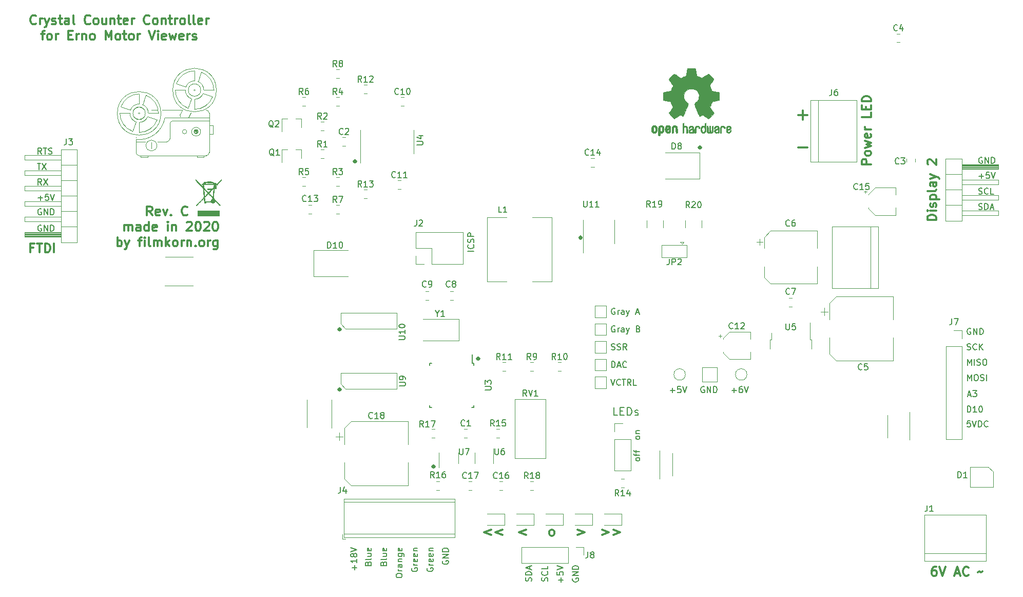
<source format=gbr>
G04 #@! TF.GenerationSoftware,KiCad,Pcbnew,(5.1.5-0-10_14)*
G04 #@! TF.CreationDate,2020-02-25T16:39:45+01:00*
G04 #@! TF.ProjectId,ErnoCCC,45726e6f-4343-4432-9e6b-696361645f70,rev?*
G04 #@! TF.SameCoordinates,Original*
G04 #@! TF.FileFunction,Legend,Top*
G04 #@! TF.FilePolarity,Positive*
%FSLAX46Y46*%
G04 Gerber Fmt 4.6, Leading zero omitted, Abs format (unit mm)*
G04 Created by KiCad (PCBNEW (5.1.5-0-10_14)) date 2020-02-25 16:39:45*
%MOMM*%
%LPD*%
G04 APERTURE LIST*
%ADD10C,0.150000*%
%ADD11C,0.120000*%
%ADD12C,0.200000*%
%ADD13C,0.300000*%
%ADD14C,0.010000*%
%ADD15C,0.050000*%
G04 APERTURE END LIST*
D10*
X152090428Y-120822404D02*
X152090428Y-120060500D01*
X152471380Y-120441452D02*
X151709476Y-120441452D01*
X151471380Y-119108119D02*
X151471380Y-119584309D01*
X151947571Y-119631928D01*
X151899952Y-119584309D01*
X151852333Y-119489071D01*
X151852333Y-119250976D01*
X151899952Y-119155738D01*
X151947571Y-119108119D01*
X152042809Y-119060500D01*
X152280904Y-119060500D01*
X152376142Y-119108119D01*
X152423761Y-119155738D01*
X152471380Y-119250976D01*
X152471380Y-119489071D01*
X152423761Y-119584309D01*
X152376142Y-119631928D01*
X151471380Y-118774785D02*
X152471380Y-118441452D01*
X151471380Y-118108119D01*
X154059000Y-120171595D02*
X154011380Y-120266833D01*
X154011380Y-120409690D01*
X154059000Y-120552547D01*
X154154238Y-120647785D01*
X154249476Y-120695404D01*
X154439952Y-120743023D01*
X154582809Y-120743023D01*
X154773285Y-120695404D01*
X154868523Y-120647785D01*
X154963761Y-120552547D01*
X155011380Y-120409690D01*
X155011380Y-120314452D01*
X154963761Y-120171595D01*
X154916142Y-120123976D01*
X154582809Y-120123976D01*
X154582809Y-120314452D01*
X155011380Y-119695404D02*
X154011380Y-119695404D01*
X155011380Y-119123976D01*
X154011380Y-119123976D01*
X155011380Y-118647785D02*
X154011380Y-118647785D01*
X154011380Y-118409690D01*
X154059000Y-118266833D01*
X154154238Y-118171595D01*
X154249476Y-118123976D01*
X154439952Y-118076357D01*
X154582809Y-118076357D01*
X154773285Y-118123976D01*
X154868523Y-118171595D01*
X154963761Y-118266833D01*
X155011380Y-118409690D01*
X155011380Y-118647785D01*
X149883761Y-120616023D02*
X149931380Y-120473166D01*
X149931380Y-120235071D01*
X149883761Y-120139833D01*
X149836142Y-120092214D01*
X149740904Y-120044595D01*
X149645666Y-120044595D01*
X149550428Y-120092214D01*
X149502809Y-120139833D01*
X149455190Y-120235071D01*
X149407571Y-120425547D01*
X149359952Y-120520785D01*
X149312333Y-120568404D01*
X149217095Y-120616023D01*
X149121857Y-120616023D01*
X149026619Y-120568404D01*
X148979000Y-120520785D01*
X148931380Y-120425547D01*
X148931380Y-120187452D01*
X148979000Y-120044595D01*
X149836142Y-119044595D02*
X149883761Y-119092214D01*
X149931380Y-119235071D01*
X149931380Y-119330309D01*
X149883761Y-119473166D01*
X149788523Y-119568404D01*
X149693285Y-119616023D01*
X149502809Y-119663642D01*
X149359952Y-119663642D01*
X149169476Y-119616023D01*
X149074238Y-119568404D01*
X148979000Y-119473166D01*
X148931380Y-119330309D01*
X148931380Y-119235071D01*
X148979000Y-119092214D01*
X149026619Y-119044595D01*
X149931380Y-118139833D02*
X149931380Y-118616023D01*
X148931380Y-118616023D01*
X147216761Y-120616023D02*
X147264380Y-120473166D01*
X147264380Y-120235071D01*
X147216761Y-120139833D01*
X147169142Y-120092214D01*
X147073904Y-120044595D01*
X146978666Y-120044595D01*
X146883428Y-120092214D01*
X146835809Y-120139833D01*
X146788190Y-120235071D01*
X146740571Y-120425547D01*
X146692952Y-120520785D01*
X146645333Y-120568404D01*
X146550095Y-120616023D01*
X146454857Y-120616023D01*
X146359619Y-120568404D01*
X146312000Y-120520785D01*
X146264380Y-120425547D01*
X146264380Y-120187452D01*
X146312000Y-120044595D01*
X147264380Y-119616023D02*
X146264380Y-119616023D01*
X146264380Y-119377928D01*
X146312000Y-119235071D01*
X146407238Y-119139833D01*
X146502476Y-119092214D01*
X146692952Y-119044595D01*
X146835809Y-119044595D01*
X147026285Y-119092214D01*
X147121523Y-119139833D01*
X147216761Y-119235071D01*
X147264380Y-119377928D01*
X147264380Y-119616023D01*
X146978666Y-118663642D02*
X146978666Y-118187452D01*
X147264380Y-118758880D02*
X146264380Y-118425547D01*
X147264380Y-118092214D01*
X160339738Y-87336380D02*
X160673071Y-88336380D01*
X161006404Y-87336380D01*
X161911166Y-88241142D02*
X161863547Y-88288761D01*
X161720690Y-88336380D01*
X161625452Y-88336380D01*
X161482595Y-88288761D01*
X161387357Y-88193523D01*
X161339738Y-88098285D01*
X161292119Y-87907809D01*
X161292119Y-87764952D01*
X161339738Y-87574476D01*
X161387357Y-87479238D01*
X161482595Y-87384000D01*
X161625452Y-87336380D01*
X161720690Y-87336380D01*
X161863547Y-87384000D01*
X161911166Y-87431619D01*
X162196880Y-87336380D02*
X162768309Y-87336380D01*
X162482595Y-88336380D02*
X162482595Y-87336380D01*
X163673071Y-88336380D02*
X163339738Y-87860190D01*
X163101642Y-88336380D02*
X163101642Y-87336380D01*
X163482595Y-87336380D01*
X163577833Y-87384000D01*
X163625452Y-87431619D01*
X163673071Y-87526857D01*
X163673071Y-87669714D01*
X163625452Y-87764952D01*
X163577833Y-87812571D01*
X163482595Y-87860190D01*
X163101642Y-87860190D01*
X164577833Y-88336380D02*
X164101642Y-88336380D01*
X164101642Y-87336380D01*
X160482595Y-85415380D02*
X160482595Y-84415380D01*
X160720690Y-84415380D01*
X160863547Y-84463000D01*
X160958785Y-84558238D01*
X161006404Y-84653476D01*
X161054023Y-84843952D01*
X161054023Y-84986809D01*
X161006404Y-85177285D01*
X160958785Y-85272523D01*
X160863547Y-85367761D01*
X160720690Y-85415380D01*
X160482595Y-85415380D01*
X161434976Y-85129666D02*
X161911166Y-85129666D01*
X161339738Y-85415380D02*
X161673071Y-84415380D01*
X162006404Y-85415380D01*
X162911166Y-85320142D02*
X162863547Y-85367761D01*
X162720690Y-85415380D01*
X162625452Y-85415380D01*
X162482595Y-85367761D01*
X162387357Y-85272523D01*
X162339738Y-85177285D01*
X162292119Y-84986809D01*
X162292119Y-84843952D01*
X162339738Y-84653476D01*
X162387357Y-84558238D01*
X162482595Y-84463000D01*
X162625452Y-84415380D01*
X162720690Y-84415380D01*
X162863547Y-84463000D01*
X162911166Y-84510619D01*
X160434976Y-82446761D02*
X160577833Y-82494380D01*
X160815928Y-82494380D01*
X160911166Y-82446761D01*
X160958785Y-82399142D01*
X161006404Y-82303904D01*
X161006404Y-82208666D01*
X160958785Y-82113428D01*
X160911166Y-82065809D01*
X160815928Y-82018190D01*
X160625452Y-81970571D01*
X160530214Y-81922952D01*
X160482595Y-81875333D01*
X160434976Y-81780095D01*
X160434976Y-81684857D01*
X160482595Y-81589619D01*
X160530214Y-81542000D01*
X160625452Y-81494380D01*
X160863547Y-81494380D01*
X161006404Y-81542000D01*
X161387357Y-82446761D02*
X161530214Y-82494380D01*
X161768309Y-82494380D01*
X161863547Y-82446761D01*
X161911166Y-82399142D01*
X161958785Y-82303904D01*
X161958785Y-82208666D01*
X161911166Y-82113428D01*
X161863547Y-82065809D01*
X161768309Y-82018190D01*
X161577833Y-81970571D01*
X161482595Y-81922952D01*
X161434976Y-81875333D01*
X161387357Y-81780095D01*
X161387357Y-81684857D01*
X161434976Y-81589619D01*
X161482595Y-81542000D01*
X161577833Y-81494380D01*
X161815928Y-81494380D01*
X161958785Y-81542000D01*
X162958785Y-82494380D02*
X162625452Y-82018190D01*
X162387357Y-82494380D02*
X162387357Y-81494380D01*
X162768309Y-81494380D01*
X162863547Y-81542000D01*
X162911166Y-81589619D01*
X162958785Y-81684857D01*
X162958785Y-81827714D01*
X162911166Y-81922952D01*
X162863547Y-81970571D01*
X162768309Y-82018190D01*
X162387357Y-82018190D01*
X161006404Y-78621000D02*
X160911166Y-78573380D01*
X160768309Y-78573380D01*
X160625452Y-78621000D01*
X160530214Y-78716238D01*
X160482595Y-78811476D01*
X160434976Y-79001952D01*
X160434976Y-79144809D01*
X160482595Y-79335285D01*
X160530214Y-79430523D01*
X160625452Y-79525761D01*
X160768309Y-79573380D01*
X160863547Y-79573380D01*
X161006404Y-79525761D01*
X161054023Y-79478142D01*
X161054023Y-79144809D01*
X160863547Y-79144809D01*
X161482595Y-79573380D02*
X161482595Y-78906714D01*
X161482595Y-79097190D02*
X161530214Y-79001952D01*
X161577833Y-78954333D01*
X161673071Y-78906714D01*
X161768309Y-78906714D01*
X162530214Y-79573380D02*
X162530214Y-79049571D01*
X162482595Y-78954333D01*
X162387357Y-78906714D01*
X162196880Y-78906714D01*
X162101642Y-78954333D01*
X162530214Y-79525761D02*
X162434976Y-79573380D01*
X162196880Y-79573380D01*
X162101642Y-79525761D01*
X162054023Y-79430523D01*
X162054023Y-79335285D01*
X162101642Y-79240047D01*
X162196880Y-79192428D01*
X162434976Y-79192428D01*
X162530214Y-79144809D01*
X162911166Y-78906714D02*
X163149261Y-79573380D01*
X163387357Y-78906714D02*
X163149261Y-79573380D01*
X163054023Y-79811476D01*
X163006404Y-79859095D01*
X162911166Y-79906714D01*
X164863547Y-79049571D02*
X165006404Y-79097190D01*
X165054023Y-79144809D01*
X165101642Y-79240047D01*
X165101642Y-79382904D01*
X165054023Y-79478142D01*
X165006404Y-79525761D01*
X164911166Y-79573380D01*
X164530214Y-79573380D01*
X164530214Y-78573380D01*
X164863547Y-78573380D01*
X164958785Y-78621000D01*
X165006404Y-78668619D01*
X165054023Y-78763857D01*
X165054023Y-78859095D01*
X165006404Y-78954333D01*
X164958785Y-79001952D01*
X164863547Y-79049571D01*
X164530214Y-79049571D01*
X161006404Y-75700000D02*
X160911166Y-75652380D01*
X160768309Y-75652380D01*
X160625452Y-75700000D01*
X160530214Y-75795238D01*
X160482595Y-75890476D01*
X160434976Y-76080952D01*
X160434976Y-76223809D01*
X160482595Y-76414285D01*
X160530214Y-76509523D01*
X160625452Y-76604761D01*
X160768309Y-76652380D01*
X160863547Y-76652380D01*
X161006404Y-76604761D01*
X161054023Y-76557142D01*
X161054023Y-76223809D01*
X160863547Y-76223809D01*
X161482595Y-76652380D02*
X161482595Y-75985714D01*
X161482595Y-76176190D02*
X161530214Y-76080952D01*
X161577833Y-76033333D01*
X161673071Y-75985714D01*
X161768309Y-75985714D01*
X162530214Y-76652380D02*
X162530214Y-76128571D01*
X162482595Y-76033333D01*
X162387357Y-75985714D01*
X162196880Y-75985714D01*
X162101642Y-76033333D01*
X162530214Y-76604761D02*
X162434976Y-76652380D01*
X162196880Y-76652380D01*
X162101642Y-76604761D01*
X162054023Y-76509523D01*
X162054023Y-76414285D01*
X162101642Y-76319047D01*
X162196880Y-76271428D01*
X162434976Y-76271428D01*
X162530214Y-76223809D01*
X162911166Y-75985714D02*
X163149261Y-76652380D01*
X163387357Y-75985714D02*
X163149261Y-76652380D01*
X163054023Y-76890476D01*
X163006404Y-76938095D01*
X162911166Y-76985714D01*
X164482595Y-76366666D02*
X164958785Y-76366666D01*
X164387357Y-76652380D02*
X164720690Y-75652380D01*
X165054023Y-76652380D01*
X219632785Y-94194380D02*
X219156595Y-94194380D01*
X219108976Y-94670571D01*
X219156595Y-94622952D01*
X219251833Y-94575333D01*
X219489928Y-94575333D01*
X219585166Y-94622952D01*
X219632785Y-94670571D01*
X219680404Y-94765809D01*
X219680404Y-95003904D01*
X219632785Y-95099142D01*
X219585166Y-95146761D01*
X219489928Y-95194380D01*
X219251833Y-95194380D01*
X219156595Y-95146761D01*
X219108976Y-95099142D01*
X219966119Y-94194380D02*
X220299452Y-95194380D01*
X220632785Y-94194380D01*
X220966119Y-95194380D02*
X220966119Y-94194380D01*
X221204214Y-94194380D01*
X221347071Y-94242000D01*
X221442309Y-94337238D01*
X221489928Y-94432476D01*
X221537547Y-94622952D01*
X221537547Y-94765809D01*
X221489928Y-94956285D01*
X221442309Y-95051523D01*
X221347071Y-95146761D01*
X221204214Y-95194380D01*
X220966119Y-95194380D01*
X222537547Y-95099142D02*
X222489928Y-95146761D01*
X222347071Y-95194380D01*
X222251833Y-95194380D01*
X222108976Y-95146761D01*
X222013738Y-95051523D01*
X221966119Y-94956285D01*
X221918500Y-94765809D01*
X221918500Y-94622952D01*
X221966119Y-94432476D01*
X222013738Y-94337238D01*
X222108976Y-94242000D01*
X222251833Y-94194380D01*
X222347071Y-94194380D01*
X222489928Y-94242000D01*
X222537547Y-94289619D01*
X219156595Y-87574380D02*
X219156595Y-86574380D01*
X219489928Y-87288666D01*
X219823261Y-86574380D01*
X219823261Y-87574380D01*
X220489928Y-86574380D02*
X220680404Y-86574380D01*
X220775642Y-86622000D01*
X220870880Y-86717238D01*
X220918500Y-86907714D01*
X220918500Y-87241047D01*
X220870880Y-87431523D01*
X220775642Y-87526761D01*
X220680404Y-87574380D01*
X220489928Y-87574380D01*
X220394690Y-87526761D01*
X220299452Y-87431523D01*
X220251833Y-87241047D01*
X220251833Y-86907714D01*
X220299452Y-86717238D01*
X220394690Y-86622000D01*
X220489928Y-86574380D01*
X221299452Y-87526761D02*
X221442309Y-87574380D01*
X221680404Y-87574380D01*
X221775642Y-87526761D01*
X221823261Y-87479142D01*
X221870880Y-87383904D01*
X221870880Y-87288666D01*
X221823261Y-87193428D01*
X221775642Y-87145809D01*
X221680404Y-87098190D01*
X221489928Y-87050571D01*
X221394690Y-87002952D01*
X221347071Y-86955333D01*
X221299452Y-86860095D01*
X221299452Y-86764857D01*
X221347071Y-86669619D01*
X221394690Y-86622000D01*
X221489928Y-86574380D01*
X221728023Y-86574380D01*
X221870880Y-86622000D01*
X222299452Y-87574380D02*
X222299452Y-86574380D01*
D11*
X83929000Y-50496000D02*
X83929000Y-50750000D01*
X83929000Y-50750000D02*
X82786000Y-50750000D01*
X82786000Y-50750000D02*
X82786000Y-50496000D01*
X82499200Y-50495200D02*
G75*
G02X82037267Y-49981782I53466J512619D01*
G01*
D10*
X66439023Y-50236380D02*
X66105690Y-49760190D01*
X65867595Y-50236380D02*
X65867595Y-49236380D01*
X66248547Y-49236380D01*
X66343785Y-49284000D01*
X66391404Y-49331619D01*
X66439023Y-49426857D01*
X66439023Y-49569714D01*
X66391404Y-49664952D01*
X66343785Y-49712571D01*
X66248547Y-49760190D01*
X65867595Y-49760190D01*
X66724738Y-49236380D02*
X67296166Y-49236380D01*
X67010452Y-50236380D02*
X67010452Y-49236380D01*
X67581880Y-50188761D02*
X67724738Y-50236380D01*
X67962833Y-50236380D01*
X68058071Y-50188761D01*
X68105690Y-50141142D01*
X68153309Y-50045904D01*
X68153309Y-49950666D01*
X68105690Y-49855428D01*
X68058071Y-49807809D01*
X67962833Y-49760190D01*
X67772357Y-49712571D01*
X67677119Y-49664952D01*
X67629500Y-49617333D01*
X67581880Y-49522095D01*
X67581880Y-49426857D01*
X67629500Y-49331619D01*
X67677119Y-49284000D01*
X67772357Y-49236380D01*
X68010452Y-49236380D01*
X68153309Y-49284000D01*
X66391404Y-59317000D02*
X66296166Y-59269380D01*
X66153309Y-59269380D01*
X66010452Y-59317000D01*
X65915214Y-59412238D01*
X65867595Y-59507476D01*
X65819976Y-59697952D01*
X65819976Y-59840809D01*
X65867595Y-60031285D01*
X65915214Y-60126523D01*
X66010452Y-60221761D01*
X66153309Y-60269380D01*
X66248547Y-60269380D01*
X66391404Y-60221761D01*
X66439023Y-60174142D01*
X66439023Y-59840809D01*
X66248547Y-59840809D01*
X66867595Y-60269380D02*
X66867595Y-59269380D01*
X67439023Y-60269380D01*
X67439023Y-59269380D01*
X67915214Y-60269380D02*
X67915214Y-59269380D01*
X68153309Y-59269380D01*
X68296166Y-59317000D01*
X68391404Y-59412238D01*
X68439023Y-59507476D01*
X68486642Y-59697952D01*
X68486642Y-59840809D01*
X68439023Y-60031285D01*
X68391404Y-60126523D01*
X68296166Y-60221761D01*
X68153309Y-60269380D01*
X67915214Y-60269380D01*
X65867595Y-57475428D02*
X66629500Y-57475428D01*
X66248547Y-57856380D02*
X66248547Y-57094476D01*
X67581880Y-56856380D02*
X67105690Y-56856380D01*
X67058071Y-57332571D01*
X67105690Y-57284952D01*
X67200928Y-57237333D01*
X67439023Y-57237333D01*
X67534261Y-57284952D01*
X67581880Y-57332571D01*
X67629500Y-57427809D01*
X67629500Y-57665904D01*
X67581880Y-57761142D01*
X67534261Y-57808761D01*
X67439023Y-57856380D01*
X67200928Y-57856380D01*
X67105690Y-57808761D01*
X67058071Y-57761142D01*
X67915214Y-56856380D02*
X68248547Y-57856380D01*
X68581880Y-56856380D01*
X66391404Y-61984000D02*
X66296166Y-61936380D01*
X66153309Y-61936380D01*
X66010452Y-61984000D01*
X65915214Y-62079238D01*
X65867595Y-62174476D01*
X65819976Y-62364952D01*
X65819976Y-62507809D01*
X65867595Y-62698285D01*
X65915214Y-62793523D01*
X66010452Y-62888761D01*
X66153309Y-62936380D01*
X66248547Y-62936380D01*
X66391404Y-62888761D01*
X66439023Y-62841142D01*
X66439023Y-62507809D01*
X66248547Y-62507809D01*
X66867595Y-62936380D02*
X66867595Y-61936380D01*
X67439023Y-62936380D01*
X67439023Y-61936380D01*
X67915214Y-62936380D02*
X67915214Y-61936380D01*
X68153309Y-61936380D01*
X68296166Y-61984000D01*
X68391404Y-62079238D01*
X68439023Y-62174476D01*
X68486642Y-62364952D01*
X68486642Y-62507809D01*
X68439023Y-62698285D01*
X68391404Y-62793523D01*
X68296166Y-62888761D01*
X68153309Y-62936380D01*
X67915214Y-62936380D01*
X66439023Y-55316380D02*
X66105690Y-54840190D01*
X65867595Y-55316380D02*
X65867595Y-54316380D01*
X66248547Y-54316380D01*
X66343785Y-54364000D01*
X66391404Y-54411619D01*
X66439023Y-54506857D01*
X66439023Y-54649714D01*
X66391404Y-54744952D01*
X66343785Y-54792571D01*
X66248547Y-54840190D01*
X65867595Y-54840190D01*
X66772357Y-54316380D02*
X67439023Y-55316380D01*
X67439023Y-54316380D02*
X66772357Y-55316380D01*
X65724738Y-51776380D02*
X66296166Y-51776380D01*
X66010452Y-52776380D02*
X66010452Y-51776380D01*
X66534261Y-51776380D02*
X67200928Y-52776380D01*
X67200928Y-51776380D02*
X66534261Y-52776380D01*
X221585404Y-50808000D02*
X221490166Y-50760380D01*
X221347309Y-50760380D01*
X221204452Y-50808000D01*
X221109214Y-50903238D01*
X221061595Y-50998476D01*
X221013976Y-51188952D01*
X221013976Y-51331809D01*
X221061595Y-51522285D01*
X221109214Y-51617523D01*
X221204452Y-51712761D01*
X221347309Y-51760380D01*
X221442547Y-51760380D01*
X221585404Y-51712761D01*
X221633023Y-51665142D01*
X221633023Y-51331809D01*
X221442547Y-51331809D01*
X222061595Y-51760380D02*
X222061595Y-50760380D01*
X222633023Y-51760380D01*
X222633023Y-50760380D01*
X223109214Y-51760380D02*
X223109214Y-50760380D01*
X223347309Y-50760380D01*
X223490166Y-50808000D01*
X223585404Y-50903238D01*
X223633023Y-50998476D01*
X223680642Y-51188952D01*
X223680642Y-51331809D01*
X223633023Y-51522285D01*
X223585404Y-51617523D01*
X223490166Y-51712761D01*
X223347309Y-51760380D01*
X223109214Y-51760380D01*
X221061595Y-53871428D02*
X221823500Y-53871428D01*
X221442547Y-54252380D02*
X221442547Y-53490476D01*
X222775880Y-53252380D02*
X222299690Y-53252380D01*
X222252071Y-53728571D01*
X222299690Y-53680952D01*
X222394928Y-53633333D01*
X222633023Y-53633333D01*
X222728261Y-53680952D01*
X222775880Y-53728571D01*
X222823500Y-53823809D01*
X222823500Y-54061904D01*
X222775880Y-54157142D01*
X222728261Y-54204761D01*
X222633023Y-54252380D01*
X222394928Y-54252380D01*
X222299690Y-54204761D01*
X222252071Y-54157142D01*
X223109214Y-53252380D02*
X223442547Y-54252380D01*
X223775880Y-53252380D01*
D12*
X115379523Y-78946380D02*
X115379523Y-79327333D01*
X115474761Y-79327333D02*
X115474761Y-78946380D01*
X115570000Y-78851142D02*
X115570000Y-79422571D01*
X115665238Y-79327333D02*
X115665238Y-78946380D01*
X115760476Y-78946380D02*
X115760476Y-79327333D01*
X115379523Y-79232095D02*
X115570000Y-79422571D01*
X115760476Y-79232095D01*
X115379523Y-79041619D02*
X115570000Y-78851142D01*
X115760476Y-79041619D01*
X115379523Y-78946380D02*
X115570000Y-78851142D01*
X115760476Y-78946380D01*
X115855714Y-79136857D01*
X115760476Y-79327333D01*
X115570000Y-79422571D01*
X115379523Y-79327333D01*
X115284285Y-79136857D01*
X115379523Y-78946380D01*
X115379523Y-88852380D02*
X115379523Y-89233333D01*
X115474761Y-89233333D02*
X115474761Y-88852380D01*
X115570000Y-88757142D02*
X115570000Y-89328571D01*
X115665238Y-89233333D02*
X115665238Y-88852380D01*
X115760476Y-88852380D02*
X115760476Y-89233333D01*
X115379523Y-89138095D02*
X115570000Y-89328571D01*
X115760476Y-89138095D01*
X115379523Y-88947619D02*
X115570000Y-88757142D01*
X115760476Y-88947619D01*
X115379523Y-88852380D02*
X115570000Y-88757142D01*
X115760476Y-88852380D01*
X115855714Y-89042857D01*
X115760476Y-89233333D01*
X115570000Y-89328571D01*
X115379523Y-89233333D01*
X115284285Y-89042857D01*
X115379523Y-88852380D01*
X155146380Y-64198476D02*
X155527333Y-64198476D01*
X155527333Y-64103238D02*
X155146380Y-64103238D01*
X155051142Y-64008000D02*
X155622571Y-64008000D01*
X155527333Y-63912761D02*
X155146380Y-63912761D01*
X155146380Y-63817523D02*
X155527333Y-63817523D01*
X155432095Y-64198476D02*
X155622571Y-64008000D01*
X155432095Y-63817523D01*
X155241619Y-64198476D02*
X155051142Y-64008000D01*
X155241619Y-63817523D01*
X155146380Y-64198476D02*
X155051142Y-64008000D01*
X155146380Y-63817523D01*
X155336857Y-63722285D01*
X155527333Y-63817523D01*
X155622571Y-64008000D01*
X155527333Y-64198476D01*
X155336857Y-64293714D01*
X155146380Y-64198476D01*
X117919523Y-51260380D02*
X117919523Y-51641333D01*
X118014761Y-51641333D02*
X118014761Y-51260380D01*
X118110000Y-51165142D02*
X118110000Y-51736571D01*
X118205238Y-51641333D02*
X118205238Y-51260380D01*
X118300476Y-51260380D02*
X118300476Y-51641333D01*
X117919523Y-51546095D02*
X118110000Y-51736571D01*
X118300476Y-51546095D01*
X117919523Y-51355619D02*
X118110000Y-51165142D01*
X118300476Y-51355619D01*
X117919523Y-51260380D02*
X118110000Y-51165142D01*
X118300476Y-51260380D01*
X118395714Y-51450857D01*
X118300476Y-51641333D01*
X118110000Y-51736571D01*
X117919523Y-51641333D01*
X117824285Y-51450857D01*
X117919523Y-51260380D01*
X130873523Y-101552380D02*
X130873523Y-101933333D01*
X130968761Y-101933333D02*
X130968761Y-101552380D01*
X131064000Y-101457142D02*
X131064000Y-102028571D01*
X131159238Y-101933333D02*
X131159238Y-101552380D01*
X131254476Y-101552380D02*
X131254476Y-101933333D01*
X130873523Y-101838095D02*
X131064000Y-102028571D01*
X131254476Y-101838095D01*
X130873523Y-101647619D02*
X131064000Y-101457142D01*
X131254476Y-101647619D01*
X130873523Y-101552380D02*
X131064000Y-101457142D01*
X131254476Y-101552380D01*
X131349714Y-101742857D01*
X131254476Y-101933333D01*
X131064000Y-102028571D01*
X130873523Y-101933333D01*
X130778285Y-101742857D01*
X130873523Y-101552380D01*
X138239523Y-83772380D02*
X138239523Y-84153333D01*
X138334761Y-84153333D02*
X138334761Y-83772380D01*
X138430000Y-83677142D02*
X138430000Y-84248571D01*
X138525238Y-84153333D02*
X138525238Y-83772380D01*
X138620476Y-83772380D02*
X138620476Y-84153333D01*
X138239523Y-84058095D02*
X138430000Y-84248571D01*
X138620476Y-84058095D01*
X138239523Y-83867619D02*
X138430000Y-83677142D01*
X138620476Y-83867619D01*
X138239523Y-83772380D02*
X138430000Y-83677142D01*
X138620476Y-83772380D01*
X138715714Y-83962857D01*
X138620476Y-84153333D01*
X138430000Y-84248571D01*
X138239523Y-84153333D01*
X138144285Y-83962857D01*
X138239523Y-83772380D01*
X174815523Y-48974380D02*
X174815523Y-49355333D01*
X174910761Y-49355333D02*
X174910761Y-48974380D01*
X175006000Y-48879142D02*
X175006000Y-49450571D01*
X175101238Y-49355333D02*
X175101238Y-48974380D01*
X175196476Y-48974380D02*
X175196476Y-49355333D01*
X174815523Y-49260095D02*
X175006000Y-49450571D01*
X175196476Y-49260095D01*
X174815523Y-49069619D02*
X175006000Y-48879142D01*
X175196476Y-49069619D01*
X174815523Y-48974380D02*
X175006000Y-48879142D01*
X175196476Y-48974380D01*
X175291714Y-49164857D01*
X175196476Y-49355333D01*
X175006000Y-49450571D01*
X174815523Y-49355333D01*
X174720285Y-49164857D01*
X174815523Y-48974380D01*
D10*
X221013976Y-56792761D02*
X221156833Y-56840380D01*
X221394928Y-56840380D01*
X221490166Y-56792761D01*
X221537785Y-56745142D01*
X221585404Y-56649904D01*
X221585404Y-56554666D01*
X221537785Y-56459428D01*
X221490166Y-56411809D01*
X221394928Y-56364190D01*
X221204452Y-56316571D01*
X221109214Y-56268952D01*
X221061595Y-56221333D01*
X221013976Y-56126095D01*
X221013976Y-56030857D01*
X221061595Y-55935619D01*
X221109214Y-55888000D01*
X221204452Y-55840380D01*
X221442547Y-55840380D01*
X221585404Y-55888000D01*
X222585404Y-56745142D02*
X222537785Y-56792761D01*
X222394928Y-56840380D01*
X222299690Y-56840380D01*
X222156833Y-56792761D01*
X222061595Y-56697523D01*
X222013976Y-56602285D01*
X221966357Y-56411809D01*
X221966357Y-56268952D01*
X222013976Y-56078476D01*
X222061595Y-55983238D01*
X222156833Y-55888000D01*
X222299690Y-55840380D01*
X222394928Y-55840380D01*
X222537785Y-55888000D01*
X222585404Y-55935619D01*
X223490166Y-56840380D02*
X223013976Y-56840380D01*
X223013976Y-55840380D01*
X221013976Y-59332761D02*
X221156833Y-59380380D01*
X221394928Y-59380380D01*
X221490166Y-59332761D01*
X221537785Y-59285142D01*
X221585404Y-59189904D01*
X221585404Y-59094666D01*
X221537785Y-58999428D01*
X221490166Y-58951809D01*
X221394928Y-58904190D01*
X221204452Y-58856571D01*
X221109214Y-58808952D01*
X221061595Y-58761333D01*
X221013976Y-58666095D01*
X221013976Y-58570857D01*
X221061595Y-58475619D01*
X221109214Y-58428000D01*
X221204452Y-58380380D01*
X221442547Y-58380380D01*
X221585404Y-58428000D01*
X222013976Y-59380380D02*
X222013976Y-58380380D01*
X222252071Y-58380380D01*
X222394928Y-58428000D01*
X222490166Y-58523238D01*
X222537785Y-58618476D01*
X222585404Y-58808952D01*
X222585404Y-58951809D01*
X222537785Y-59142285D01*
X222490166Y-59237523D01*
X222394928Y-59332761D01*
X222252071Y-59380380D01*
X222013976Y-59380380D01*
X222966357Y-59094666D02*
X223442547Y-59094666D01*
X222871119Y-59380380D02*
X223204452Y-58380380D01*
X223537785Y-59380380D01*
X219156595Y-92781380D02*
X219156595Y-91781380D01*
X219394690Y-91781380D01*
X219537547Y-91829000D01*
X219632785Y-91924238D01*
X219680404Y-92019476D01*
X219728023Y-92209952D01*
X219728023Y-92352809D01*
X219680404Y-92543285D01*
X219632785Y-92638523D01*
X219537547Y-92733761D01*
X219394690Y-92781380D01*
X219156595Y-92781380D01*
X220680404Y-92781380D02*
X220108976Y-92781380D01*
X220394690Y-92781380D02*
X220394690Y-91781380D01*
X220299452Y-91924238D01*
X220204214Y-92019476D01*
X220108976Y-92067095D01*
X221299452Y-91781380D02*
X221394690Y-91781380D01*
X221489928Y-91829000D01*
X221537547Y-91876619D01*
X221585166Y-91971857D01*
X221632785Y-92162333D01*
X221632785Y-92400428D01*
X221585166Y-92590904D01*
X221537547Y-92686142D01*
X221489928Y-92733761D01*
X221394690Y-92781380D01*
X221299452Y-92781380D01*
X221204214Y-92733761D01*
X221156595Y-92686142D01*
X221108976Y-92590904D01*
X221061357Y-92400428D01*
X221061357Y-92162333D01*
X221108976Y-91971857D01*
X221156595Y-91876619D01*
X221204214Y-91829000D01*
X221299452Y-91781380D01*
X219235976Y-89955666D02*
X219712166Y-89955666D01*
X219140738Y-90241380D02*
X219474071Y-89241380D01*
X219807404Y-90241380D01*
X220045500Y-89241380D02*
X220664547Y-89241380D01*
X220331214Y-89622333D01*
X220474071Y-89622333D01*
X220569309Y-89669952D01*
X220616928Y-89717571D01*
X220664547Y-89812809D01*
X220664547Y-90050904D01*
X220616928Y-90146142D01*
X220569309Y-90193761D01*
X220474071Y-90241380D01*
X220188357Y-90241380D01*
X220093119Y-90193761D01*
X220045500Y-90146142D01*
X219156595Y-85034380D02*
X219156595Y-84034380D01*
X219489928Y-84748666D01*
X219823261Y-84034380D01*
X219823261Y-85034380D01*
X220299452Y-85034380D02*
X220299452Y-84034380D01*
X220728023Y-84986761D02*
X220870880Y-85034380D01*
X221108976Y-85034380D01*
X221204214Y-84986761D01*
X221251833Y-84939142D01*
X221299452Y-84843904D01*
X221299452Y-84748666D01*
X221251833Y-84653428D01*
X221204214Y-84605809D01*
X221108976Y-84558190D01*
X220918500Y-84510571D01*
X220823261Y-84462952D01*
X220775642Y-84415333D01*
X220728023Y-84320095D01*
X220728023Y-84224857D01*
X220775642Y-84129619D01*
X220823261Y-84082000D01*
X220918500Y-84034380D01*
X221156595Y-84034380D01*
X221299452Y-84082000D01*
X221918500Y-84034380D02*
X222108976Y-84034380D01*
X222204214Y-84082000D01*
X222299452Y-84177238D01*
X222347071Y-84367714D01*
X222347071Y-84701047D01*
X222299452Y-84891523D01*
X222204214Y-84986761D01*
X222108976Y-85034380D01*
X221918500Y-85034380D01*
X221823261Y-84986761D01*
X221728023Y-84891523D01*
X221680404Y-84701047D01*
X221680404Y-84367714D01*
X221728023Y-84177238D01*
X221823261Y-84082000D01*
X221918500Y-84034380D01*
X219108976Y-82446761D02*
X219251833Y-82494380D01*
X219489928Y-82494380D01*
X219585166Y-82446761D01*
X219632785Y-82399142D01*
X219680404Y-82303904D01*
X219680404Y-82208666D01*
X219632785Y-82113428D01*
X219585166Y-82065809D01*
X219489928Y-82018190D01*
X219299452Y-81970571D01*
X219204214Y-81922952D01*
X219156595Y-81875333D01*
X219108976Y-81780095D01*
X219108976Y-81684857D01*
X219156595Y-81589619D01*
X219204214Y-81542000D01*
X219299452Y-81494380D01*
X219537547Y-81494380D01*
X219680404Y-81542000D01*
X220680404Y-82399142D02*
X220632785Y-82446761D01*
X220489928Y-82494380D01*
X220394690Y-82494380D01*
X220251833Y-82446761D01*
X220156595Y-82351523D01*
X220108976Y-82256285D01*
X220061357Y-82065809D01*
X220061357Y-81922952D01*
X220108976Y-81732476D01*
X220156595Y-81637238D01*
X220251833Y-81542000D01*
X220394690Y-81494380D01*
X220489928Y-81494380D01*
X220632785Y-81542000D01*
X220680404Y-81589619D01*
X221108976Y-82494380D02*
X221108976Y-81494380D01*
X221680404Y-82494380D02*
X221251833Y-81922952D01*
X221680404Y-81494380D02*
X221108976Y-82065809D01*
X219680404Y-79002000D02*
X219585166Y-78954380D01*
X219442309Y-78954380D01*
X219299452Y-79002000D01*
X219204214Y-79097238D01*
X219156595Y-79192476D01*
X219108976Y-79382952D01*
X219108976Y-79525809D01*
X219156595Y-79716285D01*
X219204214Y-79811523D01*
X219299452Y-79906761D01*
X219442309Y-79954380D01*
X219537547Y-79954380D01*
X219680404Y-79906761D01*
X219728023Y-79859142D01*
X219728023Y-79525809D01*
X219537547Y-79525809D01*
X220156595Y-79954380D02*
X220156595Y-78954380D01*
X220728023Y-79954380D01*
X220728023Y-78954380D01*
X221204214Y-79954380D02*
X221204214Y-78954380D01*
X221442309Y-78954380D01*
X221585166Y-79002000D01*
X221680404Y-79097238D01*
X221728023Y-79192476D01*
X221775642Y-79382952D01*
X221775642Y-79525809D01*
X221728023Y-79716285D01*
X221680404Y-79811523D01*
X221585166Y-79906761D01*
X221442309Y-79954380D01*
X221204214Y-79954380D01*
X132596000Y-117275214D02*
X132548380Y-117370452D01*
X132548380Y-117513309D01*
X132596000Y-117656166D01*
X132691238Y-117751404D01*
X132786476Y-117799023D01*
X132976952Y-117846642D01*
X133119809Y-117846642D01*
X133310285Y-117799023D01*
X133405523Y-117751404D01*
X133500761Y-117656166D01*
X133548380Y-117513309D01*
X133548380Y-117418071D01*
X133500761Y-117275214D01*
X133453142Y-117227595D01*
X133119809Y-117227595D01*
X133119809Y-117418071D01*
X133548380Y-116799023D02*
X132548380Y-116799023D01*
X133548380Y-116227595D01*
X132548380Y-116227595D01*
X133548380Y-115751404D02*
X132548380Y-115751404D01*
X132548380Y-115513309D01*
X132596000Y-115370452D01*
X132691238Y-115275214D01*
X132786476Y-115227595D01*
X132976952Y-115179976D01*
X133119809Y-115179976D01*
X133310285Y-115227595D01*
X133405523Y-115275214D01*
X133500761Y-115370452D01*
X133548380Y-115513309D01*
X133548380Y-115751404D01*
X118071428Y-118759404D02*
X118071428Y-117997500D01*
X118452380Y-118378452D02*
X117690476Y-118378452D01*
X118452380Y-116997500D02*
X118452380Y-117568928D01*
X118452380Y-117283214D02*
X117452380Y-117283214D01*
X117595238Y-117378452D01*
X117690476Y-117473690D01*
X117738095Y-117568928D01*
X117880952Y-116426071D02*
X117833333Y-116521309D01*
X117785714Y-116568928D01*
X117690476Y-116616547D01*
X117642857Y-116616547D01*
X117547619Y-116568928D01*
X117500000Y-116521309D01*
X117452380Y-116426071D01*
X117452380Y-116235595D01*
X117500000Y-116140357D01*
X117547619Y-116092738D01*
X117642857Y-116045119D01*
X117690476Y-116045119D01*
X117785714Y-116092738D01*
X117833333Y-116140357D01*
X117880952Y-116235595D01*
X117880952Y-116426071D01*
X117928571Y-116521309D01*
X117976190Y-116568928D01*
X118071428Y-116616547D01*
X118261904Y-116616547D01*
X118357142Y-116568928D01*
X118404761Y-116521309D01*
X118452380Y-116426071D01*
X118452380Y-116235595D01*
X118404761Y-116140357D01*
X118357142Y-116092738D01*
X118261904Y-116045119D01*
X118071428Y-116045119D01*
X117976190Y-116092738D01*
X117928571Y-116140357D01*
X117880952Y-116235595D01*
X117452380Y-115759404D02*
X118452380Y-115426071D01*
X117452380Y-115092738D01*
X137739380Y-66246190D02*
X136739380Y-66246190D01*
X137644142Y-65198571D02*
X137691761Y-65246190D01*
X137739380Y-65389047D01*
X137739380Y-65484285D01*
X137691761Y-65627142D01*
X137596523Y-65722380D01*
X137501285Y-65770000D01*
X137310809Y-65817619D01*
X137167952Y-65817619D01*
X136977476Y-65770000D01*
X136882238Y-65722380D01*
X136787000Y-65627142D01*
X136739380Y-65484285D01*
X136739380Y-65389047D01*
X136787000Y-65246190D01*
X136834619Y-65198571D01*
X137691761Y-64817619D02*
X137739380Y-64674761D01*
X137739380Y-64436666D01*
X137691761Y-64341428D01*
X137644142Y-64293809D01*
X137548904Y-64246190D01*
X137453666Y-64246190D01*
X137358428Y-64293809D01*
X137310809Y-64341428D01*
X137263190Y-64436666D01*
X137215571Y-64627142D01*
X137167952Y-64722380D01*
X137120333Y-64770000D01*
X137025095Y-64817619D01*
X136929857Y-64817619D01*
X136834619Y-64770000D01*
X136787000Y-64722380D01*
X136739380Y-64627142D01*
X136739380Y-64389047D01*
X136787000Y-64246190D01*
X137739380Y-63817619D02*
X136739380Y-63817619D01*
X136739380Y-63436666D01*
X136787000Y-63341428D01*
X136834619Y-63293809D01*
X136929857Y-63246190D01*
X137072714Y-63246190D01*
X137167952Y-63293809D01*
X137215571Y-63341428D01*
X137263190Y-63436666D01*
X137263190Y-63817619D01*
D13*
X191262095Y-49164857D02*
X192785904Y-49164857D01*
X191262095Y-43830857D02*
X192785904Y-43830857D01*
X192024000Y-44592761D02*
X192024000Y-43068952D01*
D11*
X89371590Y-44157046D02*
G75*
G02X89263000Y-43765000I653410J392046D01*
G01*
X91041000Y-43384000D02*
X90660000Y-44273000D01*
X89644000Y-43003000D02*
X89263000Y-43765000D01*
X91930000Y-46559000D02*
X91930000Y-46559000D01*
X92057000Y-46559000D02*
G75*
G03X92057000Y-46559000I-127000J0D01*
G01*
X92109605Y-46559000D02*
G75*
G03X92109605Y-46559000I-179605J0D01*
G01*
X92213981Y-46559000D02*
G75*
G03X92213981Y-46559000I-283981J0D01*
G01*
X84564000Y-48337000D02*
X84564000Y-49353000D01*
X83548000Y-48210000D02*
X82024000Y-48210000D01*
X87104000Y-48210000D02*
X85580000Y-48210000D01*
X85462026Y-48845000D02*
G75*
G03X85462026Y-48845000I-898026J0D01*
G01*
X92057000Y-50750000D02*
X92057000Y-50496000D01*
X93200000Y-50750000D02*
X92057000Y-50750000D01*
X93200000Y-50496000D02*
X93200000Y-50750000D01*
X87612000Y-45289000D02*
G75*
G02X88120000Y-44781000I508000J0D01*
G01*
X87612000Y-47702000D02*
G75*
G02X87104000Y-48210000I-508000J0D01*
G01*
X87612000Y-45289000D02*
X87612000Y-47702000D01*
X94089000Y-44781000D02*
X88120000Y-44781000D01*
X90384210Y-46559000D02*
G75*
G03X90384210Y-46559000I-359210J0D01*
G01*
X92670531Y-46559000D02*
G75*
G03X92670531Y-46559000I-740531J0D01*
G01*
X92289210Y-46559000D02*
G75*
G03X92289210Y-46559000I-359210J0D01*
G01*
X94724000Y-46940000D02*
X94089000Y-46940000D01*
X94724000Y-45543000D02*
X94724000Y-46940000D01*
X94089000Y-45543000D02*
X94724000Y-45543000D01*
X94089000Y-45543000D02*
X94597000Y-45543000D01*
X82024000Y-47575000D02*
X82024000Y-47448000D01*
X93581000Y-43003000D02*
G75*
G02X94089000Y-43511000I0J-508000D01*
G01*
X94089000Y-49988000D02*
G75*
G02X93581000Y-50496000I-508000J0D01*
G01*
X85453000Y-43003000D02*
X84564000Y-43003000D01*
X86783395Y-44267071D02*
G75*
G02X82024000Y-47829000I-4251395J719969D01*
G01*
X94089000Y-44273000D02*
X86850000Y-44273000D01*
X83954419Y-44058084D02*
G75*
G02X82532000Y-45035000I-1422419J547084D01*
G01*
X79544682Y-42435566D02*
G75*
G02X82532000Y-40336000I2987318J-1075434D01*
G01*
X81456566Y-46498318D02*
G75*
G02X79357000Y-43511000I1075434J2987318D01*
G01*
X83607434Y-40523682D02*
X83079084Y-42088581D01*
X83079084Y-42088581D02*
G75*
G02X84056000Y-43511000I-547084J-1422419D01*
G01*
X81984916Y-44933419D02*
X81456566Y-46498318D01*
X82532000Y-40336000D02*
X82532000Y-41987000D01*
X79544682Y-42435566D02*
X81109581Y-42963916D01*
X81984916Y-44933419D02*
G75*
G02X81008000Y-43511000I547084J1422419D01*
G01*
X83607434Y-40523682D02*
G75*
G02X85707000Y-43511000I-1075434J-2987318D01*
G01*
X83555907Y-43511000D02*
G75*
G03X83555907Y-43511000I-1023907J0D01*
G01*
X82659000Y-43511000D02*
G75*
G03X82659000Y-43511000I-127000J0D01*
G01*
X79357000Y-43511000D02*
X81008000Y-43511000D01*
X85519318Y-44586434D02*
G75*
G02X82532000Y-46686000I-2987318J1075434D01*
G01*
X81109581Y-42963916D02*
G75*
G02X82532000Y-41987000I1422419J-547084D01*
G01*
X84056000Y-43511000D02*
X85707000Y-43511000D01*
X82532000Y-45035000D02*
X82532000Y-46686000D01*
X83954419Y-44058084D02*
X85519318Y-44586434D01*
X91803000Y-39701000D02*
G75*
G03X91803000Y-39701000I-127000J0D01*
G01*
X93098419Y-40248084D02*
X94663318Y-40776434D01*
X91676000Y-41225000D02*
X91676000Y-42876000D01*
X91128916Y-41123419D02*
X90600566Y-42688318D01*
X88501000Y-39701000D02*
X90152000Y-39701000D01*
X88688682Y-38625566D02*
X90253581Y-39153916D01*
X91676000Y-36526000D02*
X91676000Y-38177000D01*
X93200000Y-39701000D02*
X94851000Y-39701000D01*
X92751434Y-36713682D02*
X92223084Y-38278581D01*
X92223084Y-38278581D02*
G75*
G02X93200000Y-39701000I-547084J-1422419D01*
G01*
X93098419Y-40248084D02*
G75*
G02X91676000Y-41225000I-1422419J547084D01*
G01*
X91128916Y-41123419D02*
G75*
G02X90152000Y-39701000I547084J1422419D01*
G01*
X90253581Y-39153916D02*
G75*
G02X91676000Y-38177000I1422419J-547084D01*
G01*
X92751434Y-36713682D02*
G75*
G02X94851000Y-39701000I-1075434J-2987318D01*
G01*
X94663318Y-40776434D02*
G75*
G02X91676000Y-42876000I-2987318J1075434D01*
G01*
X90600566Y-42688318D02*
G75*
G02X88501000Y-39701000I1075434J2987318D01*
G01*
X88688682Y-38625566D02*
G75*
G02X91676000Y-36526000I2987318J-1075434D01*
G01*
X83555907Y-43547102D02*
G75*
G03X83555907Y-43547102I-1023907J0D01*
G01*
X92699907Y-39701000D02*
G75*
G03X92699907Y-39701000I-1023907J0D01*
G01*
X82024000Y-49988000D02*
X82024000Y-47829000D01*
X93581000Y-50496000D02*
X82532000Y-50496000D01*
X94089000Y-43511000D02*
X94089000Y-49988000D01*
X86342000Y-43003000D02*
X89644000Y-43003000D01*
X86124102Y-43547102D02*
G75*
G03X86124102Y-43547102I-3592102J0D01*
G01*
X95268102Y-39701000D02*
G75*
G03X95268102Y-39701000I-3592102J0D01*
G01*
D13*
X84693428Y-60368571D02*
X84193428Y-59654285D01*
X83836285Y-60368571D02*
X83836285Y-58868571D01*
X84407714Y-58868571D01*
X84550571Y-58940000D01*
X84622000Y-59011428D01*
X84693428Y-59154285D01*
X84693428Y-59368571D01*
X84622000Y-59511428D01*
X84550571Y-59582857D01*
X84407714Y-59654285D01*
X83836285Y-59654285D01*
X85907714Y-60297142D02*
X85764857Y-60368571D01*
X85479142Y-60368571D01*
X85336285Y-60297142D01*
X85264857Y-60154285D01*
X85264857Y-59582857D01*
X85336285Y-59440000D01*
X85479142Y-59368571D01*
X85764857Y-59368571D01*
X85907714Y-59440000D01*
X85979142Y-59582857D01*
X85979142Y-59725714D01*
X85264857Y-59868571D01*
X86479142Y-59368571D02*
X86836285Y-60368571D01*
X87193428Y-59368571D01*
X87764857Y-60225714D02*
X87836285Y-60297142D01*
X87764857Y-60368571D01*
X87693428Y-60297142D01*
X87764857Y-60225714D01*
X87764857Y-60368571D01*
X90479142Y-60225714D02*
X90407714Y-60297142D01*
X90193428Y-60368571D01*
X90050571Y-60368571D01*
X89836285Y-60297142D01*
X89693428Y-60154285D01*
X89622000Y-60011428D01*
X89550571Y-59725714D01*
X89550571Y-59511428D01*
X89622000Y-59225714D01*
X89693428Y-59082857D01*
X89836285Y-58940000D01*
X90050571Y-58868571D01*
X90193428Y-58868571D01*
X90407714Y-58940000D01*
X90479142Y-59011428D01*
D10*
X175750095Y-88604000D02*
X175654857Y-88556380D01*
X175512000Y-88556380D01*
X175369142Y-88604000D01*
X175273904Y-88699238D01*
X175226285Y-88794476D01*
X175178666Y-88984952D01*
X175178666Y-89127809D01*
X175226285Y-89318285D01*
X175273904Y-89413523D01*
X175369142Y-89508761D01*
X175512000Y-89556380D01*
X175607238Y-89556380D01*
X175750095Y-89508761D01*
X175797714Y-89461142D01*
X175797714Y-89127809D01*
X175607238Y-89127809D01*
X176226285Y-89556380D02*
X176226285Y-88556380D01*
X176797714Y-89556380D01*
X176797714Y-88556380D01*
X177273904Y-89556380D02*
X177273904Y-88556380D01*
X177512000Y-88556380D01*
X177654857Y-88604000D01*
X177750095Y-88699238D01*
X177797714Y-88794476D01*
X177845333Y-88984952D01*
X177845333Y-89127809D01*
X177797714Y-89318285D01*
X177750095Y-89413523D01*
X177654857Y-89508761D01*
X177512000Y-89556380D01*
X177273904Y-89556380D01*
X170146285Y-89175428D02*
X170908190Y-89175428D01*
X170527238Y-89556380D02*
X170527238Y-88794476D01*
X171860571Y-88556380D02*
X171384380Y-88556380D01*
X171336761Y-89032571D01*
X171384380Y-88984952D01*
X171479619Y-88937333D01*
X171717714Y-88937333D01*
X171812952Y-88984952D01*
X171860571Y-89032571D01*
X171908190Y-89127809D01*
X171908190Y-89365904D01*
X171860571Y-89461142D01*
X171812952Y-89508761D01*
X171717714Y-89556380D01*
X171479619Y-89556380D01*
X171384380Y-89508761D01*
X171336761Y-89461142D01*
X172193904Y-88556380D02*
X172527238Y-89556380D01*
X172860571Y-88556380D01*
X180306285Y-89175428D02*
X181068190Y-89175428D01*
X180687238Y-89556380D02*
X180687238Y-88794476D01*
X181972952Y-88556380D02*
X181782476Y-88556380D01*
X181687238Y-88604000D01*
X181639619Y-88651619D01*
X181544380Y-88794476D01*
X181496761Y-88984952D01*
X181496761Y-89365904D01*
X181544380Y-89461142D01*
X181592000Y-89508761D01*
X181687238Y-89556380D01*
X181877714Y-89556380D01*
X181972952Y-89508761D01*
X182020571Y-89461142D01*
X182068190Y-89365904D01*
X182068190Y-89127809D01*
X182020571Y-89032571D01*
X181972952Y-88984952D01*
X181877714Y-88937333D01*
X181687238Y-88937333D01*
X181592000Y-88984952D01*
X181544380Y-89032571D01*
X181496761Y-89127809D01*
X182353904Y-88556380D02*
X182687238Y-89556380D01*
X183020571Y-88556380D01*
D13*
X80102714Y-62903571D02*
X80102714Y-61903571D01*
X80102714Y-62046428D02*
X80174142Y-61975000D01*
X80317000Y-61903571D01*
X80531285Y-61903571D01*
X80674142Y-61975000D01*
X80745571Y-62117857D01*
X80745571Y-62903571D01*
X80745571Y-62117857D02*
X80817000Y-61975000D01*
X80959857Y-61903571D01*
X81174142Y-61903571D01*
X81317000Y-61975000D01*
X81388428Y-62117857D01*
X81388428Y-62903571D01*
X82745571Y-62903571D02*
X82745571Y-62117857D01*
X82674142Y-61975000D01*
X82531285Y-61903571D01*
X82245571Y-61903571D01*
X82102714Y-61975000D01*
X82745571Y-62832142D02*
X82602714Y-62903571D01*
X82245571Y-62903571D01*
X82102714Y-62832142D01*
X82031285Y-62689285D01*
X82031285Y-62546428D01*
X82102714Y-62403571D01*
X82245571Y-62332142D01*
X82602714Y-62332142D01*
X82745571Y-62260714D01*
X84102714Y-62903571D02*
X84102714Y-61403571D01*
X84102714Y-62832142D02*
X83959857Y-62903571D01*
X83674142Y-62903571D01*
X83531285Y-62832142D01*
X83459857Y-62760714D01*
X83388428Y-62617857D01*
X83388428Y-62189285D01*
X83459857Y-62046428D01*
X83531285Y-61975000D01*
X83674142Y-61903571D01*
X83959857Y-61903571D01*
X84102714Y-61975000D01*
X85388428Y-62832142D02*
X85245571Y-62903571D01*
X84959857Y-62903571D01*
X84817000Y-62832142D01*
X84745571Y-62689285D01*
X84745571Y-62117857D01*
X84817000Y-61975000D01*
X84959857Y-61903571D01*
X85245571Y-61903571D01*
X85388428Y-61975000D01*
X85459857Y-62117857D01*
X85459857Y-62260714D01*
X84745571Y-62403571D01*
X87245571Y-62903571D02*
X87245571Y-61903571D01*
X87245571Y-61403571D02*
X87174142Y-61475000D01*
X87245571Y-61546428D01*
X87317000Y-61475000D01*
X87245571Y-61403571D01*
X87245571Y-61546428D01*
X87959857Y-61903571D02*
X87959857Y-62903571D01*
X87959857Y-62046428D02*
X88031285Y-61975000D01*
X88174142Y-61903571D01*
X88388428Y-61903571D01*
X88531285Y-61975000D01*
X88602714Y-62117857D01*
X88602714Y-62903571D01*
X90388428Y-61546428D02*
X90459857Y-61475000D01*
X90602714Y-61403571D01*
X90959857Y-61403571D01*
X91102714Y-61475000D01*
X91174142Y-61546428D01*
X91245571Y-61689285D01*
X91245571Y-61832142D01*
X91174142Y-62046428D01*
X90317000Y-62903571D01*
X91245571Y-62903571D01*
X92174142Y-61403571D02*
X92317000Y-61403571D01*
X92459857Y-61475000D01*
X92531285Y-61546428D01*
X92602714Y-61689285D01*
X92674142Y-61975000D01*
X92674142Y-62332142D01*
X92602714Y-62617857D01*
X92531285Y-62760714D01*
X92459857Y-62832142D01*
X92317000Y-62903571D01*
X92174142Y-62903571D01*
X92031285Y-62832142D01*
X91959857Y-62760714D01*
X91888428Y-62617857D01*
X91817000Y-62332142D01*
X91817000Y-61975000D01*
X91888428Y-61689285D01*
X91959857Y-61546428D01*
X92031285Y-61475000D01*
X92174142Y-61403571D01*
X93245571Y-61546428D02*
X93317000Y-61475000D01*
X93459857Y-61403571D01*
X93817000Y-61403571D01*
X93959857Y-61475000D01*
X94031285Y-61546428D01*
X94102714Y-61689285D01*
X94102714Y-61832142D01*
X94031285Y-62046428D01*
X93174142Y-62903571D01*
X94102714Y-62903571D01*
X95031285Y-61403571D02*
X95174142Y-61403571D01*
X95317000Y-61475000D01*
X95388428Y-61546428D01*
X95459857Y-61689285D01*
X95531285Y-61975000D01*
X95531285Y-62332142D01*
X95459857Y-62617857D01*
X95388428Y-62760714D01*
X95317000Y-62832142D01*
X95174142Y-62903571D01*
X95031285Y-62903571D01*
X94888428Y-62832142D01*
X94817000Y-62760714D01*
X94745571Y-62617857D01*
X94674142Y-62332142D01*
X94674142Y-61975000D01*
X94745571Y-61689285D01*
X94817000Y-61546428D01*
X94888428Y-61475000D01*
X95031285Y-61403571D01*
X78959857Y-65453571D02*
X78959857Y-63953571D01*
X78959857Y-64525000D02*
X79102714Y-64453571D01*
X79388428Y-64453571D01*
X79531285Y-64525000D01*
X79602714Y-64596428D01*
X79674142Y-64739285D01*
X79674142Y-65167857D01*
X79602714Y-65310714D01*
X79531285Y-65382142D01*
X79388428Y-65453571D01*
X79102714Y-65453571D01*
X78959857Y-65382142D01*
X80174142Y-64453571D02*
X80531285Y-65453571D01*
X80888428Y-64453571D02*
X80531285Y-65453571D01*
X80388428Y-65810714D01*
X80317000Y-65882142D01*
X80174142Y-65953571D01*
X82388428Y-64453571D02*
X82959857Y-64453571D01*
X82602714Y-65453571D02*
X82602714Y-64167857D01*
X82674142Y-64025000D01*
X82817000Y-63953571D01*
X82959857Y-63953571D01*
X83459857Y-65453571D02*
X83459857Y-64453571D01*
X83459857Y-63953571D02*
X83388428Y-64025000D01*
X83459857Y-64096428D01*
X83531285Y-64025000D01*
X83459857Y-63953571D01*
X83459857Y-64096428D01*
X84388428Y-65453571D02*
X84245571Y-65382142D01*
X84174142Y-65239285D01*
X84174142Y-63953571D01*
X84959857Y-65453571D02*
X84959857Y-64453571D01*
X84959857Y-64596428D02*
X85031285Y-64525000D01*
X85174142Y-64453571D01*
X85388428Y-64453571D01*
X85531285Y-64525000D01*
X85602714Y-64667857D01*
X85602714Y-65453571D01*
X85602714Y-64667857D02*
X85674142Y-64525000D01*
X85817000Y-64453571D01*
X86031285Y-64453571D01*
X86174142Y-64525000D01*
X86245571Y-64667857D01*
X86245571Y-65453571D01*
X86959857Y-65453571D02*
X86959857Y-63953571D01*
X87102714Y-64882142D02*
X87531285Y-65453571D01*
X87531285Y-64453571D02*
X86959857Y-65025000D01*
X88388428Y-65453571D02*
X88245571Y-65382142D01*
X88174142Y-65310714D01*
X88102714Y-65167857D01*
X88102714Y-64739285D01*
X88174142Y-64596428D01*
X88245571Y-64525000D01*
X88388428Y-64453571D01*
X88602714Y-64453571D01*
X88745571Y-64525000D01*
X88817000Y-64596428D01*
X88888428Y-64739285D01*
X88888428Y-65167857D01*
X88817000Y-65310714D01*
X88745571Y-65382142D01*
X88602714Y-65453571D01*
X88388428Y-65453571D01*
X89531285Y-65453571D02*
X89531285Y-64453571D01*
X89531285Y-64739285D02*
X89602714Y-64596428D01*
X89674142Y-64525000D01*
X89817000Y-64453571D01*
X89959857Y-64453571D01*
X90459857Y-64453571D02*
X90459857Y-65453571D01*
X90459857Y-64596428D02*
X90531285Y-64525000D01*
X90674142Y-64453571D01*
X90888428Y-64453571D01*
X91031285Y-64525000D01*
X91102714Y-64667857D01*
X91102714Y-65453571D01*
X91817000Y-65310714D02*
X91888428Y-65382142D01*
X91817000Y-65453571D01*
X91745571Y-65382142D01*
X91817000Y-65310714D01*
X91817000Y-65453571D01*
X92745571Y-65453571D02*
X92602714Y-65382142D01*
X92531285Y-65310714D01*
X92459857Y-65167857D01*
X92459857Y-64739285D01*
X92531285Y-64596428D01*
X92602714Y-64525000D01*
X92745571Y-64453571D01*
X92959857Y-64453571D01*
X93102714Y-64525000D01*
X93174142Y-64596428D01*
X93245571Y-64739285D01*
X93245571Y-65167857D01*
X93174142Y-65310714D01*
X93102714Y-65382142D01*
X92959857Y-65453571D01*
X92745571Y-65453571D01*
X93888428Y-65453571D02*
X93888428Y-64453571D01*
X93888428Y-64739285D02*
X93959857Y-64596428D01*
X94031285Y-64525000D01*
X94174142Y-64453571D01*
X94317000Y-64453571D01*
X95459857Y-64453571D02*
X95459857Y-65667857D01*
X95388428Y-65810714D01*
X95317000Y-65882142D01*
X95174142Y-65953571D01*
X94959857Y-65953571D01*
X94817000Y-65882142D01*
X95459857Y-65382142D02*
X95317000Y-65453571D01*
X95031285Y-65453571D01*
X94888428Y-65382142D01*
X94817000Y-65310714D01*
X94745571Y-65167857D01*
X94745571Y-64739285D01*
X94817000Y-64596428D01*
X94888428Y-64525000D01*
X95031285Y-64453571D01*
X95317000Y-64453571D01*
X95459857Y-64525000D01*
X65533714Y-28724714D02*
X65462285Y-28796142D01*
X65247999Y-28867571D01*
X65105142Y-28867571D01*
X64890857Y-28796142D01*
X64747999Y-28653285D01*
X64676571Y-28510428D01*
X64605142Y-28224714D01*
X64605142Y-28010428D01*
X64676571Y-27724714D01*
X64747999Y-27581857D01*
X64890857Y-27439000D01*
X65105142Y-27367571D01*
X65247999Y-27367571D01*
X65462285Y-27439000D01*
X65533714Y-27510428D01*
X66176571Y-28867571D02*
X66176571Y-27867571D01*
X66176571Y-28153285D02*
X66247999Y-28010428D01*
X66319428Y-27939000D01*
X66462285Y-27867571D01*
X66605142Y-27867571D01*
X66962285Y-27867571D02*
X67319428Y-28867571D01*
X67676571Y-27867571D02*
X67319428Y-28867571D01*
X67176571Y-29224714D01*
X67105142Y-29296142D01*
X66962285Y-29367571D01*
X68176571Y-28796142D02*
X68319428Y-28867571D01*
X68605142Y-28867571D01*
X68748000Y-28796142D01*
X68819428Y-28653285D01*
X68819428Y-28581857D01*
X68748000Y-28439000D01*
X68605142Y-28367571D01*
X68390857Y-28367571D01*
X68248000Y-28296142D01*
X68176571Y-28153285D01*
X68176571Y-28081857D01*
X68248000Y-27939000D01*
X68390857Y-27867571D01*
X68605142Y-27867571D01*
X68748000Y-27939000D01*
X69248000Y-27867571D02*
X69819428Y-27867571D01*
X69462285Y-27367571D02*
X69462285Y-28653285D01*
X69533714Y-28796142D01*
X69676571Y-28867571D01*
X69819428Y-28867571D01*
X70962285Y-28867571D02*
X70962285Y-28081857D01*
X70890857Y-27939000D01*
X70748000Y-27867571D01*
X70462285Y-27867571D01*
X70319428Y-27939000D01*
X70962285Y-28796142D02*
X70819428Y-28867571D01*
X70462285Y-28867571D01*
X70319428Y-28796142D01*
X70248000Y-28653285D01*
X70248000Y-28510428D01*
X70319428Y-28367571D01*
X70462285Y-28296142D01*
X70819428Y-28296142D01*
X70962285Y-28224714D01*
X71890857Y-28867571D02*
X71748000Y-28796142D01*
X71676571Y-28653285D01*
X71676571Y-27367571D01*
X74462285Y-28724714D02*
X74390857Y-28796142D01*
X74176571Y-28867571D01*
X74033714Y-28867571D01*
X73819428Y-28796142D01*
X73676571Y-28653285D01*
X73605142Y-28510428D01*
X73533714Y-28224714D01*
X73533714Y-28010428D01*
X73605142Y-27724714D01*
X73676571Y-27581857D01*
X73819428Y-27439000D01*
X74033714Y-27367571D01*
X74176571Y-27367571D01*
X74390857Y-27439000D01*
X74462285Y-27510428D01*
X75319428Y-28867571D02*
X75176571Y-28796142D01*
X75105142Y-28724714D01*
X75033714Y-28581857D01*
X75033714Y-28153285D01*
X75105142Y-28010428D01*
X75176571Y-27939000D01*
X75319428Y-27867571D01*
X75533714Y-27867571D01*
X75676571Y-27939000D01*
X75748000Y-28010428D01*
X75819428Y-28153285D01*
X75819428Y-28581857D01*
X75748000Y-28724714D01*
X75676571Y-28796142D01*
X75533714Y-28867571D01*
X75319428Y-28867571D01*
X77105142Y-27867571D02*
X77105142Y-28867571D01*
X76462285Y-27867571D02*
X76462285Y-28653285D01*
X76533714Y-28796142D01*
X76676571Y-28867571D01*
X76890857Y-28867571D01*
X77033714Y-28796142D01*
X77105142Y-28724714D01*
X77819428Y-27867571D02*
X77819428Y-28867571D01*
X77819428Y-28010428D02*
X77890857Y-27939000D01*
X78033714Y-27867571D01*
X78248000Y-27867571D01*
X78390857Y-27939000D01*
X78462285Y-28081857D01*
X78462285Y-28867571D01*
X78962285Y-27867571D02*
X79533714Y-27867571D01*
X79176571Y-27367571D02*
X79176571Y-28653285D01*
X79248000Y-28796142D01*
X79390857Y-28867571D01*
X79533714Y-28867571D01*
X80605142Y-28796142D02*
X80462285Y-28867571D01*
X80176571Y-28867571D01*
X80033714Y-28796142D01*
X79962285Y-28653285D01*
X79962285Y-28081857D01*
X80033714Y-27939000D01*
X80176571Y-27867571D01*
X80462285Y-27867571D01*
X80605142Y-27939000D01*
X80676571Y-28081857D01*
X80676571Y-28224714D01*
X79962285Y-28367571D01*
X81319428Y-28867571D02*
X81319428Y-27867571D01*
X81319428Y-28153285D02*
X81390857Y-28010428D01*
X81462285Y-27939000D01*
X81605142Y-27867571D01*
X81748000Y-27867571D01*
X84247999Y-28724714D02*
X84176571Y-28796142D01*
X83962285Y-28867571D01*
X83819428Y-28867571D01*
X83605142Y-28796142D01*
X83462285Y-28653285D01*
X83390857Y-28510428D01*
X83319428Y-28224714D01*
X83319428Y-28010428D01*
X83390857Y-27724714D01*
X83462285Y-27581857D01*
X83605142Y-27439000D01*
X83819428Y-27367571D01*
X83962285Y-27367571D01*
X84176571Y-27439000D01*
X84247999Y-27510428D01*
X85105142Y-28867571D02*
X84962285Y-28796142D01*
X84890857Y-28724714D01*
X84819428Y-28581857D01*
X84819428Y-28153285D01*
X84890857Y-28010428D01*
X84962285Y-27939000D01*
X85105142Y-27867571D01*
X85319428Y-27867571D01*
X85462285Y-27939000D01*
X85533714Y-28010428D01*
X85605142Y-28153285D01*
X85605142Y-28581857D01*
X85533714Y-28724714D01*
X85462285Y-28796142D01*
X85319428Y-28867571D01*
X85105142Y-28867571D01*
X86248000Y-27867571D02*
X86248000Y-28867571D01*
X86248000Y-28010428D02*
X86319428Y-27939000D01*
X86462285Y-27867571D01*
X86676571Y-27867571D01*
X86819428Y-27939000D01*
X86890857Y-28081857D01*
X86890857Y-28867571D01*
X87390857Y-27867571D02*
X87962285Y-27867571D01*
X87605142Y-27367571D02*
X87605142Y-28653285D01*
X87676571Y-28796142D01*
X87819428Y-28867571D01*
X87962285Y-28867571D01*
X88462285Y-28867571D02*
X88462285Y-27867571D01*
X88462285Y-28153285D02*
X88533714Y-28010428D01*
X88605142Y-27939000D01*
X88748000Y-27867571D01*
X88890857Y-27867571D01*
X89605142Y-28867571D02*
X89462285Y-28796142D01*
X89390857Y-28724714D01*
X89319428Y-28581857D01*
X89319428Y-28153285D01*
X89390857Y-28010428D01*
X89462285Y-27939000D01*
X89605142Y-27867571D01*
X89819428Y-27867571D01*
X89962285Y-27939000D01*
X90033714Y-28010428D01*
X90105142Y-28153285D01*
X90105142Y-28581857D01*
X90033714Y-28724714D01*
X89962285Y-28796142D01*
X89819428Y-28867571D01*
X89605142Y-28867571D01*
X90962285Y-28867571D02*
X90819428Y-28796142D01*
X90748000Y-28653285D01*
X90748000Y-27367571D01*
X91748000Y-28867571D02*
X91605142Y-28796142D01*
X91533714Y-28653285D01*
X91533714Y-27367571D01*
X92890857Y-28796142D02*
X92748000Y-28867571D01*
X92462285Y-28867571D01*
X92319428Y-28796142D01*
X92248000Y-28653285D01*
X92248000Y-28081857D01*
X92319428Y-27939000D01*
X92462285Y-27867571D01*
X92748000Y-27867571D01*
X92890857Y-27939000D01*
X92962285Y-28081857D01*
X92962285Y-28224714D01*
X92248000Y-28367571D01*
X93605142Y-28867571D02*
X93605142Y-27867571D01*
X93605142Y-28153285D02*
X93676571Y-28010428D01*
X93748000Y-27939000D01*
X93890857Y-27867571D01*
X94033714Y-27867571D01*
X66355142Y-30417571D02*
X66926571Y-30417571D01*
X66569428Y-31417571D02*
X66569428Y-30131857D01*
X66640857Y-29989000D01*
X66783714Y-29917571D01*
X66926571Y-29917571D01*
X67640857Y-31417571D02*
X67498000Y-31346142D01*
X67426571Y-31274714D01*
X67355142Y-31131857D01*
X67355142Y-30703285D01*
X67426571Y-30560428D01*
X67498000Y-30489000D01*
X67640857Y-30417571D01*
X67855142Y-30417571D01*
X67998000Y-30489000D01*
X68069428Y-30560428D01*
X68140857Y-30703285D01*
X68140857Y-31131857D01*
X68069428Y-31274714D01*
X67998000Y-31346142D01*
X67855142Y-31417571D01*
X67640857Y-31417571D01*
X68783714Y-31417571D02*
X68783714Y-30417571D01*
X68783714Y-30703285D02*
X68855142Y-30560428D01*
X68926571Y-30489000D01*
X69069428Y-30417571D01*
X69212285Y-30417571D01*
X70855142Y-30631857D02*
X71355142Y-30631857D01*
X71569428Y-31417571D02*
X70855142Y-31417571D01*
X70855142Y-29917571D01*
X71569428Y-29917571D01*
X72212285Y-31417571D02*
X72212285Y-30417571D01*
X72212285Y-30703285D02*
X72283714Y-30560428D01*
X72355142Y-30489000D01*
X72498000Y-30417571D01*
X72640857Y-30417571D01*
X73140857Y-30417571D02*
X73140857Y-31417571D01*
X73140857Y-30560428D02*
X73212285Y-30489000D01*
X73355142Y-30417571D01*
X73569428Y-30417571D01*
X73712285Y-30489000D01*
X73783714Y-30631857D01*
X73783714Y-31417571D01*
X74712285Y-31417571D02*
X74569428Y-31346142D01*
X74498000Y-31274714D01*
X74426571Y-31131857D01*
X74426571Y-30703285D01*
X74498000Y-30560428D01*
X74569428Y-30489000D01*
X74712285Y-30417571D01*
X74926571Y-30417571D01*
X75069428Y-30489000D01*
X75140857Y-30560428D01*
X75212285Y-30703285D01*
X75212285Y-31131857D01*
X75140857Y-31274714D01*
X75069428Y-31346142D01*
X74926571Y-31417571D01*
X74712285Y-31417571D01*
X76998000Y-31417571D02*
X76998000Y-29917571D01*
X77498000Y-30989000D01*
X77998000Y-29917571D01*
X77998000Y-31417571D01*
X78926571Y-31417571D02*
X78783714Y-31346142D01*
X78712285Y-31274714D01*
X78640857Y-31131857D01*
X78640857Y-30703285D01*
X78712285Y-30560428D01*
X78783714Y-30489000D01*
X78926571Y-30417571D01*
X79140857Y-30417571D01*
X79283714Y-30489000D01*
X79355142Y-30560428D01*
X79426571Y-30703285D01*
X79426571Y-31131857D01*
X79355142Y-31274714D01*
X79283714Y-31346142D01*
X79140857Y-31417571D01*
X78926571Y-31417571D01*
X79855142Y-30417571D02*
X80426571Y-30417571D01*
X80069428Y-29917571D02*
X80069428Y-31203285D01*
X80140857Y-31346142D01*
X80283714Y-31417571D01*
X80426571Y-31417571D01*
X81140857Y-31417571D02*
X80998000Y-31346142D01*
X80926571Y-31274714D01*
X80855142Y-31131857D01*
X80855142Y-30703285D01*
X80926571Y-30560428D01*
X80998000Y-30489000D01*
X81140857Y-30417571D01*
X81355142Y-30417571D01*
X81498000Y-30489000D01*
X81569428Y-30560428D01*
X81640857Y-30703285D01*
X81640857Y-31131857D01*
X81569428Y-31274714D01*
X81498000Y-31346142D01*
X81355142Y-31417571D01*
X81140857Y-31417571D01*
X82283714Y-31417571D02*
X82283714Y-30417571D01*
X82283714Y-30703285D02*
X82355142Y-30560428D01*
X82426571Y-30489000D01*
X82569428Y-30417571D01*
X82712285Y-30417571D01*
X84140857Y-29917571D02*
X84640857Y-31417571D01*
X85140857Y-29917571D01*
X85640857Y-31417571D02*
X85640857Y-30417571D01*
X85640857Y-29917571D02*
X85569428Y-29989000D01*
X85640857Y-30060428D01*
X85712285Y-29989000D01*
X85640857Y-29917571D01*
X85640857Y-30060428D01*
X86926571Y-31346142D02*
X86783714Y-31417571D01*
X86498000Y-31417571D01*
X86355142Y-31346142D01*
X86283714Y-31203285D01*
X86283714Y-30631857D01*
X86355142Y-30489000D01*
X86498000Y-30417571D01*
X86783714Y-30417571D01*
X86926571Y-30489000D01*
X86998000Y-30631857D01*
X86998000Y-30774714D01*
X86283714Y-30917571D01*
X87498000Y-30417571D02*
X87783714Y-31417571D01*
X88069428Y-30703285D01*
X88355142Y-31417571D01*
X88640857Y-30417571D01*
X89783714Y-31346142D02*
X89640857Y-31417571D01*
X89355142Y-31417571D01*
X89212285Y-31346142D01*
X89140857Y-31203285D01*
X89140857Y-30631857D01*
X89212285Y-30489000D01*
X89355142Y-30417571D01*
X89640857Y-30417571D01*
X89783714Y-30489000D01*
X89855142Y-30631857D01*
X89855142Y-30774714D01*
X89140857Y-30917571D01*
X90498000Y-31417571D02*
X90498000Y-30417571D01*
X90498000Y-30703285D02*
X90569428Y-30560428D01*
X90640857Y-30489000D01*
X90783714Y-30417571D01*
X90926571Y-30417571D01*
X91355142Y-31346142D02*
X91498000Y-31417571D01*
X91783714Y-31417571D01*
X91926571Y-31346142D01*
X91998000Y-31203285D01*
X91998000Y-31131857D01*
X91926571Y-30989000D01*
X91783714Y-30917571D01*
X91569428Y-30917571D01*
X91426571Y-30846142D01*
X91355142Y-30703285D01*
X91355142Y-30631857D01*
X91426571Y-30489000D01*
X91569428Y-30417571D01*
X91783714Y-30417571D01*
X91926571Y-30489000D01*
X65083714Y-65678857D02*
X64583714Y-65678857D01*
X64583714Y-66464571D02*
X64583714Y-64964571D01*
X65298000Y-64964571D01*
X65655142Y-64964571D02*
X66512285Y-64964571D01*
X66083714Y-66464571D02*
X66083714Y-64964571D01*
X67012285Y-66464571D02*
X67012285Y-64964571D01*
X67369428Y-64964571D01*
X67583714Y-65036000D01*
X67726571Y-65178857D01*
X67798000Y-65321714D01*
X67869428Y-65607428D01*
X67869428Y-65821714D01*
X67798000Y-66107428D01*
X67726571Y-66250285D01*
X67583714Y-66393142D01*
X67369428Y-66464571D01*
X67012285Y-66464571D01*
X68512285Y-66464571D02*
X68512285Y-64964571D01*
D10*
X130056000Y-118465690D02*
X130008380Y-118560928D01*
X130008380Y-118703785D01*
X130056000Y-118846642D01*
X130151238Y-118941880D01*
X130246476Y-118989500D01*
X130436952Y-119037119D01*
X130579809Y-119037119D01*
X130770285Y-118989500D01*
X130865523Y-118941880D01*
X130960761Y-118846642D01*
X131008380Y-118703785D01*
X131008380Y-118608547D01*
X130960761Y-118465690D01*
X130913142Y-118418071D01*
X130579809Y-118418071D01*
X130579809Y-118608547D01*
X131008380Y-117989500D02*
X130341714Y-117989500D01*
X130532190Y-117989500D02*
X130436952Y-117941880D01*
X130389333Y-117894261D01*
X130341714Y-117799023D01*
X130341714Y-117703785D01*
X130960761Y-116989500D02*
X131008380Y-117084738D01*
X131008380Y-117275214D01*
X130960761Y-117370452D01*
X130865523Y-117418071D01*
X130484571Y-117418071D01*
X130389333Y-117370452D01*
X130341714Y-117275214D01*
X130341714Y-117084738D01*
X130389333Y-116989500D01*
X130484571Y-116941880D01*
X130579809Y-116941880D01*
X130675047Y-117418071D01*
X130960761Y-116132357D02*
X131008380Y-116227595D01*
X131008380Y-116418071D01*
X130960761Y-116513309D01*
X130865523Y-116560928D01*
X130484571Y-116560928D01*
X130389333Y-116513309D01*
X130341714Y-116418071D01*
X130341714Y-116227595D01*
X130389333Y-116132357D01*
X130484571Y-116084738D01*
X130579809Y-116084738D01*
X130675047Y-116560928D01*
X130341714Y-115656166D02*
X131008380Y-115656166D01*
X130436952Y-115656166D02*
X130389333Y-115608547D01*
X130341714Y-115513309D01*
X130341714Y-115370452D01*
X130389333Y-115275214D01*
X130484571Y-115227595D01*
X131008380Y-115227595D01*
X127498000Y-118465690D02*
X127450380Y-118560928D01*
X127450380Y-118703785D01*
X127498000Y-118846642D01*
X127593238Y-118941880D01*
X127688476Y-118989500D01*
X127878952Y-119037119D01*
X128021809Y-119037119D01*
X128212285Y-118989500D01*
X128307523Y-118941880D01*
X128402761Y-118846642D01*
X128450380Y-118703785D01*
X128450380Y-118608547D01*
X128402761Y-118465690D01*
X128355142Y-118418071D01*
X128021809Y-118418071D01*
X128021809Y-118608547D01*
X128450380Y-117989500D02*
X127783714Y-117989500D01*
X127974190Y-117989500D02*
X127878952Y-117941880D01*
X127831333Y-117894261D01*
X127783714Y-117799023D01*
X127783714Y-117703785D01*
X128402761Y-116989500D02*
X128450380Y-117084738D01*
X128450380Y-117275214D01*
X128402761Y-117370452D01*
X128307523Y-117418071D01*
X127926571Y-117418071D01*
X127831333Y-117370452D01*
X127783714Y-117275214D01*
X127783714Y-117084738D01*
X127831333Y-116989500D01*
X127926571Y-116941880D01*
X128021809Y-116941880D01*
X128117047Y-117418071D01*
X128402761Y-116132357D02*
X128450380Y-116227595D01*
X128450380Y-116418071D01*
X128402761Y-116513309D01*
X128307523Y-116560928D01*
X127926571Y-116560928D01*
X127831333Y-116513309D01*
X127783714Y-116418071D01*
X127783714Y-116227595D01*
X127831333Y-116132357D01*
X127926571Y-116084738D01*
X128021809Y-116084738D01*
X128117047Y-116560928D01*
X127783714Y-115656166D02*
X128450380Y-115656166D01*
X127878952Y-115656166D02*
X127831333Y-115608547D01*
X127783714Y-115513309D01*
X127783714Y-115370452D01*
X127831333Y-115275214D01*
X127926571Y-115227595D01*
X128450380Y-115227595D01*
X120306571Y-117703785D02*
X120354190Y-117560928D01*
X120401809Y-117513309D01*
X120497047Y-117465690D01*
X120639904Y-117465690D01*
X120735142Y-117513309D01*
X120782761Y-117560928D01*
X120830380Y-117656166D01*
X120830380Y-118037119D01*
X119830380Y-118037119D01*
X119830380Y-117703785D01*
X119878000Y-117608547D01*
X119925619Y-117560928D01*
X120020857Y-117513309D01*
X120116095Y-117513309D01*
X120211333Y-117560928D01*
X120258952Y-117608547D01*
X120306571Y-117703785D01*
X120306571Y-118037119D01*
X120830380Y-116894261D02*
X120782761Y-116989500D01*
X120687523Y-117037119D01*
X119830380Y-117037119D01*
X120163714Y-116084738D02*
X120830380Y-116084738D01*
X120163714Y-116513309D02*
X120687523Y-116513309D01*
X120782761Y-116465690D01*
X120830380Y-116370452D01*
X120830380Y-116227595D01*
X120782761Y-116132357D01*
X120735142Y-116084738D01*
X120782761Y-115227595D02*
X120830380Y-115322833D01*
X120830380Y-115513309D01*
X120782761Y-115608547D01*
X120687523Y-115656166D01*
X120306571Y-115656166D01*
X120211333Y-115608547D01*
X120163714Y-115513309D01*
X120163714Y-115322833D01*
X120211333Y-115227595D01*
X120306571Y-115179976D01*
X120401809Y-115179976D01*
X120497047Y-115656166D01*
X122846571Y-117703785D02*
X122894190Y-117560928D01*
X122941809Y-117513309D01*
X123037047Y-117465690D01*
X123179904Y-117465690D01*
X123275142Y-117513309D01*
X123322761Y-117560928D01*
X123370380Y-117656166D01*
X123370380Y-118037119D01*
X122370380Y-118037119D01*
X122370380Y-117703785D01*
X122418000Y-117608547D01*
X122465619Y-117560928D01*
X122560857Y-117513309D01*
X122656095Y-117513309D01*
X122751333Y-117560928D01*
X122798952Y-117608547D01*
X122846571Y-117703785D01*
X122846571Y-118037119D01*
X123370380Y-116894261D02*
X123322761Y-116989500D01*
X123227523Y-117037119D01*
X122370380Y-117037119D01*
X122703714Y-116084738D02*
X123370380Y-116084738D01*
X122703714Y-116513309D02*
X123227523Y-116513309D01*
X123322761Y-116465690D01*
X123370380Y-116370452D01*
X123370380Y-116227595D01*
X123322761Y-116132357D01*
X123275142Y-116084738D01*
X123322761Y-115227595D02*
X123370380Y-115322833D01*
X123370380Y-115513309D01*
X123322761Y-115608547D01*
X123227523Y-115656166D01*
X122846571Y-115656166D01*
X122751333Y-115608547D01*
X122703714Y-115513309D01*
X122703714Y-115322833D01*
X122751333Y-115227595D01*
X122846571Y-115179976D01*
X122941809Y-115179976D01*
X123037047Y-115656166D01*
X124910380Y-119799023D02*
X124910380Y-119608547D01*
X124958000Y-119513309D01*
X125053238Y-119418071D01*
X125243714Y-119370452D01*
X125577047Y-119370452D01*
X125767523Y-119418071D01*
X125862761Y-119513309D01*
X125910380Y-119608547D01*
X125910380Y-119799023D01*
X125862761Y-119894261D01*
X125767523Y-119989500D01*
X125577047Y-120037119D01*
X125243714Y-120037119D01*
X125053238Y-119989500D01*
X124958000Y-119894261D01*
X124910380Y-119799023D01*
X125910380Y-118941880D02*
X125243714Y-118941880D01*
X125434190Y-118941880D02*
X125338952Y-118894261D01*
X125291333Y-118846642D01*
X125243714Y-118751404D01*
X125243714Y-118656166D01*
X125910380Y-117894261D02*
X125386571Y-117894261D01*
X125291333Y-117941880D01*
X125243714Y-118037119D01*
X125243714Y-118227595D01*
X125291333Y-118322833D01*
X125862761Y-117894261D02*
X125910380Y-117989500D01*
X125910380Y-118227595D01*
X125862761Y-118322833D01*
X125767523Y-118370452D01*
X125672285Y-118370452D01*
X125577047Y-118322833D01*
X125529428Y-118227595D01*
X125529428Y-117989500D01*
X125481809Y-117894261D01*
X125243714Y-117418071D02*
X125910380Y-117418071D01*
X125338952Y-117418071D02*
X125291333Y-117370452D01*
X125243714Y-117275214D01*
X125243714Y-117132357D01*
X125291333Y-117037119D01*
X125386571Y-116989500D01*
X125910380Y-116989500D01*
X125243714Y-116084738D02*
X126053238Y-116084738D01*
X126148476Y-116132357D01*
X126196095Y-116179976D01*
X126243714Y-116275214D01*
X126243714Y-116418071D01*
X126196095Y-116513309D01*
X125862761Y-116084738D02*
X125910380Y-116179976D01*
X125910380Y-116370452D01*
X125862761Y-116465690D01*
X125815142Y-116513309D01*
X125719904Y-116560928D01*
X125434190Y-116560928D01*
X125338952Y-116513309D01*
X125291333Y-116465690D01*
X125243714Y-116370452D01*
X125243714Y-116179976D01*
X125291333Y-116084738D01*
X125862761Y-115227595D02*
X125910380Y-115322833D01*
X125910380Y-115513309D01*
X125862761Y-115608547D01*
X125767523Y-115656166D01*
X125386571Y-115656166D01*
X125291333Y-115608547D01*
X125243714Y-115513309D01*
X125243714Y-115322833D01*
X125291333Y-115227595D01*
X125386571Y-115179976D01*
X125481809Y-115179976D01*
X125577047Y-115656166D01*
D13*
X213977428Y-118254571D02*
X213691714Y-118254571D01*
X213548857Y-118326000D01*
X213477428Y-118397428D01*
X213334571Y-118611714D01*
X213263142Y-118897428D01*
X213263142Y-119468857D01*
X213334571Y-119611714D01*
X213406000Y-119683142D01*
X213548857Y-119754571D01*
X213834571Y-119754571D01*
X213977428Y-119683142D01*
X214048857Y-119611714D01*
X214120285Y-119468857D01*
X214120285Y-119111714D01*
X214048857Y-118968857D01*
X213977428Y-118897428D01*
X213834571Y-118826000D01*
X213548857Y-118826000D01*
X213406000Y-118897428D01*
X213334571Y-118968857D01*
X213263142Y-119111714D01*
X214548857Y-118254571D02*
X215048857Y-119754571D01*
X215548857Y-118254571D01*
X217120285Y-119326000D02*
X217834571Y-119326000D01*
X216977428Y-119754571D02*
X217477428Y-118254571D01*
X217977428Y-119754571D01*
X219334571Y-119611714D02*
X219263142Y-119683142D01*
X219048857Y-119754571D01*
X218906000Y-119754571D01*
X218691714Y-119683142D01*
X218548857Y-119540285D01*
X218477428Y-119397428D01*
X218406000Y-119111714D01*
X218406000Y-118897428D01*
X218477428Y-118611714D01*
X218548857Y-118468857D01*
X218691714Y-118326000D01*
X218906000Y-118254571D01*
X219048857Y-118254571D01*
X219263142Y-118326000D01*
X219334571Y-118397428D01*
X220906000Y-119183142D02*
X220977428Y-119111714D01*
X221120285Y-119040285D01*
X221406000Y-119183142D01*
X221548857Y-119111714D01*
X221620285Y-119040285D01*
X203243571Y-51926428D02*
X201743571Y-51926428D01*
X201743571Y-51355000D01*
X201815000Y-51212142D01*
X201886428Y-51140714D01*
X202029285Y-51069285D01*
X202243571Y-51069285D01*
X202386428Y-51140714D01*
X202457857Y-51212142D01*
X202529285Y-51355000D01*
X202529285Y-51926428D01*
X203243571Y-50212142D02*
X203172142Y-50355000D01*
X203100714Y-50426428D01*
X202957857Y-50497857D01*
X202529285Y-50497857D01*
X202386428Y-50426428D01*
X202315000Y-50355000D01*
X202243571Y-50212142D01*
X202243571Y-49997857D01*
X202315000Y-49855000D01*
X202386428Y-49783571D01*
X202529285Y-49712142D01*
X202957857Y-49712142D01*
X203100714Y-49783571D01*
X203172142Y-49855000D01*
X203243571Y-49997857D01*
X203243571Y-50212142D01*
X202243571Y-49212142D02*
X203243571Y-48926428D01*
X202529285Y-48640714D01*
X203243571Y-48355000D01*
X202243571Y-48069285D01*
X203172142Y-46926428D02*
X203243571Y-47069285D01*
X203243571Y-47355000D01*
X203172142Y-47497857D01*
X203029285Y-47569285D01*
X202457857Y-47569285D01*
X202315000Y-47497857D01*
X202243571Y-47355000D01*
X202243571Y-47069285D01*
X202315000Y-46926428D01*
X202457857Y-46855000D01*
X202600714Y-46855000D01*
X202743571Y-47569285D01*
X203243571Y-46212142D02*
X202243571Y-46212142D01*
X202529285Y-46212142D02*
X202386428Y-46140714D01*
X202315000Y-46069285D01*
X202243571Y-45926428D01*
X202243571Y-45783571D01*
X203243571Y-43426428D02*
X203243571Y-44140714D01*
X201743571Y-44140714D01*
X202457857Y-42926428D02*
X202457857Y-42426428D01*
X203243571Y-42212142D02*
X203243571Y-42926428D01*
X201743571Y-42926428D01*
X201743571Y-42212142D01*
X203243571Y-41569285D02*
X201743571Y-41569285D01*
X201743571Y-41212142D01*
X201815000Y-40997857D01*
X201957857Y-40855000D01*
X202100714Y-40783571D01*
X202386428Y-40712142D01*
X202600714Y-40712142D01*
X202886428Y-40783571D01*
X203029285Y-40855000D01*
X203172142Y-40997857D01*
X203243571Y-41212142D01*
X203243571Y-41569285D01*
X214038571Y-61098285D02*
X212538571Y-61098285D01*
X212538571Y-60741142D01*
X212610000Y-60526857D01*
X212752857Y-60384000D01*
X212895714Y-60312571D01*
X213181428Y-60241142D01*
X213395714Y-60241142D01*
X213681428Y-60312571D01*
X213824285Y-60384000D01*
X213967142Y-60526857D01*
X214038571Y-60741142D01*
X214038571Y-61098285D01*
X214038571Y-59598285D02*
X213038571Y-59598285D01*
X212538571Y-59598285D02*
X212610000Y-59669714D01*
X212681428Y-59598285D01*
X212610000Y-59526857D01*
X212538571Y-59598285D01*
X212681428Y-59598285D01*
X213967142Y-58955428D02*
X214038571Y-58812571D01*
X214038571Y-58526857D01*
X213967142Y-58384000D01*
X213824285Y-58312571D01*
X213752857Y-58312571D01*
X213610000Y-58384000D01*
X213538571Y-58526857D01*
X213538571Y-58741142D01*
X213467142Y-58884000D01*
X213324285Y-58955428D01*
X213252857Y-58955428D01*
X213110000Y-58884000D01*
X213038571Y-58741142D01*
X213038571Y-58526857D01*
X213110000Y-58384000D01*
X213038571Y-57669714D02*
X214538571Y-57669714D01*
X213110000Y-57669714D02*
X213038571Y-57526857D01*
X213038571Y-57241142D01*
X213110000Y-57098285D01*
X213181428Y-57026857D01*
X213324285Y-56955428D01*
X213752857Y-56955428D01*
X213895714Y-57026857D01*
X213967142Y-57098285D01*
X214038571Y-57241142D01*
X214038571Y-57526857D01*
X213967142Y-57669714D01*
X214038571Y-56098285D02*
X213967142Y-56241142D01*
X213824285Y-56312571D01*
X212538571Y-56312571D01*
X214038571Y-54884000D02*
X213252857Y-54884000D01*
X213110000Y-54955428D01*
X213038571Y-55098285D01*
X213038571Y-55384000D01*
X213110000Y-55526857D01*
X213967142Y-54884000D02*
X214038571Y-55026857D01*
X214038571Y-55384000D01*
X213967142Y-55526857D01*
X213824285Y-55598285D01*
X213681428Y-55598285D01*
X213538571Y-55526857D01*
X213467142Y-55384000D01*
X213467142Y-55026857D01*
X213395714Y-54884000D01*
X213038571Y-54312571D02*
X214038571Y-53955428D01*
X213038571Y-53598285D02*
X214038571Y-53955428D01*
X214395714Y-54098285D01*
X214467142Y-54169714D01*
X214538571Y-54312571D01*
X212681428Y-51955428D02*
X212610000Y-51884000D01*
X212538571Y-51741142D01*
X212538571Y-51384000D01*
X212610000Y-51241142D01*
X212681428Y-51169714D01*
X212824285Y-51098285D01*
X212967142Y-51098285D01*
X213181428Y-51169714D01*
X214038571Y-52026857D01*
X214038571Y-51098285D01*
X158883000Y-112150571D02*
X160025857Y-112579142D01*
X158883000Y-113007714D01*
X160740142Y-112150571D02*
X161883000Y-112579142D01*
X160740142Y-113007714D01*
X154858571Y-112150571D02*
X156001428Y-112579142D01*
X154858571Y-113007714D01*
X150496857Y-113150571D02*
X150354000Y-113079142D01*
X150282571Y-113007714D01*
X150211142Y-112864857D01*
X150211142Y-112436285D01*
X150282571Y-112293428D01*
X150354000Y-112222000D01*
X150496857Y-112150571D01*
X150711142Y-112150571D01*
X150854000Y-112222000D01*
X150925428Y-112293428D01*
X150996857Y-112436285D01*
X150996857Y-112864857D01*
X150925428Y-113007714D01*
X150854000Y-113079142D01*
X150711142Y-113150571D01*
X150496857Y-113150571D01*
X146349428Y-112150571D02*
X145206571Y-112579142D01*
X146349428Y-113007714D01*
X140594857Y-112150571D02*
X139452000Y-112579142D01*
X140594857Y-113007714D01*
X142452000Y-112150571D02*
X141309142Y-112579142D01*
X142452000Y-113007714D01*
D12*
X161452095Y-93298095D02*
X160833047Y-93298095D01*
X160833047Y-91998095D01*
X161885428Y-92617142D02*
X162318761Y-92617142D01*
X162504476Y-93298095D02*
X161885428Y-93298095D01*
X161885428Y-91998095D01*
X162504476Y-91998095D01*
X163061619Y-93298095D02*
X163061619Y-91998095D01*
X163371142Y-91998095D01*
X163556857Y-92060000D01*
X163680666Y-92183809D01*
X163742571Y-92307619D01*
X163804476Y-92555238D01*
X163804476Y-92740952D01*
X163742571Y-92988571D01*
X163680666Y-93112380D01*
X163556857Y-93236190D01*
X163371142Y-93298095D01*
X163061619Y-93298095D01*
X164299714Y-93236190D02*
X164423523Y-93298095D01*
X164671142Y-93298095D01*
X164794952Y-93236190D01*
X164856857Y-93112380D01*
X164856857Y-93050476D01*
X164794952Y-92926666D01*
X164671142Y-92864761D01*
X164485428Y-92864761D01*
X164361619Y-92802857D01*
X164299714Y-92679047D01*
X164299714Y-92617142D01*
X164361619Y-92493333D01*
X164485428Y-92431428D01*
X164671142Y-92431428D01*
X164794952Y-92493333D01*
D10*
X165112380Y-100607523D02*
X165064761Y-100702761D01*
X165017142Y-100750380D01*
X164921904Y-100798000D01*
X164636190Y-100798000D01*
X164540952Y-100750380D01*
X164493333Y-100702761D01*
X164445714Y-100607523D01*
X164445714Y-100464666D01*
X164493333Y-100369428D01*
X164540952Y-100321809D01*
X164636190Y-100274190D01*
X164921904Y-100274190D01*
X165017142Y-100321809D01*
X165064761Y-100369428D01*
X165112380Y-100464666D01*
X165112380Y-100607523D01*
X164445714Y-99988476D02*
X164445714Y-99607523D01*
X165112380Y-99845619D02*
X164255238Y-99845619D01*
X164160000Y-99798000D01*
X164112380Y-99702761D01*
X164112380Y-99607523D01*
X164445714Y-99417047D02*
X164445714Y-99036095D01*
X165112380Y-99274190D02*
X164255238Y-99274190D01*
X164160000Y-99226571D01*
X164112380Y-99131333D01*
X164112380Y-99036095D01*
X165112380Y-97036095D02*
X165064761Y-97131333D01*
X165017142Y-97178952D01*
X164921904Y-97226571D01*
X164636190Y-97226571D01*
X164540952Y-97178952D01*
X164493333Y-97131333D01*
X164445714Y-97036095D01*
X164445714Y-96893238D01*
X164493333Y-96798000D01*
X164540952Y-96750380D01*
X164636190Y-96702761D01*
X164921904Y-96702761D01*
X165017142Y-96750380D01*
X165064761Y-96798000D01*
X165112380Y-96893238D01*
X165112380Y-97036095D01*
X164445714Y-96274190D02*
X165112380Y-96274190D01*
X164540952Y-96274190D02*
X164493333Y-96226571D01*
X164445714Y-96131333D01*
X164445714Y-95988476D01*
X164493333Y-95893238D01*
X164588571Y-95845619D01*
X165112380Y-95845619D01*
D14*
G36*
X173818014Y-36108998D02*
G01*
X173976006Y-36109863D01*
X174090347Y-36112205D01*
X174168407Y-36116762D01*
X174217554Y-36124270D01*
X174245159Y-36135466D01*
X174258592Y-36151088D01*
X174265221Y-36171873D01*
X174265865Y-36174563D01*
X174275935Y-36223113D01*
X174294575Y-36318905D01*
X174319845Y-36451743D01*
X174349807Y-36611431D01*
X174382522Y-36787774D01*
X174383664Y-36793967D01*
X174416433Y-36966782D01*
X174447093Y-37119469D01*
X174473664Y-37242871D01*
X174494167Y-37327831D01*
X174506626Y-37365190D01*
X174507220Y-37365852D01*
X174543919Y-37384095D01*
X174619586Y-37414497D01*
X174717878Y-37450493D01*
X174718425Y-37450685D01*
X174842233Y-37497222D01*
X174988196Y-37556504D01*
X175125781Y-37616109D01*
X175132293Y-37619056D01*
X175356390Y-37720765D01*
X175852619Y-37381897D01*
X176004846Y-37278592D01*
X176142741Y-37186237D01*
X176258315Y-37110084D01*
X176343579Y-37055385D01*
X176390544Y-37027393D01*
X176395004Y-37025317D01*
X176429134Y-37034560D01*
X176492881Y-37079156D01*
X176588731Y-37161209D01*
X176719169Y-37282821D01*
X176852328Y-37412205D01*
X176980694Y-37539702D01*
X177095581Y-37656046D01*
X177190073Y-37754052D01*
X177257253Y-37826536D01*
X177290206Y-37866313D01*
X177291432Y-37868361D01*
X177295074Y-37895656D01*
X177281350Y-37940234D01*
X177246869Y-38008112D01*
X177188239Y-38105311D01*
X177102070Y-38237851D01*
X176987200Y-38408476D01*
X176885254Y-38558655D01*
X176794123Y-38693350D01*
X176719073Y-38804740D01*
X176665369Y-38885005D01*
X176638280Y-38926325D01*
X176636574Y-38929130D01*
X176639882Y-38968721D01*
X176664953Y-39045669D01*
X176706798Y-39145432D01*
X176721712Y-39177291D01*
X176786786Y-39319226D01*
X176856212Y-39480273D01*
X176912609Y-39619621D01*
X176953247Y-39723044D01*
X176985526Y-39801642D01*
X177004178Y-39842720D01*
X177006497Y-39845885D01*
X177040803Y-39851128D01*
X177121669Y-39865494D01*
X177238343Y-39886937D01*
X177380075Y-39913413D01*
X177536110Y-39942877D01*
X177695698Y-39973283D01*
X177848085Y-40002588D01*
X177982521Y-40028745D01*
X178088252Y-40049710D01*
X178154526Y-40063439D01*
X178170782Y-40067320D01*
X178187573Y-40076900D01*
X178200249Y-40098536D01*
X178209378Y-40139531D01*
X178215531Y-40207189D01*
X178219280Y-40308812D01*
X178221192Y-40451703D01*
X178221840Y-40643165D01*
X178221874Y-40721645D01*
X178221874Y-41359906D01*
X178068598Y-41390160D01*
X177983322Y-41406564D01*
X177856070Y-41430509D01*
X177702315Y-41459107D01*
X177537534Y-41489467D01*
X177491989Y-41497806D01*
X177339932Y-41527370D01*
X177207468Y-41556442D01*
X177105714Y-41582329D01*
X177045788Y-41602337D01*
X177035805Y-41608301D01*
X177011293Y-41650534D01*
X176976148Y-41732370D01*
X176937173Y-41837683D01*
X176929442Y-41860368D01*
X176878360Y-42001018D01*
X176814954Y-42159714D01*
X176752904Y-42302225D01*
X176752598Y-42302886D01*
X176649267Y-42526440D01*
X177328961Y-43526232D01*
X176892621Y-43963300D01*
X176760649Y-44093381D01*
X176640279Y-44208048D01*
X176538273Y-44301181D01*
X176461391Y-44366658D01*
X176416393Y-44398357D01*
X176409938Y-44400368D01*
X176372040Y-44384529D01*
X176294708Y-44340496D01*
X176186389Y-44273490D01*
X176055532Y-44188734D01*
X175914052Y-44093816D01*
X175770461Y-43996998D01*
X175642435Y-43912751D01*
X175538105Y-43846258D01*
X175465600Y-43802702D01*
X175433158Y-43787264D01*
X175393576Y-43800328D01*
X175318519Y-43834750D01*
X175223468Y-43883380D01*
X175213392Y-43888785D01*
X175085391Y-43952980D01*
X174997618Y-43984463D01*
X174943028Y-43984798D01*
X174914575Y-43955548D01*
X174914410Y-43955138D01*
X174900188Y-43920498D01*
X174866269Y-43838269D01*
X174815284Y-43714814D01*
X174749862Y-43556498D01*
X174672634Y-43369686D01*
X174586229Y-43160742D01*
X174502551Y-42958446D01*
X174410588Y-42735200D01*
X174326150Y-42528392D01*
X174251769Y-42344362D01*
X174189974Y-42189451D01*
X174143297Y-42069996D01*
X174114268Y-41992339D01*
X174105322Y-41963356D01*
X174127756Y-41930110D01*
X174186439Y-41877123D01*
X174264689Y-41818704D01*
X174487534Y-41633952D01*
X174661718Y-41422182D01*
X174785154Y-41187856D01*
X174855754Y-40935434D01*
X174871431Y-40669377D01*
X174860036Y-40546575D01*
X174797950Y-40291793D01*
X174691023Y-40066801D01*
X174545889Y-39873817D01*
X174369178Y-39715061D01*
X174167522Y-39592750D01*
X173947554Y-39509105D01*
X173715906Y-39466344D01*
X173479209Y-39466687D01*
X173244095Y-39512352D01*
X173017196Y-39605559D01*
X172805144Y-39748527D01*
X172716636Y-39829383D01*
X172546889Y-40037007D01*
X172428699Y-40263895D01*
X172361278Y-40503433D01*
X172343840Y-40749007D01*
X172375598Y-40994003D01*
X172455765Y-41231808D01*
X172583555Y-41455807D01*
X172758180Y-41659387D01*
X172953312Y-41818704D01*
X173034591Y-41879602D01*
X173092009Y-41932015D01*
X173112678Y-41963406D01*
X173101856Y-41997639D01*
X173071077Y-42079419D01*
X173022874Y-42202407D01*
X172959778Y-42360263D01*
X172884322Y-42546649D01*
X172799038Y-42755226D01*
X172715219Y-42958496D01*
X172622745Y-43181933D01*
X172537089Y-43388984D01*
X172460882Y-43573286D01*
X172396753Y-43728475D01*
X172347332Y-43848188D01*
X172315248Y-43926061D01*
X172303359Y-43955138D01*
X172275274Y-43984677D01*
X172220949Y-43984591D01*
X172133395Y-43953326D01*
X172005619Y-43889329D01*
X172004608Y-43888785D01*
X171908402Y-43839121D01*
X171830631Y-43802945D01*
X171786777Y-43787408D01*
X171784842Y-43787264D01*
X171751829Y-43803024D01*
X171678946Y-43846850D01*
X171574322Y-43913557D01*
X171446090Y-43997964D01*
X171303948Y-44093816D01*
X171159233Y-44190867D01*
X171028804Y-44275270D01*
X170921110Y-44341801D01*
X170844598Y-44385238D01*
X170808062Y-44400368D01*
X170774418Y-44380482D01*
X170706776Y-44324903D01*
X170611893Y-44239754D01*
X170496530Y-44131153D01*
X170367445Y-44005221D01*
X170325229Y-43963149D01*
X169888739Y-43525931D01*
X170220977Y-43038340D01*
X170321946Y-42888605D01*
X170410562Y-42754220D01*
X170481854Y-42642969D01*
X170530850Y-42562639D01*
X170552578Y-42521014D01*
X170553215Y-42518053D01*
X170541760Y-42478818D01*
X170510949Y-42399895D01*
X170466116Y-42294509D01*
X170434647Y-42223954D01*
X170375808Y-42088876D01*
X170320396Y-41952409D01*
X170277436Y-41837103D01*
X170265766Y-41801977D01*
X170232611Y-41708174D01*
X170200201Y-41635694D01*
X170182399Y-41608301D01*
X170143114Y-41591536D01*
X170057374Y-41567770D01*
X169936303Y-41539697D01*
X169791027Y-41510009D01*
X169726012Y-41497806D01*
X169560913Y-41467468D01*
X169402552Y-41438093D01*
X169266404Y-41412569D01*
X169167943Y-41393785D01*
X169149402Y-41390160D01*
X168996127Y-41359906D01*
X168996127Y-40721645D01*
X168996471Y-40511770D01*
X168997884Y-40352980D01*
X169000936Y-40237973D01*
X169006197Y-40159446D01*
X169014237Y-40110096D01*
X169025627Y-40082619D01*
X169040937Y-40069713D01*
X169047218Y-40067320D01*
X169085104Y-40058833D01*
X169168805Y-40041900D01*
X169287567Y-40018566D01*
X169430639Y-39990875D01*
X169587268Y-39960873D01*
X169746703Y-39930604D01*
X169898191Y-39902115D01*
X170030981Y-39877449D01*
X170134319Y-39858651D01*
X170197455Y-39847767D01*
X170211503Y-39845885D01*
X170224230Y-39820704D01*
X170252400Y-39753622D01*
X170290748Y-39657333D01*
X170305391Y-39619621D01*
X170364452Y-39473921D01*
X170434000Y-39312951D01*
X170496288Y-39177291D01*
X170542121Y-39073561D01*
X170572613Y-38988326D01*
X170582792Y-38936126D01*
X170581169Y-38929130D01*
X170559657Y-38896102D01*
X170510535Y-38822643D01*
X170439077Y-38716577D01*
X170350555Y-38585726D01*
X170250241Y-38437912D01*
X170230406Y-38408734D01*
X170114012Y-38235863D01*
X170028452Y-38104226D01*
X169970316Y-38007761D01*
X169936192Y-37940408D01*
X169922669Y-37896106D01*
X169926336Y-37868794D01*
X169926430Y-37868620D01*
X169955293Y-37832746D01*
X170019133Y-37763391D01*
X170111031Y-37667745D01*
X170224067Y-37552999D01*
X170351321Y-37426341D01*
X170365672Y-37412205D01*
X170526043Y-37256903D01*
X170649805Y-37142870D01*
X170739445Y-37068002D01*
X170797448Y-37030196D01*
X170822996Y-37025317D01*
X170860282Y-37046603D01*
X170937657Y-37095773D01*
X171047133Y-37167575D01*
X171180720Y-37256755D01*
X171330430Y-37358063D01*
X171365382Y-37381897D01*
X171861610Y-37720765D01*
X172085707Y-37619056D01*
X172221989Y-37559783D01*
X172368276Y-37500170D01*
X172494035Y-37452640D01*
X172499575Y-37450685D01*
X172597943Y-37414677D01*
X172673771Y-37384229D01*
X172710718Y-37365905D01*
X172710780Y-37365852D01*
X172722504Y-37332729D01*
X172742432Y-37251267D01*
X172768587Y-37130625D01*
X172798990Y-36979959D01*
X172831663Y-36808428D01*
X172834336Y-36793967D01*
X172867110Y-36617235D01*
X172897198Y-36456810D01*
X172922661Y-36322888D01*
X172941559Y-36225663D01*
X172951953Y-36175332D01*
X172952135Y-36174563D01*
X172958461Y-36153153D01*
X172970761Y-36136988D01*
X172996406Y-36125331D01*
X173042765Y-36117445D01*
X173117208Y-36112593D01*
X173227105Y-36110039D01*
X173379825Y-36109045D01*
X173582738Y-36108874D01*
X173609000Y-36108874D01*
X173818014Y-36108998D01*
G37*
X173818014Y-36108998D02*
X173976006Y-36109863D01*
X174090347Y-36112205D01*
X174168407Y-36116762D01*
X174217554Y-36124270D01*
X174245159Y-36135466D01*
X174258592Y-36151088D01*
X174265221Y-36171873D01*
X174265865Y-36174563D01*
X174275935Y-36223113D01*
X174294575Y-36318905D01*
X174319845Y-36451743D01*
X174349807Y-36611431D01*
X174382522Y-36787774D01*
X174383664Y-36793967D01*
X174416433Y-36966782D01*
X174447093Y-37119469D01*
X174473664Y-37242871D01*
X174494167Y-37327831D01*
X174506626Y-37365190D01*
X174507220Y-37365852D01*
X174543919Y-37384095D01*
X174619586Y-37414497D01*
X174717878Y-37450493D01*
X174718425Y-37450685D01*
X174842233Y-37497222D01*
X174988196Y-37556504D01*
X175125781Y-37616109D01*
X175132293Y-37619056D01*
X175356390Y-37720765D01*
X175852619Y-37381897D01*
X176004846Y-37278592D01*
X176142741Y-37186237D01*
X176258315Y-37110084D01*
X176343579Y-37055385D01*
X176390544Y-37027393D01*
X176395004Y-37025317D01*
X176429134Y-37034560D01*
X176492881Y-37079156D01*
X176588731Y-37161209D01*
X176719169Y-37282821D01*
X176852328Y-37412205D01*
X176980694Y-37539702D01*
X177095581Y-37656046D01*
X177190073Y-37754052D01*
X177257253Y-37826536D01*
X177290206Y-37866313D01*
X177291432Y-37868361D01*
X177295074Y-37895656D01*
X177281350Y-37940234D01*
X177246869Y-38008112D01*
X177188239Y-38105311D01*
X177102070Y-38237851D01*
X176987200Y-38408476D01*
X176885254Y-38558655D01*
X176794123Y-38693350D01*
X176719073Y-38804740D01*
X176665369Y-38885005D01*
X176638280Y-38926325D01*
X176636574Y-38929130D01*
X176639882Y-38968721D01*
X176664953Y-39045669D01*
X176706798Y-39145432D01*
X176721712Y-39177291D01*
X176786786Y-39319226D01*
X176856212Y-39480273D01*
X176912609Y-39619621D01*
X176953247Y-39723044D01*
X176985526Y-39801642D01*
X177004178Y-39842720D01*
X177006497Y-39845885D01*
X177040803Y-39851128D01*
X177121669Y-39865494D01*
X177238343Y-39886937D01*
X177380075Y-39913413D01*
X177536110Y-39942877D01*
X177695698Y-39973283D01*
X177848085Y-40002588D01*
X177982521Y-40028745D01*
X178088252Y-40049710D01*
X178154526Y-40063439D01*
X178170782Y-40067320D01*
X178187573Y-40076900D01*
X178200249Y-40098536D01*
X178209378Y-40139531D01*
X178215531Y-40207189D01*
X178219280Y-40308812D01*
X178221192Y-40451703D01*
X178221840Y-40643165D01*
X178221874Y-40721645D01*
X178221874Y-41359906D01*
X178068598Y-41390160D01*
X177983322Y-41406564D01*
X177856070Y-41430509D01*
X177702315Y-41459107D01*
X177537534Y-41489467D01*
X177491989Y-41497806D01*
X177339932Y-41527370D01*
X177207468Y-41556442D01*
X177105714Y-41582329D01*
X177045788Y-41602337D01*
X177035805Y-41608301D01*
X177011293Y-41650534D01*
X176976148Y-41732370D01*
X176937173Y-41837683D01*
X176929442Y-41860368D01*
X176878360Y-42001018D01*
X176814954Y-42159714D01*
X176752904Y-42302225D01*
X176752598Y-42302886D01*
X176649267Y-42526440D01*
X177328961Y-43526232D01*
X176892621Y-43963300D01*
X176760649Y-44093381D01*
X176640279Y-44208048D01*
X176538273Y-44301181D01*
X176461391Y-44366658D01*
X176416393Y-44398357D01*
X176409938Y-44400368D01*
X176372040Y-44384529D01*
X176294708Y-44340496D01*
X176186389Y-44273490D01*
X176055532Y-44188734D01*
X175914052Y-44093816D01*
X175770461Y-43996998D01*
X175642435Y-43912751D01*
X175538105Y-43846258D01*
X175465600Y-43802702D01*
X175433158Y-43787264D01*
X175393576Y-43800328D01*
X175318519Y-43834750D01*
X175223468Y-43883380D01*
X175213392Y-43888785D01*
X175085391Y-43952980D01*
X174997618Y-43984463D01*
X174943028Y-43984798D01*
X174914575Y-43955548D01*
X174914410Y-43955138D01*
X174900188Y-43920498D01*
X174866269Y-43838269D01*
X174815284Y-43714814D01*
X174749862Y-43556498D01*
X174672634Y-43369686D01*
X174586229Y-43160742D01*
X174502551Y-42958446D01*
X174410588Y-42735200D01*
X174326150Y-42528392D01*
X174251769Y-42344362D01*
X174189974Y-42189451D01*
X174143297Y-42069996D01*
X174114268Y-41992339D01*
X174105322Y-41963356D01*
X174127756Y-41930110D01*
X174186439Y-41877123D01*
X174264689Y-41818704D01*
X174487534Y-41633952D01*
X174661718Y-41422182D01*
X174785154Y-41187856D01*
X174855754Y-40935434D01*
X174871431Y-40669377D01*
X174860036Y-40546575D01*
X174797950Y-40291793D01*
X174691023Y-40066801D01*
X174545889Y-39873817D01*
X174369178Y-39715061D01*
X174167522Y-39592750D01*
X173947554Y-39509105D01*
X173715906Y-39466344D01*
X173479209Y-39466687D01*
X173244095Y-39512352D01*
X173017196Y-39605559D01*
X172805144Y-39748527D01*
X172716636Y-39829383D01*
X172546889Y-40037007D01*
X172428699Y-40263895D01*
X172361278Y-40503433D01*
X172343840Y-40749007D01*
X172375598Y-40994003D01*
X172455765Y-41231808D01*
X172583555Y-41455807D01*
X172758180Y-41659387D01*
X172953312Y-41818704D01*
X173034591Y-41879602D01*
X173092009Y-41932015D01*
X173112678Y-41963406D01*
X173101856Y-41997639D01*
X173071077Y-42079419D01*
X173022874Y-42202407D01*
X172959778Y-42360263D01*
X172884322Y-42546649D01*
X172799038Y-42755226D01*
X172715219Y-42958496D01*
X172622745Y-43181933D01*
X172537089Y-43388984D01*
X172460882Y-43573286D01*
X172396753Y-43728475D01*
X172347332Y-43848188D01*
X172315248Y-43926061D01*
X172303359Y-43955138D01*
X172275274Y-43984677D01*
X172220949Y-43984591D01*
X172133395Y-43953326D01*
X172005619Y-43889329D01*
X172004608Y-43888785D01*
X171908402Y-43839121D01*
X171830631Y-43802945D01*
X171786777Y-43787408D01*
X171784842Y-43787264D01*
X171751829Y-43803024D01*
X171678946Y-43846850D01*
X171574322Y-43913557D01*
X171446090Y-43997964D01*
X171303948Y-44093816D01*
X171159233Y-44190867D01*
X171028804Y-44275270D01*
X170921110Y-44341801D01*
X170844598Y-44385238D01*
X170808062Y-44400368D01*
X170774418Y-44380482D01*
X170706776Y-44324903D01*
X170611893Y-44239754D01*
X170496530Y-44131153D01*
X170367445Y-44005221D01*
X170325229Y-43963149D01*
X169888739Y-43525931D01*
X170220977Y-43038340D01*
X170321946Y-42888605D01*
X170410562Y-42754220D01*
X170481854Y-42642969D01*
X170530850Y-42562639D01*
X170552578Y-42521014D01*
X170553215Y-42518053D01*
X170541760Y-42478818D01*
X170510949Y-42399895D01*
X170466116Y-42294509D01*
X170434647Y-42223954D01*
X170375808Y-42088876D01*
X170320396Y-41952409D01*
X170277436Y-41837103D01*
X170265766Y-41801977D01*
X170232611Y-41708174D01*
X170200201Y-41635694D01*
X170182399Y-41608301D01*
X170143114Y-41591536D01*
X170057374Y-41567770D01*
X169936303Y-41539697D01*
X169791027Y-41510009D01*
X169726012Y-41497806D01*
X169560913Y-41467468D01*
X169402552Y-41438093D01*
X169266404Y-41412569D01*
X169167943Y-41393785D01*
X169149402Y-41390160D01*
X168996127Y-41359906D01*
X168996127Y-40721645D01*
X168996471Y-40511770D01*
X168997884Y-40352980D01*
X169000936Y-40237973D01*
X169006197Y-40159446D01*
X169014237Y-40110096D01*
X169025627Y-40082619D01*
X169040937Y-40069713D01*
X169047218Y-40067320D01*
X169085104Y-40058833D01*
X169168805Y-40041900D01*
X169287567Y-40018566D01*
X169430639Y-39990875D01*
X169587268Y-39960873D01*
X169746703Y-39930604D01*
X169898191Y-39902115D01*
X170030981Y-39877449D01*
X170134319Y-39858651D01*
X170197455Y-39847767D01*
X170211503Y-39845885D01*
X170224230Y-39820704D01*
X170252400Y-39753622D01*
X170290748Y-39657333D01*
X170305391Y-39619621D01*
X170364452Y-39473921D01*
X170434000Y-39312951D01*
X170496288Y-39177291D01*
X170542121Y-39073561D01*
X170572613Y-38988326D01*
X170582792Y-38936126D01*
X170581169Y-38929130D01*
X170559657Y-38896102D01*
X170510535Y-38822643D01*
X170439077Y-38716577D01*
X170350555Y-38585726D01*
X170250241Y-38437912D01*
X170230406Y-38408734D01*
X170114012Y-38235863D01*
X170028452Y-38104226D01*
X169970316Y-38007761D01*
X169936192Y-37940408D01*
X169922669Y-37896106D01*
X169926336Y-37868794D01*
X169926430Y-37868620D01*
X169955293Y-37832746D01*
X170019133Y-37763391D01*
X170111031Y-37667745D01*
X170224067Y-37552999D01*
X170351321Y-37426341D01*
X170365672Y-37412205D01*
X170526043Y-37256903D01*
X170649805Y-37142870D01*
X170739445Y-37068002D01*
X170797448Y-37030196D01*
X170822996Y-37025317D01*
X170860282Y-37046603D01*
X170937657Y-37095773D01*
X171047133Y-37167575D01*
X171180720Y-37256755D01*
X171330430Y-37358063D01*
X171365382Y-37381897D01*
X171861610Y-37720765D01*
X172085707Y-37619056D01*
X172221989Y-37559783D01*
X172368276Y-37500170D01*
X172494035Y-37452640D01*
X172499575Y-37450685D01*
X172597943Y-37414677D01*
X172673771Y-37384229D01*
X172710718Y-37365905D01*
X172710780Y-37365852D01*
X172722504Y-37332729D01*
X172742432Y-37251267D01*
X172768587Y-37130625D01*
X172798990Y-36979959D01*
X172831663Y-36808428D01*
X172834336Y-36793967D01*
X172867110Y-36617235D01*
X172897198Y-36456810D01*
X172922661Y-36322888D01*
X172941559Y-36225663D01*
X172951953Y-36175332D01*
X172952135Y-36174563D01*
X172958461Y-36153153D01*
X172970761Y-36136988D01*
X172996406Y-36125331D01*
X173042765Y-36117445D01*
X173117208Y-36112593D01*
X173227105Y-36110039D01*
X173379825Y-36109045D01*
X173582738Y-36108874D01*
X173609000Y-36108874D01*
X173818014Y-36108998D01*
G36*
X179952439Y-45612540D02*
G01*
X180067950Y-45688034D01*
X180123664Y-45755617D01*
X180167804Y-45878255D01*
X180171309Y-45975298D01*
X180163368Y-46105056D01*
X179864115Y-46236039D01*
X179718611Y-46302958D01*
X179623537Y-46356790D01*
X179574101Y-46403416D01*
X179565511Y-46448720D01*
X179592972Y-46498582D01*
X179623253Y-46531632D01*
X179711363Y-46584633D01*
X179807196Y-46588347D01*
X179895212Y-46547041D01*
X179959869Y-46464983D01*
X179971433Y-46436008D01*
X180026825Y-46345509D01*
X180090553Y-46306940D01*
X180177966Y-46273946D01*
X180177966Y-46399034D01*
X180170238Y-46484156D01*
X180139966Y-46555938D01*
X180076518Y-46638356D01*
X180067088Y-46649066D01*
X179996513Y-46722391D01*
X179935847Y-46761742D01*
X179859950Y-46779845D01*
X179797030Y-46785774D01*
X179684487Y-46787251D01*
X179604370Y-46768535D01*
X179554390Y-46740747D01*
X179475838Y-46679641D01*
X179421463Y-46613554D01*
X179387052Y-46530441D01*
X179368388Y-46418254D01*
X179361256Y-46264946D01*
X179360687Y-46187136D01*
X179362622Y-46093853D01*
X179538899Y-46093853D01*
X179540944Y-46143896D01*
X179546039Y-46152092D01*
X179579666Y-46140958D01*
X179652030Y-46111493D01*
X179748747Y-46069601D01*
X179768973Y-46060597D01*
X179891203Y-45998442D01*
X179958547Y-45943815D01*
X179973348Y-45892649D01*
X179937947Y-45840876D01*
X179908711Y-45818000D01*
X179803216Y-45772250D01*
X179704476Y-45779808D01*
X179621812Y-45835651D01*
X179564548Y-45934753D01*
X179546188Y-46013414D01*
X179538899Y-46093853D01*
X179362622Y-46093853D01*
X179364459Y-46005351D01*
X179378359Y-45870853D01*
X179405894Y-45772916D01*
X179450572Y-45700811D01*
X179515901Y-45643813D01*
X179544383Y-45625393D01*
X179673763Y-45577422D01*
X179815412Y-45574403D01*
X179952439Y-45612540D01*
G37*
X179952439Y-45612540D02*
X180067950Y-45688034D01*
X180123664Y-45755617D01*
X180167804Y-45878255D01*
X180171309Y-45975298D01*
X180163368Y-46105056D01*
X179864115Y-46236039D01*
X179718611Y-46302958D01*
X179623537Y-46356790D01*
X179574101Y-46403416D01*
X179565511Y-46448720D01*
X179592972Y-46498582D01*
X179623253Y-46531632D01*
X179711363Y-46584633D01*
X179807196Y-46588347D01*
X179895212Y-46547041D01*
X179959869Y-46464983D01*
X179971433Y-46436008D01*
X180026825Y-46345509D01*
X180090553Y-46306940D01*
X180177966Y-46273946D01*
X180177966Y-46399034D01*
X180170238Y-46484156D01*
X180139966Y-46555938D01*
X180076518Y-46638356D01*
X180067088Y-46649066D01*
X179996513Y-46722391D01*
X179935847Y-46761742D01*
X179859950Y-46779845D01*
X179797030Y-46785774D01*
X179684487Y-46787251D01*
X179604370Y-46768535D01*
X179554390Y-46740747D01*
X179475838Y-46679641D01*
X179421463Y-46613554D01*
X179387052Y-46530441D01*
X179368388Y-46418254D01*
X179361256Y-46264946D01*
X179360687Y-46187136D01*
X179362622Y-46093853D01*
X179538899Y-46093853D01*
X179540944Y-46143896D01*
X179546039Y-46152092D01*
X179579666Y-46140958D01*
X179652030Y-46111493D01*
X179748747Y-46069601D01*
X179768973Y-46060597D01*
X179891203Y-45998442D01*
X179958547Y-45943815D01*
X179973348Y-45892649D01*
X179937947Y-45840876D01*
X179908711Y-45818000D01*
X179803216Y-45772250D01*
X179704476Y-45779808D01*
X179621812Y-45835651D01*
X179564548Y-45934753D01*
X179546188Y-46013414D01*
X179538899Y-46093853D01*
X179362622Y-46093853D01*
X179364459Y-46005351D01*
X179378359Y-45870853D01*
X179405894Y-45772916D01*
X179450572Y-45700811D01*
X179515901Y-45643813D01*
X179544383Y-45625393D01*
X179673763Y-45577422D01*
X179815412Y-45574403D01*
X179952439Y-45612540D01*
G36*
X178944690Y-45596018D02*
G01*
X178979585Y-45611269D01*
X179062877Y-45677235D01*
X179134103Y-45772618D01*
X179178153Y-45874406D01*
X179185322Y-45924587D01*
X179161285Y-45994647D01*
X179108561Y-46031717D01*
X179052031Y-46054164D01*
X179026146Y-46058300D01*
X179013542Y-46028283D01*
X178988654Y-45962961D01*
X178977735Y-45933445D01*
X178916508Y-45831348D01*
X178827861Y-45780423D01*
X178714193Y-45781989D01*
X178705774Y-45783994D01*
X178645088Y-45812767D01*
X178600474Y-45868859D01*
X178570002Y-45959163D01*
X178551744Y-46090571D01*
X178543771Y-46269974D01*
X178543023Y-46365433D01*
X178542652Y-46515913D01*
X178540223Y-46618495D01*
X178533760Y-46683672D01*
X178521288Y-46721938D01*
X178500833Y-46743785D01*
X178470419Y-46759707D01*
X178468661Y-46760509D01*
X178410091Y-46785272D01*
X178381075Y-46794391D01*
X178376616Y-46766822D01*
X178372799Y-46690620D01*
X178369899Y-46575541D01*
X178368191Y-46431341D01*
X178367851Y-46325814D01*
X178369588Y-46121613D01*
X178376382Y-45966697D01*
X178390607Y-45852024D01*
X178414638Y-45768551D01*
X178450848Y-45707236D01*
X178501612Y-45659034D01*
X178551739Y-45625393D01*
X178672275Y-45580619D01*
X178812557Y-45570521D01*
X178944690Y-45596018D01*
G37*
X178944690Y-45596018D02*
X178979585Y-45611269D01*
X179062877Y-45677235D01*
X179134103Y-45772618D01*
X179178153Y-45874406D01*
X179185322Y-45924587D01*
X179161285Y-45994647D01*
X179108561Y-46031717D01*
X179052031Y-46054164D01*
X179026146Y-46058300D01*
X179013542Y-46028283D01*
X178988654Y-45962961D01*
X178977735Y-45933445D01*
X178916508Y-45831348D01*
X178827861Y-45780423D01*
X178714193Y-45781989D01*
X178705774Y-45783994D01*
X178645088Y-45812767D01*
X178600474Y-45868859D01*
X178570002Y-45959163D01*
X178551744Y-46090571D01*
X178543771Y-46269974D01*
X178543023Y-46365433D01*
X178542652Y-46515913D01*
X178540223Y-46618495D01*
X178533760Y-46683672D01*
X178521288Y-46721938D01*
X178500833Y-46743785D01*
X178470419Y-46759707D01*
X178468661Y-46760509D01*
X178410091Y-46785272D01*
X178381075Y-46794391D01*
X178376616Y-46766822D01*
X178372799Y-46690620D01*
X178369899Y-46575541D01*
X178368191Y-46431341D01*
X178367851Y-46325814D01*
X178369588Y-46121613D01*
X178376382Y-45966697D01*
X178390607Y-45852024D01*
X178414638Y-45768551D01*
X178450848Y-45707236D01*
X178501612Y-45659034D01*
X178551739Y-45625393D01*
X178672275Y-45580619D01*
X178812557Y-45570521D01*
X178944690Y-45596018D01*
G36*
X177923406Y-45591156D02*
G01*
X178007469Y-45629393D01*
X178073450Y-45675726D01*
X178121794Y-45727532D01*
X178155172Y-45794363D01*
X178176253Y-45885769D01*
X178187707Y-46011301D01*
X178192203Y-46180508D01*
X178192678Y-46291933D01*
X178192678Y-46726627D01*
X178118316Y-46760509D01*
X178059746Y-46785272D01*
X178030730Y-46794391D01*
X178025179Y-46767257D01*
X178020775Y-46694094D01*
X178018078Y-46587263D01*
X178017506Y-46502437D01*
X178015046Y-46379887D01*
X178008412Y-46282668D01*
X177998726Y-46223134D01*
X177991032Y-46210483D01*
X177939311Y-46223402D01*
X177858117Y-46256539D01*
X177764102Y-46301461D01*
X177673917Y-46349735D01*
X177604215Y-46392928D01*
X177571648Y-46422608D01*
X177571519Y-46422929D01*
X177574320Y-46477857D01*
X177599439Y-46530292D01*
X177643541Y-46572881D01*
X177707909Y-46587126D01*
X177762921Y-46585466D01*
X177840835Y-46584245D01*
X177881732Y-46602498D01*
X177906295Y-46650726D01*
X177909392Y-46659820D01*
X177920040Y-46728598D01*
X177891565Y-46770360D01*
X177817344Y-46790263D01*
X177737168Y-46793944D01*
X177592890Y-46766658D01*
X177518203Y-46727690D01*
X177425963Y-46636148D01*
X177377043Y-46523782D01*
X177372654Y-46405051D01*
X177414001Y-46294411D01*
X177476197Y-46225080D01*
X177538294Y-46186265D01*
X177635895Y-46137125D01*
X177749632Y-46087292D01*
X177768590Y-46079677D01*
X177893521Y-46024545D01*
X177965539Y-45975954D01*
X177988700Y-45927647D01*
X177967064Y-45873370D01*
X177929920Y-45830943D01*
X177842127Y-45778702D01*
X177745530Y-45774784D01*
X177656944Y-45815041D01*
X177593186Y-45895326D01*
X177584817Y-45916040D01*
X177536096Y-45992225D01*
X177464965Y-46048785D01*
X177375207Y-46095201D01*
X177375207Y-45963584D01*
X177380490Y-45883168D01*
X177403142Y-45819786D01*
X177453367Y-45752163D01*
X177501582Y-45700076D01*
X177576554Y-45626322D01*
X177634806Y-45586702D01*
X177697372Y-45570810D01*
X177768193Y-45568184D01*
X177923406Y-45591156D01*
G37*
X177923406Y-45591156D02*
X178007469Y-45629393D01*
X178073450Y-45675726D01*
X178121794Y-45727532D01*
X178155172Y-45794363D01*
X178176253Y-45885769D01*
X178187707Y-46011301D01*
X178192203Y-46180508D01*
X178192678Y-46291933D01*
X178192678Y-46726627D01*
X178118316Y-46760509D01*
X178059746Y-46785272D01*
X178030730Y-46794391D01*
X178025179Y-46767257D01*
X178020775Y-46694094D01*
X178018078Y-46587263D01*
X178017506Y-46502437D01*
X178015046Y-46379887D01*
X178008412Y-46282668D01*
X177998726Y-46223134D01*
X177991032Y-46210483D01*
X177939311Y-46223402D01*
X177858117Y-46256539D01*
X177764102Y-46301461D01*
X177673917Y-46349735D01*
X177604215Y-46392928D01*
X177571648Y-46422608D01*
X177571519Y-46422929D01*
X177574320Y-46477857D01*
X177599439Y-46530292D01*
X177643541Y-46572881D01*
X177707909Y-46587126D01*
X177762921Y-46585466D01*
X177840835Y-46584245D01*
X177881732Y-46602498D01*
X177906295Y-46650726D01*
X177909392Y-46659820D01*
X177920040Y-46728598D01*
X177891565Y-46770360D01*
X177817344Y-46790263D01*
X177737168Y-46793944D01*
X177592890Y-46766658D01*
X177518203Y-46727690D01*
X177425963Y-46636148D01*
X177377043Y-46523782D01*
X177372654Y-46405051D01*
X177414001Y-46294411D01*
X177476197Y-46225080D01*
X177538294Y-46186265D01*
X177635895Y-46137125D01*
X177749632Y-46087292D01*
X177768590Y-46079677D01*
X177893521Y-46024545D01*
X177965539Y-45975954D01*
X177988700Y-45927647D01*
X177967064Y-45873370D01*
X177929920Y-45830943D01*
X177842127Y-45778702D01*
X177745530Y-45774784D01*
X177656944Y-45815041D01*
X177593186Y-45895326D01*
X177584817Y-45916040D01*
X177536096Y-45992225D01*
X177464965Y-46048785D01*
X177375207Y-46095201D01*
X177375207Y-45963584D01*
X177380490Y-45883168D01*
X177403142Y-45819786D01*
X177453367Y-45752163D01*
X177501582Y-45700076D01*
X177576554Y-45626322D01*
X177634806Y-45586702D01*
X177697372Y-45570810D01*
X177768193Y-45568184D01*
X177923406Y-45591156D01*
G36*
X177189124Y-45595840D02*
G01*
X177193579Y-45672653D01*
X177197071Y-45789391D01*
X177199315Y-45936821D01*
X177200035Y-46091455D01*
X177200035Y-46614727D01*
X177107645Y-46707117D01*
X177043978Y-46764047D01*
X176988089Y-46787107D01*
X176911702Y-46785647D01*
X176881380Y-46781934D01*
X176786610Y-46771126D01*
X176708222Y-46764933D01*
X176689115Y-46764361D01*
X176624699Y-46768102D01*
X176532571Y-46777494D01*
X176496850Y-46781934D01*
X176409114Y-46788801D01*
X176350153Y-46773885D01*
X176291690Y-46727835D01*
X176270585Y-46707117D01*
X176178195Y-46614727D01*
X176178195Y-45635947D01*
X176252558Y-45602066D01*
X176316590Y-45576970D01*
X176354052Y-45568184D01*
X176363657Y-45595950D01*
X176372635Y-45673530D01*
X176380386Y-45792348D01*
X176386314Y-45943828D01*
X176389173Y-46071805D01*
X176397161Y-46575425D01*
X176466848Y-46585278D01*
X176530229Y-46578389D01*
X176561286Y-46556083D01*
X176569967Y-46514379D01*
X176577378Y-46425544D01*
X176582931Y-46300834D01*
X176586036Y-46151507D01*
X176586484Y-46074661D01*
X176586931Y-45632287D01*
X176678874Y-45600235D01*
X176743949Y-45578443D01*
X176779347Y-45568281D01*
X176780368Y-45568184D01*
X176783920Y-45595809D01*
X176787823Y-45672411D01*
X176791751Y-45788579D01*
X176795376Y-45934904D01*
X176797908Y-46071805D01*
X176805897Y-46575425D01*
X176981069Y-46575425D01*
X176989107Y-46115965D01*
X176997146Y-45656505D01*
X177082543Y-45612344D01*
X177145593Y-45582019D01*
X177182910Y-45568258D01*
X177183987Y-45568184D01*
X177189124Y-45595840D01*
G37*
X177189124Y-45595840D02*
X177193579Y-45672653D01*
X177197071Y-45789391D01*
X177199315Y-45936821D01*
X177200035Y-46091455D01*
X177200035Y-46614727D01*
X177107645Y-46707117D01*
X177043978Y-46764047D01*
X176988089Y-46787107D01*
X176911702Y-46785647D01*
X176881380Y-46781934D01*
X176786610Y-46771126D01*
X176708222Y-46764933D01*
X176689115Y-46764361D01*
X176624699Y-46768102D01*
X176532571Y-46777494D01*
X176496850Y-46781934D01*
X176409114Y-46788801D01*
X176350153Y-46773885D01*
X176291690Y-46727835D01*
X176270585Y-46707117D01*
X176178195Y-46614727D01*
X176178195Y-45635947D01*
X176252558Y-45602066D01*
X176316590Y-45576970D01*
X176354052Y-45568184D01*
X176363657Y-45595950D01*
X176372635Y-45673530D01*
X176380386Y-45792348D01*
X176386314Y-45943828D01*
X176389173Y-46071805D01*
X176397161Y-46575425D01*
X176466848Y-46585278D01*
X176530229Y-46578389D01*
X176561286Y-46556083D01*
X176569967Y-46514379D01*
X176577378Y-46425544D01*
X176582931Y-46300834D01*
X176586036Y-46151507D01*
X176586484Y-46074661D01*
X176586931Y-45632287D01*
X176678874Y-45600235D01*
X176743949Y-45578443D01*
X176779347Y-45568281D01*
X176780368Y-45568184D01*
X176783920Y-45595809D01*
X176787823Y-45672411D01*
X176791751Y-45788579D01*
X176795376Y-45934904D01*
X176797908Y-46071805D01*
X176805897Y-46575425D01*
X176981069Y-46575425D01*
X176989107Y-46115965D01*
X176997146Y-45656505D01*
X177082543Y-45612344D01*
X177145593Y-45582019D01*
X177182910Y-45568258D01*
X177183987Y-45568184D01*
X177189124Y-45595840D01*
G36*
X176002914Y-45810455D02*
G01*
X176002543Y-46028661D01*
X176001108Y-46196519D01*
X175998002Y-46322070D01*
X175992622Y-46413355D01*
X175984362Y-46478415D01*
X175972616Y-46525291D01*
X175956781Y-46562024D01*
X175944790Y-46582991D01*
X175845490Y-46696694D01*
X175719588Y-46767965D01*
X175580291Y-46793538D01*
X175440805Y-46770150D01*
X175357743Y-46728119D01*
X175270545Y-46655411D01*
X175211117Y-46566612D01*
X175175261Y-46450320D01*
X175158781Y-46295135D01*
X175156447Y-46181287D01*
X175156761Y-46173106D01*
X175360724Y-46173106D01*
X175361970Y-46303657D01*
X175367678Y-46390080D01*
X175380804Y-46446618D01*
X175404306Y-46487514D01*
X175432386Y-46518362D01*
X175526688Y-46577905D01*
X175627940Y-46582992D01*
X175723636Y-46533279D01*
X175731084Y-46526543D01*
X175762874Y-46491502D01*
X175782808Y-46449811D01*
X175793600Y-46387762D01*
X175797965Y-46291644D01*
X175798655Y-46185379D01*
X175797159Y-46051880D01*
X175790964Y-45962822D01*
X175777514Y-45904293D01*
X175754251Y-45862382D01*
X175735175Y-45840123D01*
X175646563Y-45783985D01*
X175544508Y-45777235D01*
X175447095Y-45820114D01*
X175428296Y-45836032D01*
X175396293Y-45871382D01*
X175376318Y-45913502D01*
X175365593Y-45976251D01*
X175361339Y-46073487D01*
X175360724Y-46173106D01*
X175156761Y-46173106D01*
X175163504Y-45997947D01*
X175187472Y-45860195D01*
X175232548Y-45756632D01*
X175302928Y-45675856D01*
X175357743Y-45634455D01*
X175457376Y-45589728D01*
X175572855Y-45568967D01*
X175680199Y-45574525D01*
X175740264Y-45596943D01*
X175763835Y-45603323D01*
X175779477Y-45579535D01*
X175790395Y-45515788D01*
X175798655Y-45418687D01*
X175807699Y-45310541D01*
X175820261Y-45245475D01*
X175843119Y-45208268D01*
X175883051Y-45183699D01*
X175908138Y-45172819D01*
X176003023Y-45133072D01*
X176002914Y-45810455D01*
G37*
X176002914Y-45810455D02*
X176002543Y-46028661D01*
X176001108Y-46196519D01*
X175998002Y-46322070D01*
X175992622Y-46413355D01*
X175984362Y-46478415D01*
X175972616Y-46525291D01*
X175956781Y-46562024D01*
X175944790Y-46582991D01*
X175845490Y-46696694D01*
X175719588Y-46767965D01*
X175580291Y-46793538D01*
X175440805Y-46770150D01*
X175357743Y-46728119D01*
X175270545Y-46655411D01*
X175211117Y-46566612D01*
X175175261Y-46450320D01*
X175158781Y-46295135D01*
X175156447Y-46181287D01*
X175156761Y-46173106D01*
X175360724Y-46173106D01*
X175361970Y-46303657D01*
X175367678Y-46390080D01*
X175380804Y-46446618D01*
X175404306Y-46487514D01*
X175432386Y-46518362D01*
X175526688Y-46577905D01*
X175627940Y-46582992D01*
X175723636Y-46533279D01*
X175731084Y-46526543D01*
X175762874Y-46491502D01*
X175782808Y-46449811D01*
X175793600Y-46387762D01*
X175797965Y-46291644D01*
X175798655Y-46185379D01*
X175797159Y-46051880D01*
X175790964Y-45962822D01*
X175777514Y-45904293D01*
X175754251Y-45862382D01*
X175735175Y-45840123D01*
X175646563Y-45783985D01*
X175544508Y-45777235D01*
X175447095Y-45820114D01*
X175428296Y-45836032D01*
X175396293Y-45871382D01*
X175376318Y-45913502D01*
X175365593Y-45976251D01*
X175361339Y-46073487D01*
X175360724Y-46173106D01*
X175156761Y-46173106D01*
X175163504Y-45997947D01*
X175187472Y-45860195D01*
X175232548Y-45756632D01*
X175302928Y-45675856D01*
X175357743Y-45634455D01*
X175457376Y-45589728D01*
X175572855Y-45568967D01*
X175680199Y-45574525D01*
X175740264Y-45596943D01*
X175763835Y-45603323D01*
X175779477Y-45579535D01*
X175790395Y-45515788D01*
X175798655Y-45418687D01*
X175807699Y-45310541D01*
X175820261Y-45245475D01*
X175843119Y-45208268D01*
X175883051Y-45183699D01*
X175908138Y-45172819D01*
X176003023Y-45133072D01*
X176002914Y-45810455D01*
G36*
X174674943Y-45577920D02*
G01*
X174807565Y-45626859D01*
X174915010Y-45713419D01*
X174957032Y-45774352D01*
X175002843Y-45886161D01*
X175001891Y-45967006D01*
X174953808Y-46021378D01*
X174936017Y-46030624D01*
X174859204Y-46059450D01*
X174819976Y-46052065D01*
X174806689Y-46003658D01*
X174806012Y-45976920D01*
X174781686Y-45878548D01*
X174718281Y-45809734D01*
X174630154Y-45776498D01*
X174531663Y-45784861D01*
X174451602Y-45828296D01*
X174424561Y-45853072D01*
X174405394Y-45883129D01*
X174392446Y-45928565D01*
X174384064Y-45999476D01*
X174378593Y-46105960D01*
X174374378Y-46258112D01*
X174373287Y-46306287D01*
X174369307Y-46471095D01*
X174364781Y-46587088D01*
X174357995Y-46663833D01*
X174347231Y-46710893D01*
X174330773Y-46737835D01*
X174306906Y-46754223D01*
X174291626Y-46761463D01*
X174226733Y-46786220D01*
X174188534Y-46794391D01*
X174175912Y-46767103D01*
X174168208Y-46684603D01*
X174165380Y-46545941D01*
X174167386Y-46350162D01*
X174168011Y-46319965D01*
X174172421Y-46141349D01*
X174177635Y-46010923D01*
X174185055Y-45918492D01*
X174196082Y-45853858D01*
X174212117Y-45806825D01*
X174234561Y-45767196D01*
X174246302Y-45750215D01*
X174313619Y-45675080D01*
X174388910Y-45616638D01*
X174398128Y-45611536D01*
X174533133Y-45571260D01*
X174674943Y-45577920D01*
G37*
X174674943Y-45577920D02*
X174807565Y-45626859D01*
X174915010Y-45713419D01*
X174957032Y-45774352D01*
X175002843Y-45886161D01*
X175001891Y-45967006D01*
X174953808Y-46021378D01*
X174936017Y-46030624D01*
X174859204Y-46059450D01*
X174819976Y-46052065D01*
X174806689Y-46003658D01*
X174806012Y-45976920D01*
X174781686Y-45878548D01*
X174718281Y-45809734D01*
X174630154Y-45776498D01*
X174531663Y-45784861D01*
X174451602Y-45828296D01*
X174424561Y-45853072D01*
X174405394Y-45883129D01*
X174392446Y-45928565D01*
X174384064Y-45999476D01*
X174378593Y-46105960D01*
X174374378Y-46258112D01*
X174373287Y-46306287D01*
X174369307Y-46471095D01*
X174364781Y-46587088D01*
X174357995Y-46663833D01*
X174347231Y-46710893D01*
X174330773Y-46737835D01*
X174306906Y-46754223D01*
X174291626Y-46761463D01*
X174226733Y-46786220D01*
X174188534Y-46794391D01*
X174175912Y-46767103D01*
X174168208Y-46684603D01*
X174165380Y-46545941D01*
X174167386Y-46350162D01*
X174168011Y-46319965D01*
X174172421Y-46141349D01*
X174177635Y-46010923D01*
X174185055Y-45918492D01*
X174196082Y-45853858D01*
X174212117Y-45806825D01*
X174234561Y-45767196D01*
X174246302Y-45750215D01*
X174313619Y-45675080D01*
X174388910Y-45616638D01*
X174398128Y-45611536D01*
X174533133Y-45571260D01*
X174674943Y-45577920D01*
G36*
X173688944Y-45580360D02*
G01*
X173803343Y-45622842D01*
X173804652Y-45623658D01*
X173875403Y-45675730D01*
X173927636Y-45736584D01*
X173964371Y-45815887D01*
X173988634Y-45923309D01*
X174003445Y-46068517D01*
X174011829Y-46261179D01*
X174012564Y-46288628D01*
X174023120Y-46702521D01*
X173934291Y-46748456D01*
X173870018Y-46779498D01*
X173831210Y-46794206D01*
X173829415Y-46794391D01*
X173822700Y-46767250D01*
X173817365Y-46694041D01*
X173814083Y-46587081D01*
X173813368Y-46500469D01*
X173813351Y-46360162D01*
X173806937Y-46272051D01*
X173784580Y-46230025D01*
X173736732Y-46227975D01*
X173653849Y-46259790D01*
X173528713Y-46318272D01*
X173436697Y-46366845D01*
X173389371Y-46408986D01*
X173375458Y-46454916D01*
X173375437Y-46457189D01*
X173398395Y-46536311D01*
X173466370Y-46579055D01*
X173570398Y-46585246D01*
X173645330Y-46584172D01*
X173684839Y-46605753D01*
X173709478Y-46657591D01*
X173723659Y-46723632D01*
X173703223Y-46761104D01*
X173695528Y-46766467D01*
X173623083Y-46788006D01*
X173521633Y-46791055D01*
X173417157Y-46776778D01*
X173343125Y-46750688D01*
X173240772Y-46663785D01*
X173182591Y-46542816D01*
X173171069Y-46448308D01*
X173179862Y-46363062D01*
X173211680Y-46293476D01*
X173274684Y-46231672D01*
X173377031Y-46169772D01*
X173526882Y-46099897D01*
X173536012Y-46095948D01*
X173670997Y-46033588D01*
X173754294Y-45982446D01*
X173789997Y-45936488D01*
X173782203Y-45889683D01*
X173735007Y-45835998D01*
X173720894Y-45823644D01*
X173626359Y-45775741D01*
X173528406Y-45777758D01*
X173443097Y-45824724D01*
X173386496Y-45911669D01*
X173381237Y-45928734D01*
X173330023Y-46011504D01*
X173265037Y-46051372D01*
X173171069Y-46090882D01*
X173171069Y-45988658D01*
X173199653Y-45840072D01*
X173284495Y-45703784D01*
X173328645Y-45658191D01*
X173429005Y-45599674D01*
X173556635Y-45573184D01*
X173688944Y-45580360D01*
G37*
X173688944Y-45580360D02*
X173803343Y-45622842D01*
X173804652Y-45623658D01*
X173875403Y-45675730D01*
X173927636Y-45736584D01*
X173964371Y-45815887D01*
X173988634Y-45923309D01*
X174003445Y-46068517D01*
X174011829Y-46261179D01*
X174012564Y-46288628D01*
X174023120Y-46702521D01*
X173934291Y-46748456D01*
X173870018Y-46779498D01*
X173831210Y-46794206D01*
X173829415Y-46794391D01*
X173822700Y-46767250D01*
X173817365Y-46694041D01*
X173814083Y-46587081D01*
X173813368Y-46500469D01*
X173813351Y-46360162D01*
X173806937Y-46272051D01*
X173784580Y-46230025D01*
X173736732Y-46227975D01*
X173653849Y-46259790D01*
X173528713Y-46318272D01*
X173436697Y-46366845D01*
X173389371Y-46408986D01*
X173375458Y-46454916D01*
X173375437Y-46457189D01*
X173398395Y-46536311D01*
X173466370Y-46579055D01*
X173570398Y-46585246D01*
X173645330Y-46584172D01*
X173684839Y-46605753D01*
X173709478Y-46657591D01*
X173723659Y-46723632D01*
X173703223Y-46761104D01*
X173695528Y-46766467D01*
X173623083Y-46788006D01*
X173521633Y-46791055D01*
X173417157Y-46776778D01*
X173343125Y-46750688D01*
X173240772Y-46663785D01*
X173182591Y-46542816D01*
X173171069Y-46448308D01*
X173179862Y-46363062D01*
X173211680Y-46293476D01*
X173274684Y-46231672D01*
X173377031Y-46169772D01*
X173526882Y-46099897D01*
X173536012Y-46095948D01*
X173670997Y-46033588D01*
X173754294Y-45982446D01*
X173789997Y-45936488D01*
X173782203Y-45889683D01*
X173735007Y-45835998D01*
X173720894Y-45823644D01*
X173626359Y-45775741D01*
X173528406Y-45777758D01*
X173443097Y-45824724D01*
X173386496Y-45911669D01*
X173381237Y-45928734D01*
X173330023Y-46011504D01*
X173265037Y-46051372D01*
X173171069Y-46090882D01*
X173171069Y-45988658D01*
X173199653Y-45840072D01*
X173284495Y-45703784D01*
X173328645Y-45658191D01*
X173429005Y-45599674D01*
X173556635Y-45573184D01*
X173688944Y-45580360D01*
G36*
X172353598Y-45379857D02*
G01*
X172362154Y-45499188D01*
X172371981Y-45569506D01*
X172385599Y-45600179D01*
X172405527Y-45600571D01*
X172411989Y-45596910D01*
X172497940Y-45570398D01*
X172609745Y-45571946D01*
X172723414Y-45599199D01*
X172794510Y-45634455D01*
X172867405Y-45690778D01*
X172920693Y-45754519D01*
X172957275Y-45835510D01*
X172980050Y-45943586D01*
X172991919Y-46088580D01*
X172995782Y-46280326D01*
X172995851Y-46317109D01*
X172995897Y-46730288D01*
X172903954Y-46762339D01*
X172838652Y-46784144D01*
X172802824Y-46794297D01*
X172801770Y-46794391D01*
X172798242Y-46766860D01*
X172795239Y-46690923D01*
X172792990Y-46576565D01*
X172791724Y-46433769D01*
X172791529Y-46346951D01*
X172791123Y-46175773D01*
X172789032Y-46053088D01*
X172783947Y-45969000D01*
X172774560Y-45913614D01*
X172759561Y-45877032D01*
X172737642Y-45849359D01*
X172723957Y-45836032D01*
X172629949Y-45782328D01*
X172527364Y-45778307D01*
X172434290Y-45823725D01*
X172417078Y-45840123D01*
X172391832Y-45870957D01*
X172374320Y-45907531D01*
X172363142Y-45960415D01*
X172356896Y-46040177D01*
X172354182Y-46157385D01*
X172353598Y-46318991D01*
X172353598Y-46730288D01*
X172261655Y-46762339D01*
X172196353Y-46784144D01*
X172160525Y-46794297D01*
X172159471Y-46794391D01*
X172156775Y-46766448D01*
X172154345Y-46687630D01*
X172152278Y-46565453D01*
X172150671Y-46407432D01*
X172149623Y-46221083D01*
X172149231Y-46013920D01*
X172149230Y-46004706D01*
X172149230Y-45215020D01*
X172244115Y-45174997D01*
X172339000Y-45134973D01*
X172353598Y-45379857D01*
G37*
X172353598Y-45379857D02*
X172362154Y-45499188D01*
X172371981Y-45569506D01*
X172385599Y-45600179D01*
X172405527Y-45600571D01*
X172411989Y-45596910D01*
X172497940Y-45570398D01*
X172609745Y-45571946D01*
X172723414Y-45599199D01*
X172794510Y-45634455D01*
X172867405Y-45690778D01*
X172920693Y-45754519D01*
X172957275Y-45835510D01*
X172980050Y-45943586D01*
X172991919Y-46088580D01*
X172995782Y-46280326D01*
X172995851Y-46317109D01*
X172995897Y-46730288D01*
X172903954Y-46762339D01*
X172838652Y-46784144D01*
X172802824Y-46794297D01*
X172801770Y-46794391D01*
X172798242Y-46766860D01*
X172795239Y-46690923D01*
X172792990Y-46576565D01*
X172791724Y-46433769D01*
X172791529Y-46346951D01*
X172791123Y-46175773D01*
X172789032Y-46053088D01*
X172783947Y-45969000D01*
X172774560Y-45913614D01*
X172759561Y-45877032D01*
X172737642Y-45849359D01*
X172723957Y-45836032D01*
X172629949Y-45782328D01*
X172527364Y-45778307D01*
X172434290Y-45823725D01*
X172417078Y-45840123D01*
X172391832Y-45870957D01*
X172374320Y-45907531D01*
X172363142Y-45960415D01*
X172356896Y-46040177D01*
X172354182Y-46157385D01*
X172353598Y-46318991D01*
X172353598Y-46730288D01*
X172261655Y-46762339D01*
X172196353Y-46784144D01*
X172160525Y-46794297D01*
X172159471Y-46794391D01*
X172156775Y-46766448D01*
X172154345Y-46687630D01*
X172152278Y-46565453D01*
X172150671Y-46407432D01*
X172149623Y-46221083D01*
X172149231Y-46013920D01*
X172149230Y-46004706D01*
X172149230Y-45215020D01*
X172244115Y-45174997D01*
X172339000Y-45134973D01*
X172353598Y-45379857D01*
G36*
X169924552Y-45540676D02*
G01*
X170039658Y-45618111D01*
X170128611Y-45729949D01*
X170181749Y-45872265D01*
X170192497Y-45977015D01*
X170191276Y-46020726D01*
X170181056Y-46054194D01*
X170152961Y-46084179D01*
X170098116Y-46117440D01*
X170007645Y-46160738D01*
X169872672Y-46220833D01*
X169871989Y-46221134D01*
X169747751Y-46278037D01*
X169645873Y-46328565D01*
X169576767Y-46367280D01*
X169550846Y-46388740D01*
X169550839Y-46388913D01*
X169573685Y-46435644D01*
X169627109Y-46487154D01*
X169688442Y-46524261D01*
X169719515Y-46531632D01*
X169804289Y-46506138D01*
X169877293Y-46442291D01*
X169912913Y-46372094D01*
X169947180Y-46320343D01*
X170014303Y-46261409D01*
X170093208Y-46210496D01*
X170162821Y-46182809D01*
X170177377Y-46181287D01*
X170193763Y-46206321D01*
X170194750Y-46270311D01*
X170182708Y-46356593D01*
X170160007Y-46448501D01*
X170129014Y-46529369D01*
X170127448Y-46532509D01*
X170034181Y-46662734D01*
X169913304Y-46751311D01*
X169776027Y-46794786D01*
X169633560Y-46789706D01*
X169497112Y-46732616D01*
X169491045Y-46728602D01*
X169383710Y-46631326D01*
X169313132Y-46504409D01*
X169274074Y-46337526D01*
X169268832Y-46290639D01*
X169259548Y-46069329D01*
X169270678Y-45966124D01*
X169550839Y-45966124D01*
X169554479Y-46030503D01*
X169574389Y-46049291D01*
X169624026Y-46035235D01*
X169702267Y-46002009D01*
X169789726Y-45960359D01*
X169791899Y-45959256D01*
X169866030Y-45920265D01*
X169895781Y-45894244D01*
X169888445Y-45866965D01*
X169857553Y-45831121D01*
X169778960Y-45779251D01*
X169694323Y-45775439D01*
X169618403Y-45813189D01*
X169565965Y-45886001D01*
X169550839Y-45966124D01*
X169270678Y-45966124D01*
X169278644Y-45892261D01*
X169327634Y-45751829D01*
X169395836Y-45653447D01*
X169518935Y-45554030D01*
X169654528Y-45504711D01*
X169792955Y-45501568D01*
X169924552Y-45540676D01*
G37*
X169924552Y-45540676D02*
X170039658Y-45618111D01*
X170128611Y-45729949D01*
X170181749Y-45872265D01*
X170192497Y-45977015D01*
X170191276Y-46020726D01*
X170181056Y-46054194D01*
X170152961Y-46084179D01*
X170098116Y-46117440D01*
X170007645Y-46160738D01*
X169872672Y-46220833D01*
X169871989Y-46221134D01*
X169747751Y-46278037D01*
X169645873Y-46328565D01*
X169576767Y-46367280D01*
X169550846Y-46388740D01*
X169550839Y-46388913D01*
X169573685Y-46435644D01*
X169627109Y-46487154D01*
X169688442Y-46524261D01*
X169719515Y-46531632D01*
X169804289Y-46506138D01*
X169877293Y-46442291D01*
X169912913Y-46372094D01*
X169947180Y-46320343D01*
X170014303Y-46261409D01*
X170093208Y-46210496D01*
X170162821Y-46182809D01*
X170177377Y-46181287D01*
X170193763Y-46206321D01*
X170194750Y-46270311D01*
X170182708Y-46356593D01*
X170160007Y-46448501D01*
X170129014Y-46529369D01*
X170127448Y-46532509D01*
X170034181Y-46662734D01*
X169913304Y-46751311D01*
X169776027Y-46794786D01*
X169633560Y-46789706D01*
X169497112Y-46732616D01*
X169491045Y-46728602D01*
X169383710Y-46631326D01*
X169313132Y-46504409D01*
X169274074Y-46337526D01*
X169268832Y-46290639D01*
X169259548Y-46069329D01*
X169270678Y-45966124D01*
X169550839Y-45966124D01*
X169554479Y-46030503D01*
X169574389Y-46049291D01*
X169624026Y-46035235D01*
X169702267Y-46002009D01*
X169789726Y-45960359D01*
X169791899Y-45959256D01*
X169866030Y-45920265D01*
X169895781Y-45894244D01*
X169888445Y-45866965D01*
X169857553Y-45831121D01*
X169778960Y-45779251D01*
X169694323Y-45775439D01*
X169618403Y-45813189D01*
X169565965Y-45886001D01*
X169550839Y-45966124D01*
X169270678Y-45966124D01*
X169278644Y-45892261D01*
X169327634Y-45751829D01*
X169395836Y-45653447D01*
X169518935Y-45554030D01*
X169654528Y-45504711D01*
X169792955Y-45501568D01*
X169924552Y-45540676D01*
G36*
X167657221Y-45522015D02*
G01*
X167794061Y-45593968D01*
X167895051Y-45709766D01*
X167930925Y-45784213D01*
X167958839Y-45895992D01*
X167973129Y-46037227D01*
X167974484Y-46191371D01*
X167963595Y-46341879D01*
X167941153Y-46472205D01*
X167907850Y-46565803D01*
X167897615Y-46581922D01*
X167776382Y-46702249D01*
X167632387Y-46774317D01*
X167476139Y-46795408D01*
X167318148Y-46762802D01*
X167274180Y-46743253D01*
X167188556Y-46683012D01*
X167113408Y-46603135D01*
X167106306Y-46593004D01*
X167077439Y-46544181D01*
X167058357Y-46491990D01*
X167047084Y-46423285D01*
X167041645Y-46324918D01*
X167040062Y-46183744D01*
X167040035Y-46152092D01*
X167040107Y-46142019D01*
X167331989Y-46142019D01*
X167333687Y-46275256D01*
X167340372Y-46363674D01*
X167354425Y-46420785D01*
X167378229Y-46460102D01*
X167390379Y-46473241D01*
X167460236Y-46523172D01*
X167528059Y-46520895D01*
X167596635Y-46477584D01*
X167637535Y-46431346D01*
X167661758Y-46363857D01*
X167675361Y-46257433D01*
X167676294Y-46245020D01*
X167678616Y-46052147D01*
X167654350Y-45908900D01*
X167603824Y-45816160D01*
X167527368Y-45774807D01*
X167500076Y-45772552D01*
X167428411Y-45783893D01*
X167379390Y-45823184D01*
X167349418Y-45898326D01*
X167334899Y-46017222D01*
X167331989Y-46142019D01*
X167040107Y-46142019D01*
X167041122Y-46001659D01*
X167045688Y-45896549D01*
X167055688Y-45823714D01*
X167073079Y-45770108D01*
X167099816Y-45722681D01*
X167105724Y-45713864D01*
X167205032Y-45595007D01*
X167313242Y-45526008D01*
X167444981Y-45498619D01*
X167489717Y-45497281D01*
X167657221Y-45522015D01*
G37*
X167657221Y-45522015D02*
X167794061Y-45593968D01*
X167895051Y-45709766D01*
X167930925Y-45784213D01*
X167958839Y-45895992D01*
X167973129Y-46037227D01*
X167974484Y-46191371D01*
X167963595Y-46341879D01*
X167941153Y-46472205D01*
X167907850Y-46565803D01*
X167897615Y-46581922D01*
X167776382Y-46702249D01*
X167632387Y-46774317D01*
X167476139Y-46795408D01*
X167318148Y-46762802D01*
X167274180Y-46743253D01*
X167188556Y-46683012D01*
X167113408Y-46603135D01*
X167106306Y-46593004D01*
X167077439Y-46544181D01*
X167058357Y-46491990D01*
X167047084Y-46423285D01*
X167041645Y-46324918D01*
X167040062Y-46183744D01*
X167040035Y-46152092D01*
X167040107Y-46142019D01*
X167331989Y-46142019D01*
X167333687Y-46275256D01*
X167340372Y-46363674D01*
X167354425Y-46420785D01*
X167378229Y-46460102D01*
X167390379Y-46473241D01*
X167460236Y-46523172D01*
X167528059Y-46520895D01*
X167596635Y-46477584D01*
X167637535Y-46431346D01*
X167661758Y-46363857D01*
X167675361Y-46257433D01*
X167676294Y-46245020D01*
X167678616Y-46052147D01*
X167654350Y-45908900D01*
X167603824Y-45816160D01*
X167527368Y-45774807D01*
X167500076Y-45772552D01*
X167428411Y-45783893D01*
X167379390Y-45823184D01*
X167349418Y-45898326D01*
X167334899Y-46017222D01*
X167331989Y-46142019D01*
X167040107Y-46142019D01*
X167041122Y-46001659D01*
X167045688Y-45896549D01*
X167055688Y-45823714D01*
X167073079Y-45770108D01*
X167099816Y-45722681D01*
X167105724Y-45713864D01*
X167205032Y-45595007D01*
X167313242Y-45526008D01*
X167444981Y-45498619D01*
X167489717Y-45497281D01*
X167657221Y-45522015D01*
G36*
X171026429Y-45533719D02*
G01*
X171120123Y-45587914D01*
X171185264Y-45641707D01*
X171232907Y-45698066D01*
X171265728Y-45766987D01*
X171286406Y-45858468D01*
X171297620Y-45982506D01*
X171302049Y-46149098D01*
X171302563Y-46268851D01*
X171302563Y-46709659D01*
X171178483Y-46765283D01*
X171054402Y-46820907D01*
X171039805Y-46338095D01*
X171033773Y-46157779D01*
X171027445Y-46026901D01*
X171019606Y-45936511D01*
X171009037Y-45877664D01*
X170994523Y-45841413D01*
X170974848Y-45818810D01*
X170968535Y-45813917D01*
X170872888Y-45775706D01*
X170776207Y-45790827D01*
X170718655Y-45830943D01*
X170695245Y-45859370D01*
X170679039Y-45896672D01*
X170668741Y-45953223D01*
X170663049Y-46039394D01*
X170660664Y-46165558D01*
X170660264Y-46297042D01*
X170660186Y-46461999D01*
X170657361Y-46578761D01*
X170647907Y-46657510D01*
X170627940Y-46708431D01*
X170593576Y-46741706D01*
X170540932Y-46767520D01*
X170470617Y-46794344D01*
X170393820Y-46823542D01*
X170402962Y-46305346D01*
X170406643Y-46118539D01*
X170410950Y-45980490D01*
X170417123Y-45881568D01*
X170426402Y-45812145D01*
X170440027Y-45762590D01*
X170459239Y-45723273D01*
X170482402Y-45688584D01*
X170594152Y-45577770D01*
X170730513Y-45513689D01*
X170878825Y-45498339D01*
X171026429Y-45533719D01*
G37*
X171026429Y-45533719D02*
X171120123Y-45587914D01*
X171185264Y-45641707D01*
X171232907Y-45698066D01*
X171265728Y-45766987D01*
X171286406Y-45858468D01*
X171297620Y-45982506D01*
X171302049Y-46149098D01*
X171302563Y-46268851D01*
X171302563Y-46709659D01*
X171178483Y-46765283D01*
X171054402Y-46820907D01*
X171039805Y-46338095D01*
X171033773Y-46157779D01*
X171027445Y-46026901D01*
X171019606Y-45936511D01*
X171009037Y-45877664D01*
X170994523Y-45841413D01*
X170974848Y-45818810D01*
X170968535Y-45813917D01*
X170872888Y-45775706D01*
X170776207Y-45790827D01*
X170718655Y-45830943D01*
X170695245Y-45859370D01*
X170679039Y-45896672D01*
X170668741Y-45953223D01*
X170663049Y-46039394D01*
X170660664Y-46165558D01*
X170660264Y-46297042D01*
X170660186Y-46461999D01*
X170657361Y-46578761D01*
X170647907Y-46657510D01*
X170627940Y-46708431D01*
X170593576Y-46741706D01*
X170540932Y-46767520D01*
X170470617Y-46794344D01*
X170393820Y-46823542D01*
X170402962Y-46305346D01*
X170406643Y-46118539D01*
X170410950Y-45980490D01*
X170417123Y-45881568D01*
X170426402Y-45812145D01*
X170440027Y-45762590D01*
X170459239Y-45723273D01*
X170482402Y-45688584D01*
X170594152Y-45577770D01*
X170730513Y-45513689D01*
X170878825Y-45498339D01*
X171026429Y-45533719D01*
G36*
X168780900Y-45517903D02*
G01*
X168892450Y-45573522D01*
X168990908Y-45675931D01*
X169018023Y-45713864D01*
X169047562Y-45763500D01*
X169066728Y-45817412D01*
X169077693Y-45889364D01*
X169082629Y-45993122D01*
X169083713Y-46130101D01*
X169078818Y-46317815D01*
X169061804Y-46458758D01*
X169029177Y-46563908D01*
X168977442Y-46644243D01*
X168903104Y-46710741D01*
X168897642Y-46714678D01*
X168824380Y-46754953D01*
X168736160Y-46774880D01*
X168623962Y-46779793D01*
X168441567Y-46779793D01*
X168441491Y-46956857D01*
X168439793Y-47055470D01*
X168429450Y-47113314D01*
X168402422Y-47148006D01*
X168350668Y-47177164D01*
X168338239Y-47183121D01*
X168280077Y-47211039D01*
X168235044Y-47228672D01*
X168201559Y-47230194D01*
X168178038Y-47209781D01*
X168162900Y-47161607D01*
X168154563Y-47079846D01*
X168151444Y-46958672D01*
X168151960Y-46792260D01*
X168154529Y-46574785D01*
X168155332Y-46509736D01*
X168158222Y-46285502D01*
X168160812Y-46138821D01*
X168441414Y-46138821D01*
X168442991Y-46263326D01*
X168450000Y-46344787D01*
X168465858Y-46398515D01*
X168493981Y-46439823D01*
X168513075Y-46459971D01*
X168591135Y-46518921D01*
X168660247Y-46523720D01*
X168731560Y-46475038D01*
X168733368Y-46473241D01*
X168762383Y-46435618D01*
X168780033Y-46384484D01*
X168788936Y-46305738D01*
X168791709Y-46185276D01*
X168791759Y-46158588D01*
X168785058Y-45992583D01*
X168763248Y-45877505D01*
X168723765Y-45807254D01*
X168664044Y-45775729D01*
X168629528Y-45772552D01*
X168547611Y-45787460D01*
X168491421Y-45836548D01*
X168457598Y-45926362D01*
X168442780Y-46063445D01*
X168441414Y-46138821D01*
X168160812Y-46138821D01*
X168161287Y-46111952D01*
X168165247Y-45981382D01*
X168170826Y-45886087D01*
X168178746Y-45818364D01*
X168189731Y-45770507D01*
X168204501Y-45734813D01*
X168223782Y-45703578D01*
X168232049Y-45691824D01*
X168341712Y-45580797D01*
X168480365Y-45517847D01*
X168640754Y-45500297D01*
X168780900Y-45517903D01*
G37*
X168780900Y-45517903D02*
X168892450Y-45573522D01*
X168990908Y-45675931D01*
X169018023Y-45713864D01*
X169047562Y-45763500D01*
X169066728Y-45817412D01*
X169077693Y-45889364D01*
X169082629Y-45993122D01*
X169083713Y-46130101D01*
X169078818Y-46317815D01*
X169061804Y-46458758D01*
X169029177Y-46563908D01*
X168977442Y-46644243D01*
X168903104Y-46710741D01*
X168897642Y-46714678D01*
X168824380Y-46754953D01*
X168736160Y-46774880D01*
X168623962Y-46779793D01*
X168441567Y-46779793D01*
X168441491Y-46956857D01*
X168439793Y-47055470D01*
X168429450Y-47113314D01*
X168402422Y-47148006D01*
X168350668Y-47177164D01*
X168338239Y-47183121D01*
X168280077Y-47211039D01*
X168235044Y-47228672D01*
X168201559Y-47230194D01*
X168178038Y-47209781D01*
X168162900Y-47161607D01*
X168154563Y-47079846D01*
X168151444Y-46958672D01*
X168151960Y-46792260D01*
X168154529Y-46574785D01*
X168155332Y-46509736D01*
X168158222Y-46285502D01*
X168160812Y-46138821D01*
X168441414Y-46138821D01*
X168442991Y-46263326D01*
X168450000Y-46344787D01*
X168465858Y-46398515D01*
X168493981Y-46439823D01*
X168513075Y-46459971D01*
X168591135Y-46518921D01*
X168660247Y-46523720D01*
X168731560Y-46475038D01*
X168733368Y-46473241D01*
X168762383Y-46435618D01*
X168780033Y-46384484D01*
X168788936Y-46305738D01*
X168791709Y-46185276D01*
X168791759Y-46158588D01*
X168785058Y-45992583D01*
X168763248Y-45877505D01*
X168723765Y-45807254D01*
X168664044Y-45775729D01*
X168629528Y-45772552D01*
X168547611Y-45787460D01*
X168491421Y-45836548D01*
X168457598Y-45926362D01*
X168442780Y-46063445D01*
X168441414Y-46138821D01*
X168160812Y-46138821D01*
X168161287Y-46111952D01*
X168165247Y-45981382D01*
X168170826Y-45886087D01*
X168178746Y-45818364D01*
X168189731Y-45770507D01*
X168204501Y-45734813D01*
X168223782Y-45703578D01*
X168232049Y-45691824D01*
X168341712Y-45580797D01*
X168480365Y-45517847D01*
X168640754Y-45500297D01*
X168780900Y-45517903D01*
D11*
X155889000Y-115002000D02*
X155889000Y-116332000D01*
X154559000Y-115002000D02*
X155889000Y-115002000D01*
X153289000Y-115002000D02*
X153289000Y-117662000D01*
X153289000Y-117662000D02*
X145609000Y-117662000D01*
X153289000Y-115002000D02*
X145609000Y-115002000D01*
X145609000Y-115002000D02*
X145609000Y-117662000D01*
X216916000Y-79315000D02*
X218246000Y-79315000D01*
X218246000Y-79315000D02*
X218246000Y-80645000D01*
X218246000Y-81915000D02*
X218246000Y-97215000D01*
X215586000Y-97215000D02*
X218246000Y-97215000D01*
X215586000Y-81915000D02*
X215586000Y-97215000D01*
X215586000Y-81915000D02*
X218246000Y-81915000D01*
X157673000Y-82992000D02*
X157673000Y-81092000D01*
X159573000Y-82992000D02*
X157673000Y-82992000D01*
X159573000Y-81092000D02*
X159573000Y-82992000D01*
X157673000Y-81092000D02*
X159573000Y-81092000D01*
X157673000Y-77150000D02*
X157673000Y-75250000D01*
X159573000Y-77150000D02*
X157673000Y-77150000D01*
X159573000Y-75250000D02*
X159573000Y-77150000D01*
X157673000Y-75250000D02*
X159573000Y-75250000D01*
X157673000Y-80071000D02*
X157673000Y-78171000D01*
X159573000Y-80071000D02*
X157673000Y-80071000D01*
X159573000Y-78171000D02*
X159573000Y-80071000D01*
X157673000Y-78171000D02*
X159573000Y-78171000D01*
X157673000Y-85913000D02*
X157673000Y-84013000D01*
X159573000Y-85913000D02*
X157673000Y-85913000D01*
X159573000Y-84013000D02*
X159573000Y-85913000D01*
X157673000Y-84013000D02*
X159573000Y-84013000D01*
X157673000Y-88834000D02*
X157673000Y-86934000D01*
X159573000Y-88834000D02*
X157673000Y-88834000D01*
X159573000Y-86934000D02*
X159573000Y-88834000D01*
X157673000Y-86934000D02*
X159573000Y-86934000D01*
X111283400Y-66125200D02*
X116983400Y-66125200D01*
X111283400Y-70425200D02*
X116983400Y-70425200D01*
X111283400Y-66125200D02*
X111283400Y-70425200D01*
D14*
G36*
X96104430Y-54468848D02*
G01*
X96103811Y-54555931D01*
X95652086Y-55014891D01*
X95200361Y-55473852D01*
X95200032Y-55684471D01*
X95199703Y-55895089D01*
X94924610Y-55895089D01*
X94917522Y-55948530D01*
X94914838Y-55972888D01*
X94910313Y-56018759D01*
X94904191Y-56083405D01*
X94896712Y-56164091D01*
X94888119Y-56258081D01*
X94878654Y-56362637D01*
X94868558Y-56475025D01*
X94858074Y-56592507D01*
X94847444Y-56712348D01*
X94836909Y-56831811D01*
X94826713Y-56948159D01*
X94817095Y-57058657D01*
X94808300Y-57160569D01*
X94800568Y-57251158D01*
X94794142Y-57327687D01*
X94789263Y-57387421D01*
X94786175Y-57427624D01*
X94785117Y-57445559D01*
X94785118Y-57445644D01*
X94792827Y-57460035D01*
X94815981Y-57489748D01*
X94854895Y-57535131D01*
X94909884Y-57596529D01*
X94981264Y-57674288D01*
X95069349Y-57768754D01*
X95174454Y-57880272D01*
X95296895Y-58009188D01*
X95331310Y-58045287D01*
X95877137Y-58617416D01*
X95788881Y-58705436D01*
X95717485Y-58627758D01*
X95691366Y-58599686D01*
X95650566Y-58556274D01*
X95597777Y-58500366D01*
X95535691Y-58434808D01*
X95467000Y-58362441D01*
X95394396Y-58286112D01*
X95350960Y-58240524D01*
X95269416Y-58155119D01*
X95203504Y-58086710D01*
X95151544Y-58034053D01*
X95111855Y-57995905D01*
X95082757Y-57971020D01*
X95062569Y-57958156D01*
X95049610Y-57956068D01*
X95042200Y-57963513D01*
X95038658Y-57979246D01*
X95037303Y-58002023D01*
X95037121Y-58008239D01*
X95027703Y-58051061D01*
X95004497Y-58102819D01*
X94972136Y-58155328D01*
X94935252Y-58200403D01*
X94920493Y-58214328D01*
X94844767Y-58263047D01*
X94756308Y-58290306D01*
X94678100Y-58296773D01*
X94589468Y-58284576D01*
X94507612Y-58248813D01*
X94435164Y-58190722D01*
X94421797Y-58176262D01*
X94372918Y-58120733D01*
X93527326Y-58120733D01*
X93527326Y-58296773D01*
X93300990Y-58296773D01*
X93300990Y-58214531D01*
X93298150Y-58158386D01*
X93288607Y-58119416D01*
X93277009Y-58098219D01*
X93268723Y-58083052D01*
X93261627Y-58061062D01*
X93255252Y-58028987D01*
X93249128Y-57983569D01*
X93242784Y-57921548D01*
X93235750Y-57839662D01*
X93230934Y-57778746D01*
X93208839Y-57493343D01*
X92666435Y-58042805D01*
X92568363Y-58142228D01*
X92474216Y-58237815D01*
X92385715Y-58327810D01*
X92304580Y-58410457D01*
X92232531Y-58484001D01*
X92171288Y-58546684D01*
X92122573Y-58596752D01*
X92088104Y-58632448D01*
X92069621Y-58651995D01*
X92039257Y-58682944D01*
X92013929Y-58704530D01*
X92000305Y-58711723D01*
X91982905Y-58703297D01*
X91957540Y-58682245D01*
X91948942Y-58673671D01*
X91912486Y-58635620D01*
X92113198Y-58431658D01*
X92164404Y-58379699D01*
X92230431Y-58312820D01*
X92308382Y-58233950D01*
X92395362Y-58146014D01*
X92488474Y-58051941D01*
X92584821Y-57954658D01*
X92681508Y-57857093D01*
X92750866Y-57787145D01*
X92856297Y-57680550D01*
X92944871Y-57590307D01*
X93017719Y-57515192D01*
X93075977Y-57453986D01*
X93120775Y-57405466D01*
X93142979Y-57380129D01*
X93321276Y-57380129D01*
X93343599Y-57665555D01*
X93350331Y-57749219D01*
X93356843Y-57825727D01*
X93362766Y-57891081D01*
X93367732Y-57941281D01*
X93371371Y-57972329D01*
X93372542Y-57979273D01*
X93379162Y-58007565D01*
X94328636Y-58007565D01*
X94334974Y-57928606D01*
X94354110Y-57835315D01*
X94394154Y-57752791D01*
X94452582Y-57684038D01*
X94526871Y-57632063D01*
X94610252Y-57600863D01*
X94637302Y-57586228D01*
X94650844Y-57554819D01*
X94651128Y-57553434D01*
X94652753Y-57540174D01*
X94650744Y-57526595D01*
X94643142Y-57510181D01*
X94627984Y-57488411D01*
X94603312Y-57458767D01*
X94567164Y-57418732D01*
X94517580Y-57365785D01*
X94452599Y-57297409D01*
X94448401Y-57293005D01*
X94378507Y-57219611D01*
X94304200Y-57141437D01*
X94230586Y-57063864D01*
X94162771Y-56992275D01*
X94105860Y-56932051D01*
X94093168Y-56918587D01*
X94044513Y-56867820D01*
X94001291Y-56824375D01*
X93966605Y-56791241D01*
X93943556Y-56771405D01*
X93935818Y-56767046D01*
X93924278Y-56776170D01*
X93897290Y-56801200D01*
X93856979Y-56840052D01*
X93805471Y-56890643D01*
X93744891Y-56950888D01*
X93677364Y-57018704D01*
X93622174Y-57074565D01*
X93321276Y-57380129D01*
X93142979Y-57380129D01*
X93153249Y-57368411D01*
X93174529Y-57341599D01*
X93185749Y-57323808D01*
X93188246Y-57315570D01*
X93187300Y-57297590D01*
X93184427Y-57256892D01*
X93179813Y-57195819D01*
X93173642Y-57116713D01*
X93166102Y-57021914D01*
X93157379Y-56913767D01*
X93147657Y-56794612D01*
X93137124Y-56666791D01*
X93128635Y-56564635D01*
X93080604Y-55988674D01*
X93204195Y-55988674D01*
X93204727Y-56001104D01*
X93207231Y-56036110D01*
X93211504Y-56091215D01*
X93217347Y-56163943D01*
X93224557Y-56251814D01*
X93232934Y-56352351D01*
X93242277Y-56463077D01*
X93251242Y-56568205D01*
X93261398Y-56687483D01*
X93270858Y-56800080D01*
X93279404Y-56903305D01*
X93286821Y-56994473D01*
X93292892Y-57070895D01*
X93297399Y-57129883D01*
X93300127Y-57168749D01*
X93300884Y-57183844D01*
X93302065Y-57193238D01*
X93306744Y-57196966D01*
X93316724Y-57193471D01*
X93333810Y-57181199D01*
X93359804Y-57158594D01*
X93396510Y-57124100D01*
X93445733Y-57076162D01*
X93509274Y-57013224D01*
X93576695Y-56945968D01*
X93852399Y-56670477D01*
X93850467Y-56668406D01*
X94032710Y-56668406D01*
X94041016Y-56679780D01*
X94064267Y-56706563D01*
X94100135Y-56746292D01*
X94146287Y-56796507D01*
X94200394Y-56854746D01*
X94260126Y-56918547D01*
X94323152Y-56985449D01*
X94387142Y-57052990D01*
X94449764Y-57118710D01*
X94508690Y-57180146D01*
X94561588Y-57234837D01*
X94606128Y-57280322D01*
X94639980Y-57314138D01*
X94660812Y-57333826D01*
X94666494Y-57337837D01*
X94668366Y-57324891D01*
X94672254Y-57289134D01*
X94677943Y-57232804D01*
X94685219Y-57158140D01*
X94693869Y-57067380D01*
X94703678Y-56962762D01*
X94714434Y-56846526D01*
X94725921Y-56720908D01*
X94735093Y-56619618D01*
X94746826Y-56488279D01*
X94757665Y-56364552D01*
X94767430Y-56250681D01*
X94775937Y-56148911D01*
X94783005Y-56061487D01*
X94788451Y-55990653D01*
X94792092Y-55938653D01*
X94793747Y-55907732D01*
X94793558Y-55899703D01*
X94783666Y-55906854D01*
X94758476Y-55929841D01*
X94720190Y-55966439D01*
X94671011Y-56014422D01*
X94613139Y-56071566D01*
X94548778Y-56135647D01*
X94480129Y-56204438D01*
X94409395Y-56275716D01*
X94338778Y-56347255D01*
X94270480Y-56416830D01*
X94206704Y-56482217D01*
X94149650Y-56541191D01*
X94101522Y-56591527D01*
X94064522Y-56630999D01*
X94040852Y-56657383D01*
X94032710Y-56668406D01*
X93850467Y-56668406D01*
X93749591Y-56560295D01*
X93697232Y-56504377D01*
X93638465Y-56441948D01*
X93575615Y-56375443D01*
X93511005Y-56307298D01*
X93446958Y-56239948D01*
X93385797Y-56175828D01*
X93329847Y-56117372D01*
X93281430Y-56067018D01*
X93242870Y-56027198D01*
X93216491Y-56000350D01*
X93204616Y-55988908D01*
X93204195Y-55988674D01*
X93080604Y-55988674D01*
X93068599Y-55844726D01*
X92468062Y-55213158D01*
X91867525Y-54581589D01*
X91867966Y-54493315D01*
X91868408Y-54405040D01*
X91965417Y-54508666D01*
X92019709Y-54566463D01*
X92083808Y-54634368D01*
X92155984Y-54710572D01*
X92234508Y-54793269D01*
X92317651Y-54880653D01*
X92403681Y-54970915D01*
X92490870Y-55062250D01*
X92577487Y-55152849D01*
X92661803Y-55240907D01*
X92742088Y-55324615D01*
X92816613Y-55402167D01*
X92883646Y-55471757D01*
X92941459Y-55531576D01*
X92988321Y-55579818D01*
X93022504Y-55614676D01*
X93042276Y-55634343D01*
X93046610Y-55638116D01*
X93046908Y-55624992D01*
X93045269Y-55591389D01*
X93041977Y-55541880D01*
X93037318Y-55481037D01*
X93035318Y-55456732D01*
X93020423Y-55278951D01*
X93137045Y-55278951D01*
X93143066Y-55307243D01*
X93146137Y-55329618D01*
X93150452Y-55371717D01*
X93155512Y-55428178D01*
X93160819Y-55493635D01*
X93162656Y-55517862D01*
X93168073Y-55587421D01*
X93173541Y-55652018D01*
X93178512Y-55705548D01*
X93182439Y-55741910D01*
X93183325Y-55748509D01*
X93186666Y-55762056D01*
X93193899Y-55777914D01*
X93206560Y-55797861D01*
X93226189Y-55823673D01*
X93254322Y-55857129D01*
X93292498Y-55900007D01*
X93342254Y-55954083D01*
X93405129Y-56021136D01*
X93482659Y-56102943D01*
X93561749Y-56185950D01*
X93640436Y-56268094D01*
X93713888Y-56344169D01*
X93780276Y-56412325D01*
X93837773Y-56470712D01*
X93884549Y-56517481D01*
X93918776Y-56550782D01*
X93938627Y-56568767D01*
X93942860Y-56571442D01*
X93953997Y-56561741D01*
X93980029Y-56536441D01*
X94018430Y-56498082D01*
X94066672Y-56449200D01*
X94122230Y-56392334D01*
X94162408Y-56350906D01*
X94372169Y-56134000D01*
X93753663Y-56134000D01*
X93753663Y-55895089D01*
X94508119Y-55895089D01*
X94508119Y-56001542D01*
X94646435Y-55863654D01*
X94744553Y-55765840D01*
X94935643Y-55765840D01*
X94937471Y-55781270D01*
X94946723Y-55789867D01*
X94969050Y-55793613D01*
X95010105Y-55794489D01*
X95017376Y-55794495D01*
X95099109Y-55794495D01*
X95099109Y-55575172D01*
X95017376Y-55656179D01*
X94971270Y-55705428D01*
X94943694Y-55743159D01*
X94935643Y-55765840D01*
X94744553Y-55765840D01*
X94784752Y-55725766D01*
X94784752Y-55602952D01*
X94785137Y-55546450D01*
X94786900Y-55510505D01*
X94790950Y-55490530D01*
X94798199Y-55481937D01*
X94809130Y-55480139D01*
X94821288Y-55477498D01*
X94830273Y-55466912D01*
X94837174Y-55444381D01*
X94843076Y-55405909D01*
X94849065Y-55347498D01*
X94850987Y-55326104D01*
X94855148Y-55278951D01*
X93137045Y-55278951D01*
X93020423Y-55278951D01*
X92860891Y-55278951D01*
X92860891Y-55165782D01*
X92928686Y-55165782D01*
X92968338Y-55164696D01*
X92989884Y-55159454D01*
X92992520Y-55156334D01*
X93131384Y-55156334D01*
X93138692Y-55163462D01*
X93164007Y-55165662D01*
X93181092Y-55165782D01*
X93238119Y-55165782D01*
X93450779Y-55165782D01*
X94865302Y-55165782D01*
X94817458Y-55116786D01*
X94743150Y-55056324D01*
X94651184Y-55009691D01*
X94540002Y-54976249D01*
X94429529Y-54957753D01*
X94357227Y-54949122D01*
X94357227Y-55040040D01*
X93778812Y-55040040D01*
X93778812Y-54936893D01*
X93693935Y-54945496D01*
X93634632Y-54952756D01*
X93571449Y-54962379D01*
X93533614Y-54969252D01*
X93458168Y-54984407D01*
X93454474Y-55075095D01*
X93450779Y-55165782D01*
X93238119Y-55165782D01*
X93238119Y-55115485D01*
X93236456Y-55083976D01*
X93232303Y-55066463D01*
X93230629Y-55065188D01*
X93212013Y-55073254D01*
X93184817Y-55092820D01*
X93157552Y-55116944D01*
X93138733Y-55138682D01*
X93137057Y-55141508D01*
X93131384Y-55156334D01*
X92992520Y-55156334D01*
X93000338Y-55147081D01*
X93004558Y-55133604D01*
X93021781Y-55098627D01*
X93054862Y-55056579D01*
X93098107Y-55013356D01*
X93145826Y-54974854D01*
X93177170Y-54954801D01*
X93212877Y-54932851D01*
X93231181Y-54914411D01*
X93237612Y-54892668D01*
X93238106Y-54879718D01*
X93238106Y-54876575D01*
X93879406Y-54876575D01*
X93879406Y-54939446D01*
X94256633Y-54939446D01*
X94256633Y-54876575D01*
X93879406Y-54876575D01*
X93238106Y-54876575D01*
X93238119Y-54838852D01*
X93343952Y-54838852D01*
X93392645Y-54840029D01*
X93430595Y-54843165D01*
X93451692Y-54847671D01*
X93453977Y-54849495D01*
X93467359Y-54852295D01*
X93499926Y-54851148D01*
X93546084Y-54846393D01*
X93577624Y-54842003D01*
X93634812Y-54833378D01*
X93687114Y-54825591D01*
X93726418Y-54819847D01*
X93737945Y-54818215D01*
X93768063Y-54808888D01*
X93778812Y-54794272D01*
X93782080Y-54788320D01*
X93793770Y-54783778D01*
X93816712Y-54780470D01*
X93853735Y-54778215D01*
X93907668Y-54776834D01*
X93981340Y-54776150D01*
X94068020Y-54775980D01*
X94160529Y-54776077D01*
X94230906Y-54776530D01*
X94282164Y-54777590D01*
X94317320Y-54779503D01*
X94339389Y-54782519D01*
X94351385Y-54786885D01*
X94356324Y-54792849D01*
X94357227Y-54799784D01*
X94364921Y-54821795D01*
X94390121Y-54834321D01*
X94436009Y-54838788D01*
X94444264Y-54838852D01*
X94521973Y-54846868D01*
X94610233Y-54868936D01*
X94701085Y-54902084D01*
X94786570Y-54943339D01*
X94858726Y-54989731D01*
X94868072Y-54997082D01*
X94898533Y-55020998D01*
X94916572Y-55030576D01*
X94929169Y-55027480D01*
X94942100Y-55014704D01*
X94980293Y-54989678D01*
X95029998Y-54980071D01*
X95083524Y-54985067D01*
X95133178Y-55003851D01*
X95171267Y-55035606D01*
X95174025Y-55039297D01*
X95202526Y-55098575D01*
X95207828Y-55159934D01*
X95190518Y-55218427D01*
X95151180Y-55269104D01*
X95146370Y-55273289D01*
X95118440Y-55293167D01*
X95090102Y-55301921D01*
X95050263Y-55302553D01*
X95040311Y-55301992D01*
X95001332Y-55300562D01*
X94981254Y-55303839D01*
X94973985Y-55313728D01*
X94973240Y-55322961D01*
X94971716Y-55349744D01*
X94967935Y-55390025D01*
X94965218Y-55414124D01*
X94961277Y-55452401D01*
X94962916Y-55471996D01*
X94972421Y-55479158D01*
X94989351Y-55480139D01*
X94999392Y-55476901D01*
X95015590Y-55466420D01*
X95039145Y-55447548D01*
X95071257Y-55419135D01*
X95113128Y-55380035D01*
X95165957Y-55329097D01*
X95230945Y-55265173D01*
X95309291Y-55187114D01*
X95402197Y-55093772D01*
X95510863Y-54983998D01*
X95563231Y-54930952D01*
X96105049Y-54381767D01*
X96104430Y-54468848D01*
G37*
X96104430Y-54468848D02*
X96103811Y-54555931D01*
X95652086Y-55014891D01*
X95200361Y-55473852D01*
X95200032Y-55684471D01*
X95199703Y-55895089D01*
X94924610Y-55895089D01*
X94917522Y-55948530D01*
X94914838Y-55972888D01*
X94910313Y-56018759D01*
X94904191Y-56083405D01*
X94896712Y-56164091D01*
X94888119Y-56258081D01*
X94878654Y-56362637D01*
X94868558Y-56475025D01*
X94858074Y-56592507D01*
X94847444Y-56712348D01*
X94836909Y-56831811D01*
X94826713Y-56948159D01*
X94817095Y-57058657D01*
X94808300Y-57160569D01*
X94800568Y-57251158D01*
X94794142Y-57327687D01*
X94789263Y-57387421D01*
X94786175Y-57427624D01*
X94785117Y-57445559D01*
X94785118Y-57445644D01*
X94792827Y-57460035D01*
X94815981Y-57489748D01*
X94854895Y-57535131D01*
X94909884Y-57596529D01*
X94981264Y-57674288D01*
X95069349Y-57768754D01*
X95174454Y-57880272D01*
X95296895Y-58009188D01*
X95331310Y-58045287D01*
X95877137Y-58617416D01*
X95788881Y-58705436D01*
X95717485Y-58627758D01*
X95691366Y-58599686D01*
X95650566Y-58556274D01*
X95597777Y-58500366D01*
X95535691Y-58434808D01*
X95467000Y-58362441D01*
X95394396Y-58286112D01*
X95350960Y-58240524D01*
X95269416Y-58155119D01*
X95203504Y-58086710D01*
X95151544Y-58034053D01*
X95111855Y-57995905D01*
X95082757Y-57971020D01*
X95062569Y-57958156D01*
X95049610Y-57956068D01*
X95042200Y-57963513D01*
X95038658Y-57979246D01*
X95037303Y-58002023D01*
X95037121Y-58008239D01*
X95027703Y-58051061D01*
X95004497Y-58102819D01*
X94972136Y-58155328D01*
X94935252Y-58200403D01*
X94920493Y-58214328D01*
X94844767Y-58263047D01*
X94756308Y-58290306D01*
X94678100Y-58296773D01*
X94589468Y-58284576D01*
X94507612Y-58248813D01*
X94435164Y-58190722D01*
X94421797Y-58176262D01*
X94372918Y-58120733D01*
X93527326Y-58120733D01*
X93527326Y-58296773D01*
X93300990Y-58296773D01*
X93300990Y-58214531D01*
X93298150Y-58158386D01*
X93288607Y-58119416D01*
X93277009Y-58098219D01*
X93268723Y-58083052D01*
X93261627Y-58061062D01*
X93255252Y-58028987D01*
X93249128Y-57983569D01*
X93242784Y-57921548D01*
X93235750Y-57839662D01*
X93230934Y-57778746D01*
X93208839Y-57493343D01*
X92666435Y-58042805D01*
X92568363Y-58142228D01*
X92474216Y-58237815D01*
X92385715Y-58327810D01*
X92304580Y-58410457D01*
X92232531Y-58484001D01*
X92171288Y-58546684D01*
X92122573Y-58596752D01*
X92088104Y-58632448D01*
X92069621Y-58651995D01*
X92039257Y-58682944D01*
X92013929Y-58704530D01*
X92000305Y-58711723D01*
X91982905Y-58703297D01*
X91957540Y-58682245D01*
X91948942Y-58673671D01*
X91912486Y-58635620D01*
X92113198Y-58431658D01*
X92164404Y-58379699D01*
X92230431Y-58312820D01*
X92308382Y-58233950D01*
X92395362Y-58146014D01*
X92488474Y-58051941D01*
X92584821Y-57954658D01*
X92681508Y-57857093D01*
X92750866Y-57787145D01*
X92856297Y-57680550D01*
X92944871Y-57590307D01*
X93017719Y-57515192D01*
X93075977Y-57453986D01*
X93120775Y-57405466D01*
X93142979Y-57380129D01*
X93321276Y-57380129D01*
X93343599Y-57665555D01*
X93350331Y-57749219D01*
X93356843Y-57825727D01*
X93362766Y-57891081D01*
X93367732Y-57941281D01*
X93371371Y-57972329D01*
X93372542Y-57979273D01*
X93379162Y-58007565D01*
X94328636Y-58007565D01*
X94334974Y-57928606D01*
X94354110Y-57835315D01*
X94394154Y-57752791D01*
X94452582Y-57684038D01*
X94526871Y-57632063D01*
X94610252Y-57600863D01*
X94637302Y-57586228D01*
X94650844Y-57554819D01*
X94651128Y-57553434D01*
X94652753Y-57540174D01*
X94650744Y-57526595D01*
X94643142Y-57510181D01*
X94627984Y-57488411D01*
X94603312Y-57458767D01*
X94567164Y-57418732D01*
X94517580Y-57365785D01*
X94452599Y-57297409D01*
X94448401Y-57293005D01*
X94378507Y-57219611D01*
X94304200Y-57141437D01*
X94230586Y-57063864D01*
X94162771Y-56992275D01*
X94105860Y-56932051D01*
X94093168Y-56918587D01*
X94044513Y-56867820D01*
X94001291Y-56824375D01*
X93966605Y-56791241D01*
X93943556Y-56771405D01*
X93935818Y-56767046D01*
X93924278Y-56776170D01*
X93897290Y-56801200D01*
X93856979Y-56840052D01*
X93805471Y-56890643D01*
X93744891Y-56950888D01*
X93677364Y-57018704D01*
X93622174Y-57074565D01*
X93321276Y-57380129D01*
X93142979Y-57380129D01*
X93153249Y-57368411D01*
X93174529Y-57341599D01*
X93185749Y-57323808D01*
X93188246Y-57315570D01*
X93187300Y-57297590D01*
X93184427Y-57256892D01*
X93179813Y-57195819D01*
X93173642Y-57116713D01*
X93166102Y-57021914D01*
X93157379Y-56913767D01*
X93147657Y-56794612D01*
X93137124Y-56666791D01*
X93128635Y-56564635D01*
X93080604Y-55988674D01*
X93204195Y-55988674D01*
X93204727Y-56001104D01*
X93207231Y-56036110D01*
X93211504Y-56091215D01*
X93217347Y-56163943D01*
X93224557Y-56251814D01*
X93232934Y-56352351D01*
X93242277Y-56463077D01*
X93251242Y-56568205D01*
X93261398Y-56687483D01*
X93270858Y-56800080D01*
X93279404Y-56903305D01*
X93286821Y-56994473D01*
X93292892Y-57070895D01*
X93297399Y-57129883D01*
X93300127Y-57168749D01*
X93300884Y-57183844D01*
X93302065Y-57193238D01*
X93306744Y-57196966D01*
X93316724Y-57193471D01*
X93333810Y-57181199D01*
X93359804Y-57158594D01*
X93396510Y-57124100D01*
X93445733Y-57076162D01*
X93509274Y-57013224D01*
X93576695Y-56945968D01*
X93852399Y-56670477D01*
X93850467Y-56668406D01*
X94032710Y-56668406D01*
X94041016Y-56679780D01*
X94064267Y-56706563D01*
X94100135Y-56746292D01*
X94146287Y-56796507D01*
X94200394Y-56854746D01*
X94260126Y-56918547D01*
X94323152Y-56985449D01*
X94387142Y-57052990D01*
X94449764Y-57118710D01*
X94508690Y-57180146D01*
X94561588Y-57234837D01*
X94606128Y-57280322D01*
X94639980Y-57314138D01*
X94660812Y-57333826D01*
X94666494Y-57337837D01*
X94668366Y-57324891D01*
X94672254Y-57289134D01*
X94677943Y-57232804D01*
X94685219Y-57158140D01*
X94693869Y-57067380D01*
X94703678Y-56962762D01*
X94714434Y-56846526D01*
X94725921Y-56720908D01*
X94735093Y-56619618D01*
X94746826Y-56488279D01*
X94757665Y-56364552D01*
X94767430Y-56250681D01*
X94775937Y-56148911D01*
X94783005Y-56061487D01*
X94788451Y-55990653D01*
X94792092Y-55938653D01*
X94793747Y-55907732D01*
X94793558Y-55899703D01*
X94783666Y-55906854D01*
X94758476Y-55929841D01*
X94720190Y-55966439D01*
X94671011Y-56014422D01*
X94613139Y-56071566D01*
X94548778Y-56135647D01*
X94480129Y-56204438D01*
X94409395Y-56275716D01*
X94338778Y-56347255D01*
X94270480Y-56416830D01*
X94206704Y-56482217D01*
X94149650Y-56541191D01*
X94101522Y-56591527D01*
X94064522Y-56630999D01*
X94040852Y-56657383D01*
X94032710Y-56668406D01*
X93850467Y-56668406D01*
X93749591Y-56560295D01*
X93697232Y-56504377D01*
X93638465Y-56441948D01*
X93575615Y-56375443D01*
X93511005Y-56307298D01*
X93446958Y-56239948D01*
X93385797Y-56175828D01*
X93329847Y-56117372D01*
X93281430Y-56067018D01*
X93242870Y-56027198D01*
X93216491Y-56000350D01*
X93204616Y-55988908D01*
X93204195Y-55988674D01*
X93080604Y-55988674D01*
X93068599Y-55844726D01*
X92468062Y-55213158D01*
X91867525Y-54581589D01*
X91867966Y-54493315D01*
X91868408Y-54405040D01*
X91965417Y-54508666D01*
X92019709Y-54566463D01*
X92083808Y-54634368D01*
X92155984Y-54710572D01*
X92234508Y-54793269D01*
X92317651Y-54880653D01*
X92403681Y-54970915D01*
X92490870Y-55062250D01*
X92577487Y-55152849D01*
X92661803Y-55240907D01*
X92742088Y-55324615D01*
X92816613Y-55402167D01*
X92883646Y-55471757D01*
X92941459Y-55531576D01*
X92988321Y-55579818D01*
X93022504Y-55614676D01*
X93042276Y-55634343D01*
X93046610Y-55638116D01*
X93046908Y-55624992D01*
X93045269Y-55591389D01*
X93041977Y-55541880D01*
X93037318Y-55481037D01*
X93035318Y-55456732D01*
X93020423Y-55278951D01*
X93137045Y-55278951D01*
X93143066Y-55307243D01*
X93146137Y-55329618D01*
X93150452Y-55371717D01*
X93155512Y-55428178D01*
X93160819Y-55493635D01*
X93162656Y-55517862D01*
X93168073Y-55587421D01*
X93173541Y-55652018D01*
X93178512Y-55705548D01*
X93182439Y-55741910D01*
X93183325Y-55748509D01*
X93186666Y-55762056D01*
X93193899Y-55777914D01*
X93206560Y-55797861D01*
X93226189Y-55823673D01*
X93254322Y-55857129D01*
X93292498Y-55900007D01*
X93342254Y-55954083D01*
X93405129Y-56021136D01*
X93482659Y-56102943D01*
X93561749Y-56185950D01*
X93640436Y-56268094D01*
X93713888Y-56344169D01*
X93780276Y-56412325D01*
X93837773Y-56470712D01*
X93884549Y-56517481D01*
X93918776Y-56550782D01*
X93938627Y-56568767D01*
X93942860Y-56571442D01*
X93953997Y-56561741D01*
X93980029Y-56536441D01*
X94018430Y-56498082D01*
X94066672Y-56449200D01*
X94122230Y-56392334D01*
X94162408Y-56350906D01*
X94372169Y-56134000D01*
X93753663Y-56134000D01*
X93753663Y-55895089D01*
X94508119Y-55895089D01*
X94508119Y-56001542D01*
X94646435Y-55863654D01*
X94744553Y-55765840D01*
X94935643Y-55765840D01*
X94937471Y-55781270D01*
X94946723Y-55789867D01*
X94969050Y-55793613D01*
X95010105Y-55794489D01*
X95017376Y-55794495D01*
X95099109Y-55794495D01*
X95099109Y-55575172D01*
X95017376Y-55656179D01*
X94971270Y-55705428D01*
X94943694Y-55743159D01*
X94935643Y-55765840D01*
X94744553Y-55765840D01*
X94784752Y-55725766D01*
X94784752Y-55602952D01*
X94785137Y-55546450D01*
X94786900Y-55510505D01*
X94790950Y-55490530D01*
X94798199Y-55481937D01*
X94809130Y-55480139D01*
X94821288Y-55477498D01*
X94830273Y-55466912D01*
X94837174Y-55444381D01*
X94843076Y-55405909D01*
X94849065Y-55347498D01*
X94850987Y-55326104D01*
X94855148Y-55278951D01*
X93137045Y-55278951D01*
X93020423Y-55278951D01*
X92860891Y-55278951D01*
X92860891Y-55165782D01*
X92928686Y-55165782D01*
X92968338Y-55164696D01*
X92989884Y-55159454D01*
X92992520Y-55156334D01*
X93131384Y-55156334D01*
X93138692Y-55163462D01*
X93164007Y-55165662D01*
X93181092Y-55165782D01*
X93238119Y-55165782D01*
X93450779Y-55165782D01*
X94865302Y-55165782D01*
X94817458Y-55116786D01*
X94743150Y-55056324D01*
X94651184Y-55009691D01*
X94540002Y-54976249D01*
X94429529Y-54957753D01*
X94357227Y-54949122D01*
X94357227Y-55040040D01*
X93778812Y-55040040D01*
X93778812Y-54936893D01*
X93693935Y-54945496D01*
X93634632Y-54952756D01*
X93571449Y-54962379D01*
X93533614Y-54969252D01*
X93458168Y-54984407D01*
X93454474Y-55075095D01*
X93450779Y-55165782D01*
X93238119Y-55165782D01*
X93238119Y-55115485D01*
X93236456Y-55083976D01*
X93232303Y-55066463D01*
X93230629Y-55065188D01*
X93212013Y-55073254D01*
X93184817Y-55092820D01*
X93157552Y-55116944D01*
X93138733Y-55138682D01*
X93137057Y-55141508D01*
X93131384Y-55156334D01*
X92992520Y-55156334D01*
X93000338Y-55147081D01*
X93004558Y-55133604D01*
X93021781Y-55098627D01*
X93054862Y-55056579D01*
X93098107Y-55013356D01*
X93145826Y-54974854D01*
X93177170Y-54954801D01*
X93212877Y-54932851D01*
X93231181Y-54914411D01*
X93237612Y-54892668D01*
X93238106Y-54879718D01*
X93238106Y-54876575D01*
X93879406Y-54876575D01*
X93879406Y-54939446D01*
X94256633Y-54939446D01*
X94256633Y-54876575D01*
X93879406Y-54876575D01*
X93238106Y-54876575D01*
X93238119Y-54838852D01*
X93343952Y-54838852D01*
X93392645Y-54840029D01*
X93430595Y-54843165D01*
X93451692Y-54847671D01*
X93453977Y-54849495D01*
X93467359Y-54852295D01*
X93499926Y-54851148D01*
X93546084Y-54846393D01*
X93577624Y-54842003D01*
X93634812Y-54833378D01*
X93687114Y-54825591D01*
X93726418Y-54819847D01*
X93737945Y-54818215D01*
X93768063Y-54808888D01*
X93778812Y-54794272D01*
X93782080Y-54788320D01*
X93793770Y-54783778D01*
X93816712Y-54780470D01*
X93853735Y-54778215D01*
X93907668Y-54776834D01*
X93981340Y-54776150D01*
X94068020Y-54775980D01*
X94160529Y-54776077D01*
X94230906Y-54776530D01*
X94282164Y-54777590D01*
X94317320Y-54779503D01*
X94339389Y-54782519D01*
X94351385Y-54786885D01*
X94356324Y-54792849D01*
X94357227Y-54799784D01*
X94364921Y-54821795D01*
X94390121Y-54834321D01*
X94436009Y-54838788D01*
X94444264Y-54838852D01*
X94521973Y-54846868D01*
X94610233Y-54868936D01*
X94701085Y-54902084D01*
X94786570Y-54943339D01*
X94858726Y-54989731D01*
X94868072Y-54997082D01*
X94898533Y-55020998D01*
X94916572Y-55030576D01*
X94929169Y-55027480D01*
X94942100Y-55014704D01*
X94980293Y-54989678D01*
X95029998Y-54980071D01*
X95083524Y-54985067D01*
X95133178Y-55003851D01*
X95171267Y-55035606D01*
X95174025Y-55039297D01*
X95202526Y-55098575D01*
X95207828Y-55159934D01*
X95190518Y-55218427D01*
X95151180Y-55269104D01*
X95146370Y-55273289D01*
X95118440Y-55293167D01*
X95090102Y-55301921D01*
X95050263Y-55302553D01*
X95040311Y-55301992D01*
X95001332Y-55300562D01*
X94981254Y-55303839D01*
X94973985Y-55313728D01*
X94973240Y-55322961D01*
X94971716Y-55349744D01*
X94967935Y-55390025D01*
X94965218Y-55414124D01*
X94961277Y-55452401D01*
X94962916Y-55471996D01*
X94972421Y-55479158D01*
X94989351Y-55480139D01*
X94999392Y-55476901D01*
X95015590Y-55466420D01*
X95039145Y-55447548D01*
X95071257Y-55419135D01*
X95113128Y-55380035D01*
X95165957Y-55329097D01*
X95230945Y-55265173D01*
X95309291Y-55187114D01*
X95402197Y-55093772D01*
X95510863Y-54983998D01*
X95563231Y-54930952D01*
X96105049Y-54381767D01*
X96104430Y-54468848D01*
G36*
X95727822Y-60421822D02*
G01*
X92207029Y-60421822D01*
X92207029Y-59554198D01*
X95727822Y-59554198D01*
X95727822Y-60421822D01*
G37*
X95727822Y-60421822D02*
X92207029Y-60421822D01*
X92207029Y-59554198D01*
X95727822Y-59554198D01*
X95727822Y-60421822D01*
D11*
X63661600Y-50420000D02*
X69661600Y-50420000D01*
X63661600Y-51180000D02*
X63661600Y-50420000D01*
X69661600Y-51180000D02*
X63661600Y-51180000D01*
X72321600Y-52070000D02*
X69661600Y-52070000D01*
X63661600Y-52960000D02*
X69661600Y-52960000D01*
X63661600Y-53720000D02*
X63661600Y-52960000D01*
X69661600Y-53720000D02*
X63661600Y-53720000D01*
X72321600Y-54610000D02*
X69661600Y-54610000D01*
X63661600Y-55500000D02*
X69661600Y-55500000D01*
X63661600Y-56260000D02*
X63661600Y-55500000D01*
X69661600Y-56260000D02*
X63661600Y-56260000D01*
X72321600Y-57150000D02*
X69661600Y-57150000D01*
X63661600Y-58040000D02*
X69661600Y-58040000D01*
X63661600Y-58800000D02*
X63661600Y-58040000D01*
X69661600Y-58800000D02*
X63661600Y-58800000D01*
X72321600Y-59690000D02*
X69661600Y-59690000D01*
X63661600Y-60580000D02*
X69661600Y-60580000D01*
X63661600Y-61340000D02*
X63661600Y-60580000D01*
X69661600Y-61340000D02*
X63661600Y-61340000D01*
X72321600Y-62230000D02*
X69661600Y-62230000D01*
X69661600Y-63220000D02*
X63661600Y-63220000D01*
X69661600Y-63340000D02*
X63661600Y-63340000D01*
X69661600Y-63460000D02*
X63661600Y-63460000D01*
X69661600Y-63580000D02*
X63661600Y-63580000D01*
X69661600Y-63700000D02*
X63661600Y-63700000D01*
X69661600Y-63820000D02*
X63661600Y-63820000D01*
X63661600Y-63120000D02*
X69661600Y-63120000D01*
X63661600Y-63880000D02*
X63661600Y-63120000D01*
X69661600Y-63880000D02*
X63661600Y-63880000D01*
X69661600Y-64830000D02*
X72321600Y-64830000D01*
X69661600Y-49470000D02*
X69661600Y-64830000D01*
X72321600Y-49470000D02*
X69661600Y-49470000D01*
X72321600Y-64830000D02*
X72321600Y-49470000D01*
X224222000Y-60324000D02*
X218222000Y-60324000D01*
X224222000Y-59564000D02*
X224222000Y-60324000D01*
X218222000Y-59564000D02*
X224222000Y-59564000D01*
X215562000Y-58674000D02*
X218222000Y-58674000D01*
X224222000Y-57784000D02*
X218222000Y-57784000D01*
X224222000Y-57024000D02*
X224222000Y-57784000D01*
X218222000Y-57024000D02*
X224222000Y-57024000D01*
X215562000Y-56134000D02*
X218222000Y-56134000D01*
X224222000Y-55244000D02*
X218222000Y-55244000D01*
X224222000Y-54484000D02*
X224222000Y-55244000D01*
X218222000Y-54484000D02*
X224222000Y-54484000D01*
X215562000Y-53594000D02*
X218222000Y-53594000D01*
X218222000Y-52604000D02*
X224222000Y-52604000D01*
X218222000Y-52484000D02*
X224222000Y-52484000D01*
X218222000Y-52364000D02*
X224222000Y-52364000D01*
X218222000Y-52244000D02*
X224222000Y-52244000D01*
X218222000Y-52124000D02*
X224222000Y-52124000D01*
X218222000Y-52004000D02*
X224222000Y-52004000D01*
X224222000Y-52704000D02*
X218222000Y-52704000D01*
X224222000Y-51944000D02*
X224222000Y-52704000D01*
X218222000Y-51944000D02*
X224222000Y-51944000D01*
X218222000Y-50994000D02*
X215562000Y-50994000D01*
X218222000Y-61274000D02*
X218222000Y-50994000D01*
X215562000Y-61274000D02*
X218222000Y-61274000D01*
X215562000Y-50994000D02*
X215562000Y-61274000D01*
X202355000Y-56229000D02*
X202355000Y-56729000D01*
X202105000Y-56479000D02*
X202605000Y-56479000D01*
X202845000Y-59234563D02*
X203909437Y-60299000D01*
X202845000Y-56843437D02*
X203909437Y-55779000D01*
X202845000Y-56843437D02*
X202845000Y-56979000D01*
X202845000Y-59234563D02*
X202845000Y-59099000D01*
X203909437Y-60299000D02*
X207365000Y-60299000D01*
X203909437Y-55779000D02*
X207365000Y-55779000D01*
X207365000Y-55779000D02*
X207365000Y-56979000D01*
X207365000Y-60299000D02*
X207365000Y-59099000D01*
X178352000Y-79978000D02*
X178352000Y-80478000D01*
X178102000Y-80228000D02*
X178602000Y-80228000D01*
X178842000Y-82983563D02*
X179906437Y-84048000D01*
X178842000Y-80592437D02*
X179906437Y-79528000D01*
X178842000Y-80592437D02*
X178842000Y-80728000D01*
X178842000Y-82983563D02*
X178842000Y-82848000D01*
X179906437Y-84048000D02*
X183362000Y-84048000D01*
X179906437Y-79528000D02*
X183362000Y-79528000D01*
X183362000Y-79528000D02*
X183362000Y-80728000D01*
X183362000Y-84048000D02*
X183362000Y-82848000D01*
X115541000Y-96183000D02*
X115541000Y-97433000D01*
X114916000Y-96808000D02*
X116166000Y-96808000D01*
X116406000Y-103763563D02*
X117470437Y-104828000D01*
X116406000Y-95372437D02*
X117470437Y-94308000D01*
X116406000Y-95372437D02*
X116406000Y-98058000D01*
X116406000Y-103763563D02*
X116406000Y-101078000D01*
X117470437Y-104828000D02*
X126926000Y-104828000D01*
X117470437Y-94308000D02*
X126926000Y-94308000D01*
X126926000Y-94308000D02*
X126926000Y-98058000D01*
X126926000Y-104828000D02*
X126926000Y-101078000D01*
X147061422Y-105612000D02*
X147578578Y-105612000D01*
X147061422Y-104192000D02*
X147578578Y-104192000D01*
X132084578Y-104192000D02*
X131567422Y-104192000D01*
X132084578Y-105612000D02*
X131567422Y-105612000D01*
X141473422Y-96976000D02*
X141990578Y-96976000D01*
X141473422Y-95556000D02*
X141990578Y-95556000D01*
X131994000Y-99430000D02*
X131994000Y-101880000D01*
X135214000Y-101230000D02*
X135214000Y-99430000D01*
X140956000Y-101210000D02*
X140956000Y-98780000D01*
X137886000Y-99450000D02*
X137886000Y-101210000D01*
X149596000Y-100389000D02*
X144526000Y-100389000D01*
X149596000Y-90619000D02*
X144526000Y-90619000D01*
X144526000Y-90619000D02*
X144526000Y-100389000D01*
X149596000Y-90619000D02*
X149596000Y-100389000D01*
X116038000Y-113636000D02*
X116538000Y-113636000D01*
X116038000Y-112896000D02*
X116038000Y-113636000D01*
X134639000Y-107076000D02*
X134639000Y-113396000D01*
X116278000Y-107076000D02*
X116278000Y-113396000D01*
X116278000Y-113396000D02*
X134639000Y-113396000D01*
X116278000Y-107076000D02*
X134639000Y-107076000D01*
X116278000Y-107536000D02*
X134639000Y-107536000D01*
X116278000Y-112836000D02*
X134639000Y-112836000D01*
X136901422Y-105612000D02*
X137418578Y-105612000D01*
X136901422Y-104192000D02*
X137418578Y-104192000D01*
X141981422Y-105612000D02*
X142498578Y-105612000D01*
X141981422Y-104192000D02*
X142498578Y-104192000D01*
D15*
X206001800Y-93271200D02*
X206001800Y-96954200D01*
X170498200Y-103228800D02*
X170498200Y-99545800D01*
X110185200Y-95338900D02*
X110185200Y-90703400D01*
X114300000Y-90741500D02*
X114300000Y-95377000D01*
X209626200Y-92722700D02*
X209626200Y-97358200D01*
X168376600Y-103771700D02*
X168376600Y-99136200D01*
X86804500Y-67208400D02*
X91440000Y-67208400D01*
X91401900Y-71907400D02*
X86766400Y-71907400D01*
D11*
X172847000Y-67244000D02*
X168747000Y-67244000D01*
X168747000Y-67244000D02*
X168747000Y-65244000D01*
X168747000Y-65244000D02*
X172847000Y-65244000D01*
X172847000Y-65244000D02*
X172847000Y-67244000D01*
X172097000Y-65044000D02*
X172397000Y-64744000D01*
X172397000Y-64744000D02*
X171797000Y-64744000D01*
X172097000Y-65044000D02*
X171797000Y-64744000D01*
X193276000Y-41352000D02*
X193276000Y-51512000D01*
X200896000Y-41352000D02*
X193276000Y-41352000D01*
X200896000Y-51512000D02*
X200896000Y-41352000D01*
X193276000Y-51512000D02*
X200896000Y-51512000D01*
X194546000Y-51512000D02*
X194546000Y-41352000D01*
X160958000Y-102372000D02*
X163618000Y-102372000D01*
X160958000Y-97232000D02*
X160958000Y-102372000D01*
X163618000Y-97232000D02*
X163618000Y-102372000D01*
X160958000Y-97232000D02*
X163618000Y-97232000D01*
X160958000Y-95962000D02*
X160958000Y-94632000D01*
X160958000Y-94632000D02*
X162288000Y-94632000D01*
X212072000Y-117348000D02*
X222232000Y-117348000D01*
X212072000Y-109728000D02*
X212072000Y-117348000D01*
X222232000Y-109728000D02*
X212072000Y-109728000D01*
X222232000Y-117348000D02*
X222232000Y-109728000D01*
X222232000Y-116078000D02*
X212072000Y-116078000D01*
D10*
X137494000Y-84717000D02*
X137494000Y-83292000D01*
X137719000Y-91967000D02*
X137719000Y-91642000D01*
X130469000Y-91967000D02*
X130469000Y-91642000D01*
X130469000Y-84717000D02*
X130469000Y-85042000D01*
X137719000Y-84717000D02*
X137719000Y-85042000D01*
X130469000Y-84717000D02*
X130794000Y-84717000D01*
X130469000Y-91967000D02*
X130794000Y-91967000D01*
X137719000Y-91967000D02*
X137394000Y-91967000D01*
X137719000Y-84717000D02*
X137494000Y-84717000D01*
D11*
X186812000Y-80842000D02*
X186812000Y-79742000D01*
X186542000Y-80842000D02*
X186812000Y-80842000D01*
X186542000Y-82342000D02*
X186542000Y-80842000D01*
X193172000Y-80842000D02*
X193172000Y-78012000D01*
X193442000Y-80842000D02*
X193172000Y-80842000D01*
X193442000Y-82342000D02*
X193442000Y-80842000D01*
X184874000Y-64250000D02*
X184874000Y-65250000D01*
X184374000Y-64750000D02*
X185374000Y-64750000D01*
X185614000Y-70555563D02*
X186678437Y-71620000D01*
X185614000Y-63964437D02*
X186678437Y-62900000D01*
X185614000Y-63964437D02*
X185614000Y-65750000D01*
X185614000Y-70555563D02*
X185614000Y-68770000D01*
X186678437Y-71620000D02*
X194334000Y-71620000D01*
X186678437Y-62900000D02*
X194334000Y-62900000D01*
X194334000Y-62900000D02*
X194334000Y-65750000D01*
X194334000Y-71620000D02*
X194334000Y-68770000D01*
X195551000Y-75609000D02*
X195551000Y-76859000D01*
X194926000Y-76234000D02*
X196176000Y-76234000D01*
X196416000Y-83189563D02*
X197480437Y-84254000D01*
X196416000Y-74798437D02*
X197480437Y-73734000D01*
X196416000Y-74798437D02*
X196416000Y-77484000D01*
X196416000Y-83189563D02*
X196416000Y-80504000D01*
X197480437Y-84254000D02*
X206936000Y-84254000D01*
X197480437Y-73734000D02*
X206936000Y-73734000D01*
X206936000Y-73734000D02*
X206936000Y-77484000D01*
X206936000Y-84254000D02*
X206936000Y-80504000D01*
X174982000Y-54297000D02*
X169282000Y-54297000D01*
X174982000Y-49997000D02*
X169282000Y-49997000D01*
X174982000Y-54297000D02*
X174982000Y-49997000D01*
X219583000Y-101816001D02*
X222631000Y-101816001D01*
X219583000Y-105092500D02*
X219583000Y-101816001D01*
X223393000Y-105092500D02*
X219583000Y-105092500D01*
X223393000Y-102616000D02*
X223393000Y-105092500D01*
X222593000Y-101816001D02*
X223393000Y-102616000D01*
X155791000Y-63069000D02*
X155791000Y-66519000D01*
X155791000Y-63069000D02*
X155791000Y-61119000D01*
X160911000Y-63069000D02*
X160911000Y-65019000D01*
X160911000Y-63069000D02*
X160911000Y-61119000D01*
X175332000Y-62401064D02*
X175332000Y-61196936D01*
X172612000Y-62401064D02*
X172612000Y-61196936D01*
X168982000Y-62401064D02*
X168982000Y-61196936D01*
X166262000Y-62401064D02*
X166262000Y-61196936D01*
X150570000Y-71290000D02*
X147370000Y-71290000D01*
X150570000Y-60690000D02*
X150570000Y-71290000D01*
X147370000Y-60690000D02*
X150570000Y-60690000D01*
X139970000Y-60690000D02*
X143170000Y-60690000D01*
X139970000Y-71290000D02*
X139970000Y-60690000D01*
X143170000Y-71290000D02*
X139970000Y-71290000D01*
X204452000Y-72340000D02*
X204452000Y-62180000D01*
X196832000Y-72340000D02*
X204452000Y-72340000D01*
X196832000Y-62180000D02*
X196832000Y-72340000D01*
X204452000Y-62180000D02*
X196832000Y-62180000D01*
X203182000Y-62180000D02*
X203182000Y-72340000D01*
X157076422Y-52349000D02*
X157593578Y-52349000D01*
X157076422Y-50929000D02*
X157593578Y-50929000D01*
X125006000Y-88930000D02*
X116586000Y-88930000D01*
X125006000Y-86330000D02*
X125006000Y-88930000D01*
X115786000Y-86330000D02*
X125006000Y-86330000D01*
X115786000Y-88130000D02*
X115786000Y-86330000D01*
X116586000Y-88930000D02*
X115786000Y-88130000D01*
X116586000Y-79024000D02*
X115786000Y-78224000D01*
X115786000Y-78224000D02*
X115786000Y-76424000D01*
X115786000Y-76424000D02*
X125006000Y-76424000D01*
X125006000Y-76424000D02*
X125006000Y-79024000D01*
X125006000Y-79024000D02*
X116586000Y-79024000D01*
X136139422Y-96976000D02*
X136656578Y-96976000D01*
X136139422Y-95556000D02*
X136656578Y-95556000D01*
X116572578Y-47500000D02*
X116055422Y-47500000D01*
X116572578Y-48920000D02*
X116055422Y-48920000D01*
X210514000Y-51566578D02*
X210514000Y-51049422D01*
X209094000Y-51566578D02*
X209094000Y-51049422D01*
X207513422Y-30405000D02*
X208030578Y-30405000D01*
X207513422Y-31825000D02*
X208030578Y-31825000D01*
X190250578Y-73966000D02*
X189733422Y-73966000D01*
X190250578Y-75386000D02*
X189733422Y-75386000D01*
X134352578Y-72900000D02*
X133835422Y-72900000D01*
X134352578Y-74320000D02*
X133835422Y-74320000D01*
X129771422Y-72900000D02*
X130288578Y-72900000D01*
X129771422Y-74320000D02*
X130288578Y-74320000D01*
X125707422Y-40896000D02*
X126224578Y-40896000D01*
X125707422Y-42316000D02*
X126224578Y-42316000D01*
X125199422Y-54612000D02*
X125716578Y-54612000D01*
X125199422Y-56032000D02*
X125716578Y-56032000D01*
X139952000Y-111350000D02*
X142837000Y-111350000D01*
X142837000Y-111350000D02*
X142837000Y-109530000D01*
X142837000Y-109530000D02*
X139952000Y-109530000D01*
X147663000Y-109530000D02*
X144778000Y-109530000D01*
X147663000Y-111350000D02*
X147663000Y-109530000D01*
X144778000Y-111350000D02*
X147663000Y-111350000D01*
X149604000Y-111350000D02*
X152489000Y-111350000D01*
X152489000Y-111350000D02*
X152489000Y-109530000D01*
X152489000Y-109530000D02*
X149604000Y-109530000D01*
X157315000Y-109530000D02*
X154430000Y-109530000D01*
X157315000Y-111350000D02*
X157315000Y-109530000D01*
X154430000Y-111350000D02*
X157315000Y-111350000D01*
X159256000Y-111350000D02*
X162141000Y-111350000D01*
X162141000Y-111350000D02*
X162141000Y-109530000D01*
X162141000Y-109530000D02*
X159256000Y-109530000D01*
X113016578Y-49532000D02*
X112499422Y-49532000D01*
X113016578Y-50952000D02*
X112499422Y-50952000D01*
X113016578Y-44960000D02*
X112499422Y-44960000D01*
X113016578Y-46380000D02*
X112499422Y-46380000D01*
X115556578Y-55524000D02*
X115039422Y-55524000D01*
X115556578Y-54104000D02*
X115039422Y-54104000D01*
X115039422Y-40896000D02*
X115556578Y-40896000D01*
X115039422Y-42316000D02*
X115556578Y-42316000D01*
X109451422Y-54104000D02*
X109968578Y-54104000D01*
X109451422Y-55524000D02*
X109968578Y-55524000D01*
X109451422Y-42316000D02*
X109968578Y-42316000D01*
X109451422Y-40896000D02*
X109968578Y-40896000D01*
X115039422Y-58676000D02*
X115556578Y-58676000D01*
X115039422Y-60096000D02*
X115556578Y-60096000D01*
X115039422Y-37744000D02*
X115556578Y-37744000D01*
X115039422Y-36324000D02*
X115556578Y-36324000D01*
X147043422Y-86004000D02*
X147560578Y-86004000D01*
X147043422Y-84584000D02*
X147560578Y-84584000D01*
X151615422Y-84584000D02*
X152132578Y-84584000D01*
X151615422Y-86004000D02*
X152132578Y-86004000D01*
X142471422Y-86004000D02*
X142988578Y-86004000D01*
X142471422Y-84584000D02*
X142988578Y-84584000D01*
X119611422Y-38864000D02*
X120128578Y-38864000D01*
X119611422Y-40284000D02*
X120128578Y-40284000D01*
X119611422Y-57556000D02*
X120128578Y-57556000D01*
X119611422Y-56136000D02*
X120128578Y-56136000D01*
X162546578Y-105181000D02*
X162029422Y-105181000D01*
X162546578Y-103761000D02*
X162029422Y-103761000D01*
X130805422Y-96976000D02*
X131322578Y-96976000D01*
X130805422Y-95556000D02*
X131322578Y-95556000D01*
X182796000Y-86564000D02*
G75*
G03X182796000Y-86564000I-950000J0D01*
G01*
X175439000Y-85364000D02*
X177839000Y-85364000D01*
X177839000Y-85364000D02*
X177839000Y-87764000D01*
X177839000Y-87764000D02*
X175439000Y-87764000D01*
X175439000Y-87764000D02*
X175439000Y-85364000D01*
X172636000Y-86564000D02*
G75*
G03X172636000Y-86564000I-950000J0D01*
G01*
X127861000Y-48210000D02*
X127861000Y-46260000D01*
X127861000Y-48210000D02*
X127861000Y-50160000D01*
X118991000Y-48210000D02*
X118991000Y-46260000D01*
X118991000Y-48210000D02*
X118991000Y-51660000D01*
X110467422Y-58676000D02*
X110984578Y-58676000D01*
X110467422Y-60096000D02*
X110984578Y-60096000D01*
X135932000Y-68336000D02*
X135932000Y-63136000D01*
X130792000Y-68336000D02*
X135932000Y-68336000D01*
X128192000Y-63136000D02*
X135932000Y-63136000D01*
X130792000Y-68336000D02*
X130792000Y-65736000D01*
X130792000Y-65736000D02*
X128192000Y-65736000D01*
X128192000Y-65736000D02*
X128192000Y-63136000D01*
X129522000Y-68336000D02*
X128192000Y-68336000D01*
X128192000Y-68336000D02*
X128192000Y-67006000D01*
X109258000Y-49482000D02*
X108328000Y-49482000D01*
X106098000Y-49482000D02*
X107028000Y-49482000D01*
X106098000Y-49482000D02*
X106098000Y-51642000D01*
X109258000Y-49482000D02*
X109258000Y-50942000D01*
X109258000Y-44402000D02*
X109258000Y-45862000D01*
X106098000Y-44402000D02*
X106098000Y-46562000D01*
X106098000Y-44402000D02*
X107028000Y-44402000D01*
X109258000Y-44402000D02*
X108328000Y-44402000D01*
X129362000Y-80998000D02*
X135262000Y-80998000D01*
X135262000Y-80998000D02*
X135262000Y-77398000D01*
X135262000Y-77398000D02*
X129362000Y-77398000D01*
D10*
X156555666Y-115784380D02*
X156555666Y-116498666D01*
X156508047Y-116641523D01*
X156412809Y-116736761D01*
X156269952Y-116784380D01*
X156174714Y-116784380D01*
X157174714Y-116212952D02*
X157079476Y-116165333D01*
X157031857Y-116117714D01*
X156984238Y-116022476D01*
X156984238Y-115974857D01*
X157031857Y-115879619D01*
X157079476Y-115832000D01*
X157174714Y-115784380D01*
X157365190Y-115784380D01*
X157460428Y-115832000D01*
X157508047Y-115879619D01*
X157555666Y-115974857D01*
X157555666Y-116022476D01*
X157508047Y-116117714D01*
X157460428Y-116165333D01*
X157365190Y-116212952D01*
X157174714Y-116212952D01*
X157079476Y-116260571D01*
X157031857Y-116308190D01*
X156984238Y-116403428D01*
X156984238Y-116593904D01*
X157031857Y-116689142D01*
X157079476Y-116736761D01*
X157174714Y-116784380D01*
X157365190Y-116784380D01*
X157460428Y-116736761D01*
X157508047Y-116689142D01*
X157555666Y-116593904D01*
X157555666Y-116403428D01*
X157508047Y-116308190D01*
X157460428Y-116260571D01*
X157365190Y-116212952D01*
X216582666Y-77327380D02*
X216582666Y-78041666D01*
X216535047Y-78184523D01*
X216439809Y-78279761D01*
X216296952Y-78327380D01*
X216201714Y-78327380D01*
X216963619Y-77327380D02*
X217630285Y-77327380D01*
X217201714Y-78327380D01*
X113619114Y-65727580D02*
X113619114Y-64727580D01*
X113857209Y-64727580D01*
X114000066Y-64775200D01*
X114095304Y-64870438D01*
X114142923Y-64965676D01*
X114190542Y-65156152D01*
X114190542Y-65299009D01*
X114142923Y-65489485D01*
X114095304Y-65584723D01*
X114000066Y-65679961D01*
X113857209Y-65727580D01*
X113619114Y-65727580D01*
X115142923Y-65727580D02*
X114571495Y-65727580D01*
X114857209Y-65727580D02*
X114857209Y-64727580D01*
X114761971Y-64870438D01*
X114666733Y-64965676D01*
X114571495Y-65013295D01*
X115761971Y-64727580D02*
X115857209Y-64727580D01*
X115952447Y-64775200D01*
X116000066Y-64822819D01*
X116047685Y-64918057D01*
X116095304Y-65108533D01*
X116095304Y-65346628D01*
X116047685Y-65537104D01*
X116000066Y-65632342D01*
X115952447Y-65679961D01*
X115857209Y-65727580D01*
X115761971Y-65727580D01*
X115666733Y-65679961D01*
X115619114Y-65632342D01*
X115571495Y-65537104D01*
X115523876Y-65346628D01*
X115523876Y-65108533D01*
X115571495Y-64918057D01*
X115619114Y-64822819D01*
X115666733Y-64775200D01*
X115761971Y-64727580D01*
X70532666Y-47712380D02*
X70532666Y-48426666D01*
X70485047Y-48569523D01*
X70389809Y-48664761D01*
X70246952Y-48712380D01*
X70151714Y-48712380D01*
X70913619Y-47712380D02*
X71532666Y-47712380D01*
X71199333Y-48093333D01*
X71342190Y-48093333D01*
X71437428Y-48140952D01*
X71485047Y-48188571D01*
X71532666Y-48283809D01*
X71532666Y-48521904D01*
X71485047Y-48617142D01*
X71437428Y-48664761D01*
X71342190Y-48712380D01*
X71056476Y-48712380D01*
X70961238Y-48664761D01*
X70913619Y-48617142D01*
X201033142Y-55983142D02*
X200985523Y-56030761D01*
X200842666Y-56078380D01*
X200747428Y-56078380D01*
X200604571Y-56030761D01*
X200509333Y-55935523D01*
X200461714Y-55840285D01*
X200414095Y-55649809D01*
X200414095Y-55506952D01*
X200461714Y-55316476D01*
X200509333Y-55221238D01*
X200604571Y-55126000D01*
X200747428Y-55078380D01*
X200842666Y-55078380D01*
X200985523Y-55126000D01*
X201033142Y-55173619D01*
X201985523Y-56078380D02*
X201414095Y-56078380D01*
X201699809Y-56078380D02*
X201699809Y-55078380D01*
X201604571Y-55221238D01*
X201509333Y-55316476D01*
X201414095Y-55364095D01*
X202890285Y-55078380D02*
X202414095Y-55078380D01*
X202366476Y-55554571D01*
X202414095Y-55506952D01*
X202509333Y-55459333D01*
X202747428Y-55459333D01*
X202842666Y-55506952D01*
X202890285Y-55554571D01*
X202937904Y-55649809D01*
X202937904Y-55887904D01*
X202890285Y-55983142D01*
X202842666Y-56030761D01*
X202747428Y-56078380D01*
X202509333Y-56078380D01*
X202414095Y-56030761D01*
X202366476Y-55983142D01*
X180459142Y-78945142D02*
X180411523Y-78992761D01*
X180268666Y-79040380D01*
X180173428Y-79040380D01*
X180030571Y-78992761D01*
X179935333Y-78897523D01*
X179887714Y-78802285D01*
X179840095Y-78611809D01*
X179840095Y-78468952D01*
X179887714Y-78278476D01*
X179935333Y-78183238D01*
X180030571Y-78088000D01*
X180173428Y-78040380D01*
X180268666Y-78040380D01*
X180411523Y-78088000D01*
X180459142Y-78135619D01*
X181411523Y-79040380D02*
X180840095Y-79040380D01*
X181125809Y-79040380D02*
X181125809Y-78040380D01*
X181030571Y-78183238D01*
X180935333Y-78278476D01*
X180840095Y-78326095D01*
X181792476Y-78135619D02*
X181840095Y-78088000D01*
X181935333Y-78040380D01*
X182173428Y-78040380D01*
X182268666Y-78088000D01*
X182316285Y-78135619D01*
X182363904Y-78230857D01*
X182363904Y-78326095D01*
X182316285Y-78468952D01*
X181744857Y-79040380D01*
X182363904Y-79040380D01*
X121023142Y-93725142D02*
X120975523Y-93772761D01*
X120832666Y-93820380D01*
X120737428Y-93820380D01*
X120594571Y-93772761D01*
X120499333Y-93677523D01*
X120451714Y-93582285D01*
X120404095Y-93391809D01*
X120404095Y-93248952D01*
X120451714Y-93058476D01*
X120499333Y-92963238D01*
X120594571Y-92868000D01*
X120737428Y-92820380D01*
X120832666Y-92820380D01*
X120975523Y-92868000D01*
X121023142Y-92915619D01*
X121975523Y-93820380D02*
X121404095Y-93820380D01*
X121689809Y-93820380D02*
X121689809Y-92820380D01*
X121594571Y-92963238D01*
X121499333Y-93058476D01*
X121404095Y-93106095D01*
X122546952Y-93248952D02*
X122451714Y-93201333D01*
X122404095Y-93153714D01*
X122356476Y-93058476D01*
X122356476Y-93010857D01*
X122404095Y-92915619D01*
X122451714Y-92868000D01*
X122546952Y-92820380D01*
X122737428Y-92820380D01*
X122832666Y-92868000D01*
X122880285Y-92915619D01*
X122927904Y-93010857D01*
X122927904Y-93058476D01*
X122880285Y-93153714D01*
X122832666Y-93201333D01*
X122737428Y-93248952D01*
X122546952Y-93248952D01*
X122451714Y-93296571D01*
X122404095Y-93344190D01*
X122356476Y-93439428D01*
X122356476Y-93629904D01*
X122404095Y-93725142D01*
X122451714Y-93772761D01*
X122546952Y-93820380D01*
X122737428Y-93820380D01*
X122832666Y-93772761D01*
X122880285Y-93725142D01*
X122927904Y-93629904D01*
X122927904Y-93439428D01*
X122880285Y-93344190D01*
X122832666Y-93296571D01*
X122737428Y-93248952D01*
X146677142Y-103704380D02*
X146343809Y-103228190D01*
X146105714Y-103704380D02*
X146105714Y-102704380D01*
X146486666Y-102704380D01*
X146581904Y-102752000D01*
X146629523Y-102799619D01*
X146677142Y-102894857D01*
X146677142Y-103037714D01*
X146629523Y-103132952D01*
X146581904Y-103180571D01*
X146486666Y-103228190D01*
X146105714Y-103228190D01*
X147629523Y-103704380D02*
X147058095Y-103704380D01*
X147343809Y-103704380D02*
X147343809Y-102704380D01*
X147248571Y-102847238D01*
X147153333Y-102942476D01*
X147058095Y-102990095D01*
X148200952Y-103132952D02*
X148105714Y-103085333D01*
X148058095Y-103037714D01*
X148010476Y-102942476D01*
X148010476Y-102894857D01*
X148058095Y-102799619D01*
X148105714Y-102752000D01*
X148200952Y-102704380D01*
X148391428Y-102704380D01*
X148486666Y-102752000D01*
X148534285Y-102799619D01*
X148581904Y-102894857D01*
X148581904Y-102942476D01*
X148534285Y-103037714D01*
X148486666Y-103085333D01*
X148391428Y-103132952D01*
X148200952Y-103132952D01*
X148105714Y-103180571D01*
X148058095Y-103228190D01*
X148010476Y-103323428D01*
X148010476Y-103513904D01*
X148058095Y-103609142D01*
X148105714Y-103656761D01*
X148200952Y-103704380D01*
X148391428Y-103704380D01*
X148486666Y-103656761D01*
X148534285Y-103609142D01*
X148581904Y-103513904D01*
X148581904Y-103323428D01*
X148534285Y-103228190D01*
X148486666Y-103180571D01*
X148391428Y-103132952D01*
X131183142Y-103576380D02*
X130849809Y-103100190D01*
X130611714Y-103576380D02*
X130611714Y-102576380D01*
X130992666Y-102576380D01*
X131087904Y-102624000D01*
X131135523Y-102671619D01*
X131183142Y-102766857D01*
X131183142Y-102909714D01*
X131135523Y-103004952D01*
X131087904Y-103052571D01*
X130992666Y-103100190D01*
X130611714Y-103100190D01*
X132135523Y-103576380D02*
X131564095Y-103576380D01*
X131849809Y-103576380D02*
X131849809Y-102576380D01*
X131754571Y-102719238D01*
X131659333Y-102814476D01*
X131564095Y-102862095D01*
X132992666Y-102576380D02*
X132802190Y-102576380D01*
X132706952Y-102624000D01*
X132659333Y-102671619D01*
X132564095Y-102814476D01*
X132516476Y-103004952D01*
X132516476Y-103385904D01*
X132564095Y-103481142D01*
X132611714Y-103528761D01*
X132706952Y-103576380D01*
X132897428Y-103576380D01*
X132992666Y-103528761D01*
X133040285Y-103481142D01*
X133087904Y-103385904D01*
X133087904Y-103147809D01*
X133040285Y-103052571D01*
X132992666Y-103004952D01*
X132897428Y-102957333D01*
X132706952Y-102957333D01*
X132611714Y-103004952D01*
X132564095Y-103052571D01*
X132516476Y-103147809D01*
X141089142Y-95068380D02*
X140755809Y-94592190D01*
X140517714Y-95068380D02*
X140517714Y-94068380D01*
X140898666Y-94068380D01*
X140993904Y-94116000D01*
X141041523Y-94163619D01*
X141089142Y-94258857D01*
X141089142Y-94401714D01*
X141041523Y-94496952D01*
X140993904Y-94544571D01*
X140898666Y-94592190D01*
X140517714Y-94592190D01*
X142041523Y-95068380D02*
X141470095Y-95068380D01*
X141755809Y-95068380D02*
X141755809Y-94068380D01*
X141660571Y-94211238D01*
X141565333Y-94306476D01*
X141470095Y-94354095D01*
X142946285Y-94068380D02*
X142470095Y-94068380D01*
X142422476Y-94544571D01*
X142470095Y-94496952D01*
X142565333Y-94449333D01*
X142803428Y-94449333D01*
X142898666Y-94496952D01*
X142946285Y-94544571D01*
X142993904Y-94639809D01*
X142993904Y-94877904D01*
X142946285Y-94973142D01*
X142898666Y-95020761D01*
X142803428Y-95068380D01*
X142565333Y-95068380D01*
X142470095Y-95020761D01*
X142422476Y-94973142D01*
X135382095Y-98766380D02*
X135382095Y-99575904D01*
X135429714Y-99671142D01*
X135477333Y-99718761D01*
X135572571Y-99766380D01*
X135763047Y-99766380D01*
X135858285Y-99718761D01*
X135905904Y-99671142D01*
X135953523Y-99575904D01*
X135953523Y-98766380D01*
X136334476Y-98766380D02*
X137001142Y-98766380D01*
X136572571Y-99766380D01*
X141224095Y-98766380D02*
X141224095Y-99575904D01*
X141271714Y-99671142D01*
X141319333Y-99718761D01*
X141414571Y-99766380D01*
X141605047Y-99766380D01*
X141700285Y-99718761D01*
X141747904Y-99671142D01*
X141795523Y-99575904D01*
X141795523Y-98766380D01*
X142700285Y-98766380D02*
X142509809Y-98766380D01*
X142414571Y-98814000D01*
X142366952Y-98861619D01*
X142271714Y-99004476D01*
X142224095Y-99194952D01*
X142224095Y-99575904D01*
X142271714Y-99671142D01*
X142319333Y-99718761D01*
X142414571Y-99766380D01*
X142605047Y-99766380D01*
X142700285Y-99718761D01*
X142747904Y-99671142D01*
X142795523Y-99575904D01*
X142795523Y-99337809D01*
X142747904Y-99242571D01*
X142700285Y-99194952D01*
X142605047Y-99147333D01*
X142414571Y-99147333D01*
X142319333Y-99194952D01*
X142271714Y-99242571D01*
X142224095Y-99337809D01*
X146470761Y-90114380D02*
X146137428Y-89638190D01*
X145899333Y-90114380D02*
X145899333Y-89114380D01*
X146280285Y-89114380D01*
X146375523Y-89162000D01*
X146423142Y-89209619D01*
X146470761Y-89304857D01*
X146470761Y-89447714D01*
X146423142Y-89542952D01*
X146375523Y-89590571D01*
X146280285Y-89638190D01*
X145899333Y-89638190D01*
X146756476Y-89114380D02*
X147089809Y-90114380D01*
X147423142Y-89114380D01*
X148280285Y-90114380D02*
X147708857Y-90114380D01*
X147994571Y-90114380D02*
X147994571Y-89114380D01*
X147899333Y-89257238D01*
X147804095Y-89352476D01*
X147708857Y-89400095D01*
X115744666Y-105116380D02*
X115744666Y-105830666D01*
X115697047Y-105973523D01*
X115601809Y-106068761D01*
X115458952Y-106116380D01*
X115363714Y-106116380D01*
X116649428Y-105449714D02*
X116649428Y-106116380D01*
X116411333Y-105068761D02*
X116173238Y-105783047D01*
X116792285Y-105783047D01*
X136517142Y-103609142D02*
X136469523Y-103656761D01*
X136326666Y-103704380D01*
X136231428Y-103704380D01*
X136088571Y-103656761D01*
X135993333Y-103561523D01*
X135945714Y-103466285D01*
X135898095Y-103275809D01*
X135898095Y-103132952D01*
X135945714Y-102942476D01*
X135993333Y-102847238D01*
X136088571Y-102752000D01*
X136231428Y-102704380D01*
X136326666Y-102704380D01*
X136469523Y-102752000D01*
X136517142Y-102799619D01*
X137469523Y-103704380D02*
X136898095Y-103704380D01*
X137183809Y-103704380D02*
X137183809Y-102704380D01*
X137088571Y-102847238D01*
X136993333Y-102942476D01*
X136898095Y-102990095D01*
X137802857Y-102704380D02*
X138469523Y-102704380D01*
X138040952Y-103704380D01*
X141597142Y-103609142D02*
X141549523Y-103656761D01*
X141406666Y-103704380D01*
X141311428Y-103704380D01*
X141168571Y-103656761D01*
X141073333Y-103561523D01*
X141025714Y-103466285D01*
X140978095Y-103275809D01*
X140978095Y-103132952D01*
X141025714Y-102942476D01*
X141073333Y-102847238D01*
X141168571Y-102752000D01*
X141311428Y-102704380D01*
X141406666Y-102704380D01*
X141549523Y-102752000D01*
X141597142Y-102799619D01*
X142549523Y-103704380D02*
X141978095Y-103704380D01*
X142263809Y-103704380D02*
X142263809Y-102704380D01*
X142168571Y-102847238D01*
X142073333Y-102942476D01*
X141978095Y-102990095D01*
X143406666Y-102704380D02*
X143216190Y-102704380D01*
X143120952Y-102752000D01*
X143073333Y-102799619D01*
X142978095Y-102942476D01*
X142930476Y-103132952D01*
X142930476Y-103513904D01*
X142978095Y-103609142D01*
X143025714Y-103656761D01*
X143120952Y-103704380D01*
X143311428Y-103704380D01*
X143406666Y-103656761D01*
X143454285Y-103609142D01*
X143501904Y-103513904D01*
X143501904Y-103275809D01*
X143454285Y-103180571D01*
X143406666Y-103132952D01*
X143311428Y-103085333D01*
X143120952Y-103085333D01*
X143025714Y-103132952D01*
X142978095Y-103180571D01*
X142930476Y-103275809D01*
X169963666Y-67496380D02*
X169963666Y-68210666D01*
X169916047Y-68353523D01*
X169820809Y-68448761D01*
X169677952Y-68496380D01*
X169582714Y-68496380D01*
X170439857Y-68496380D02*
X170439857Y-67496380D01*
X170820809Y-67496380D01*
X170916047Y-67544000D01*
X170963666Y-67591619D01*
X171011285Y-67686857D01*
X171011285Y-67829714D01*
X170963666Y-67924952D01*
X170916047Y-67972571D01*
X170820809Y-68020190D01*
X170439857Y-68020190D01*
X171392238Y-67591619D02*
X171439857Y-67544000D01*
X171535095Y-67496380D01*
X171773190Y-67496380D01*
X171868428Y-67544000D01*
X171916047Y-67591619D01*
X171963666Y-67686857D01*
X171963666Y-67782095D01*
X171916047Y-67924952D01*
X171344619Y-68496380D01*
X171963666Y-68496380D01*
X196770666Y-39584380D02*
X196770666Y-40298666D01*
X196723047Y-40441523D01*
X196627809Y-40536761D01*
X196484952Y-40584380D01*
X196389714Y-40584380D01*
X197675428Y-39584380D02*
X197484952Y-39584380D01*
X197389714Y-39632000D01*
X197342095Y-39679619D01*
X197246857Y-39822476D01*
X197199238Y-40012952D01*
X197199238Y-40393904D01*
X197246857Y-40489142D01*
X197294476Y-40536761D01*
X197389714Y-40584380D01*
X197580190Y-40584380D01*
X197675428Y-40536761D01*
X197723047Y-40489142D01*
X197770666Y-40393904D01*
X197770666Y-40155809D01*
X197723047Y-40060571D01*
X197675428Y-40012952D01*
X197580190Y-39965333D01*
X197389714Y-39965333D01*
X197294476Y-40012952D01*
X197246857Y-40060571D01*
X197199238Y-40155809D01*
X212500666Y-108138980D02*
X212500666Y-108853266D01*
X212453047Y-108996123D01*
X212357809Y-109091361D01*
X212214952Y-109138980D01*
X212119714Y-109138980D01*
X213500666Y-109138980D02*
X212929238Y-109138980D01*
X213214952Y-109138980D02*
X213214952Y-108138980D01*
X213119714Y-108281838D01*
X213024476Y-108377076D01*
X212929238Y-108424695D01*
X139596380Y-89103904D02*
X140405904Y-89103904D01*
X140501142Y-89056285D01*
X140548761Y-89008666D01*
X140596380Y-88913428D01*
X140596380Y-88722952D01*
X140548761Y-88627714D01*
X140501142Y-88580095D01*
X140405904Y-88532476D01*
X139596380Y-88532476D01*
X139596380Y-88151523D02*
X139596380Y-87532476D01*
X139977333Y-87865809D01*
X139977333Y-87722952D01*
X140024952Y-87627714D01*
X140072571Y-87580095D01*
X140167809Y-87532476D01*
X140405904Y-87532476D01*
X140501142Y-87580095D01*
X140548761Y-87627714D01*
X140596380Y-87722952D01*
X140596380Y-88008666D01*
X140548761Y-88103904D01*
X140501142Y-88151523D01*
X189230095Y-78192380D02*
X189230095Y-79001904D01*
X189277714Y-79097142D01*
X189325333Y-79144761D01*
X189420571Y-79192380D01*
X189611047Y-79192380D01*
X189706285Y-79144761D01*
X189753904Y-79097142D01*
X189801523Y-79001904D01*
X189801523Y-78192380D01*
X190753904Y-78192380D02*
X190277714Y-78192380D01*
X190230095Y-78668571D01*
X190277714Y-78620952D01*
X190372952Y-78573333D01*
X190611047Y-78573333D01*
X190706285Y-78620952D01*
X190753904Y-78668571D01*
X190801523Y-78763809D01*
X190801523Y-79001904D01*
X190753904Y-79097142D01*
X190706285Y-79144761D01*
X190611047Y-79192380D01*
X190372952Y-79192380D01*
X190277714Y-79144761D01*
X190230095Y-79097142D01*
X189807333Y-62029142D02*
X189759714Y-62076761D01*
X189616857Y-62124380D01*
X189521619Y-62124380D01*
X189378761Y-62076761D01*
X189283523Y-61981523D01*
X189235904Y-61886285D01*
X189188285Y-61695809D01*
X189188285Y-61552952D01*
X189235904Y-61362476D01*
X189283523Y-61267238D01*
X189378761Y-61172000D01*
X189521619Y-61124380D01*
X189616857Y-61124380D01*
X189759714Y-61172000D01*
X189807333Y-61219619D01*
X190664476Y-61124380D02*
X190474000Y-61124380D01*
X190378761Y-61172000D01*
X190331142Y-61219619D01*
X190235904Y-61362476D01*
X190188285Y-61552952D01*
X190188285Y-61933904D01*
X190235904Y-62029142D01*
X190283523Y-62076761D01*
X190378761Y-62124380D01*
X190569238Y-62124380D01*
X190664476Y-62076761D01*
X190712095Y-62029142D01*
X190759714Y-61933904D01*
X190759714Y-61695809D01*
X190712095Y-61600571D01*
X190664476Y-61552952D01*
X190569238Y-61505333D01*
X190378761Y-61505333D01*
X190283523Y-61552952D01*
X190235904Y-61600571D01*
X190188285Y-61695809D01*
X201763333Y-85701142D02*
X201715714Y-85748761D01*
X201572857Y-85796380D01*
X201477619Y-85796380D01*
X201334761Y-85748761D01*
X201239523Y-85653523D01*
X201191904Y-85558285D01*
X201144285Y-85367809D01*
X201144285Y-85224952D01*
X201191904Y-85034476D01*
X201239523Y-84939238D01*
X201334761Y-84844000D01*
X201477619Y-84796380D01*
X201572857Y-84796380D01*
X201715714Y-84844000D01*
X201763333Y-84891619D01*
X202668095Y-84796380D02*
X202191904Y-84796380D01*
X202144285Y-85272571D01*
X202191904Y-85224952D01*
X202287142Y-85177333D01*
X202525238Y-85177333D01*
X202620476Y-85224952D01*
X202668095Y-85272571D01*
X202715714Y-85367809D01*
X202715714Y-85605904D01*
X202668095Y-85701142D01*
X202620476Y-85748761D01*
X202525238Y-85796380D01*
X202287142Y-85796380D01*
X202191904Y-85748761D01*
X202144285Y-85701142D01*
X170439904Y-49424380D02*
X170439904Y-48424380D01*
X170678000Y-48424380D01*
X170820857Y-48472000D01*
X170916095Y-48567238D01*
X170963714Y-48662476D01*
X171011333Y-48852952D01*
X171011333Y-48995809D01*
X170963714Y-49186285D01*
X170916095Y-49281523D01*
X170820857Y-49376761D01*
X170678000Y-49424380D01*
X170439904Y-49424380D01*
X171582761Y-48852952D02*
X171487523Y-48805333D01*
X171439904Y-48757714D01*
X171392285Y-48662476D01*
X171392285Y-48614857D01*
X171439904Y-48519619D01*
X171487523Y-48472000D01*
X171582761Y-48424380D01*
X171773238Y-48424380D01*
X171868476Y-48472000D01*
X171916095Y-48519619D01*
X171963714Y-48614857D01*
X171963714Y-48662476D01*
X171916095Y-48757714D01*
X171868476Y-48805333D01*
X171773238Y-48852952D01*
X171582761Y-48852952D01*
X171487523Y-48900571D01*
X171439904Y-48948190D01*
X171392285Y-49043428D01*
X171392285Y-49233904D01*
X171439904Y-49329142D01*
X171487523Y-49376761D01*
X171582761Y-49424380D01*
X171773238Y-49424380D01*
X171868476Y-49376761D01*
X171916095Y-49329142D01*
X171963714Y-49233904D01*
X171963714Y-49043428D01*
X171916095Y-48948190D01*
X171868476Y-48900571D01*
X171773238Y-48852952D01*
X217574904Y-103576380D02*
X217574904Y-102576380D01*
X217813000Y-102576380D01*
X217955857Y-102624000D01*
X218051095Y-102719238D01*
X218098714Y-102814476D01*
X218146333Y-103004952D01*
X218146333Y-103147809D01*
X218098714Y-103338285D01*
X218051095Y-103433523D01*
X217955857Y-103528761D01*
X217813000Y-103576380D01*
X217574904Y-103576380D01*
X219098714Y-103576380D02*
X218527285Y-103576380D01*
X218813000Y-103576380D02*
X218813000Y-102576380D01*
X218717761Y-102719238D01*
X218622523Y-102814476D01*
X218527285Y-102862095D01*
X155842904Y-57949380D02*
X155842904Y-58758904D01*
X155890523Y-58854142D01*
X155938142Y-58901761D01*
X156033380Y-58949380D01*
X156223857Y-58949380D01*
X156319095Y-58901761D01*
X156366714Y-58854142D01*
X156414333Y-58758904D01*
X156414333Y-57949380D01*
X157414333Y-58949380D02*
X156842904Y-58949380D01*
X157128619Y-58949380D02*
X157128619Y-57949380D01*
X157033380Y-58092238D01*
X156938142Y-58187476D01*
X156842904Y-58235095D01*
X158366714Y-58949380D02*
X157795285Y-58949380D01*
X158081000Y-58949380D02*
X158081000Y-57949380D01*
X157985761Y-58092238D01*
X157890523Y-58187476D01*
X157795285Y-58235095D01*
X173329142Y-59076380D02*
X172995809Y-58600190D01*
X172757714Y-59076380D02*
X172757714Y-58076380D01*
X173138666Y-58076380D01*
X173233904Y-58124000D01*
X173281523Y-58171619D01*
X173329142Y-58266857D01*
X173329142Y-58409714D01*
X173281523Y-58504952D01*
X173233904Y-58552571D01*
X173138666Y-58600190D01*
X172757714Y-58600190D01*
X173710095Y-58171619D02*
X173757714Y-58124000D01*
X173852952Y-58076380D01*
X174091047Y-58076380D01*
X174186285Y-58124000D01*
X174233904Y-58171619D01*
X174281523Y-58266857D01*
X174281523Y-58362095D01*
X174233904Y-58504952D01*
X173662476Y-59076380D01*
X174281523Y-59076380D01*
X174900571Y-58076380D02*
X174995809Y-58076380D01*
X175091047Y-58124000D01*
X175138666Y-58171619D01*
X175186285Y-58266857D01*
X175233904Y-58457333D01*
X175233904Y-58695428D01*
X175186285Y-58885904D01*
X175138666Y-58981142D01*
X175091047Y-59028761D01*
X174995809Y-59076380D01*
X174900571Y-59076380D01*
X174805333Y-59028761D01*
X174757714Y-58981142D01*
X174710095Y-58885904D01*
X174662476Y-58695428D01*
X174662476Y-58457333D01*
X174710095Y-58266857D01*
X174757714Y-58171619D01*
X174805333Y-58124000D01*
X174900571Y-58076380D01*
X166852142Y-58949380D02*
X166518809Y-58473190D01*
X166280714Y-58949380D02*
X166280714Y-57949380D01*
X166661666Y-57949380D01*
X166756904Y-57997000D01*
X166804523Y-58044619D01*
X166852142Y-58139857D01*
X166852142Y-58282714D01*
X166804523Y-58377952D01*
X166756904Y-58425571D01*
X166661666Y-58473190D01*
X166280714Y-58473190D01*
X167804523Y-58949380D02*
X167233095Y-58949380D01*
X167518809Y-58949380D02*
X167518809Y-57949380D01*
X167423571Y-58092238D01*
X167328333Y-58187476D01*
X167233095Y-58235095D01*
X168280714Y-58949380D02*
X168471190Y-58949380D01*
X168566428Y-58901761D01*
X168614047Y-58854142D01*
X168709285Y-58711285D01*
X168756904Y-58520809D01*
X168756904Y-58139857D01*
X168709285Y-58044619D01*
X168661666Y-57997000D01*
X168566428Y-57949380D01*
X168375952Y-57949380D01*
X168280714Y-57997000D01*
X168233095Y-58044619D01*
X168185476Y-58139857D01*
X168185476Y-58377952D01*
X168233095Y-58473190D01*
X168280714Y-58520809D01*
X168375952Y-58568428D01*
X168566428Y-58568428D01*
X168661666Y-58520809D01*
X168709285Y-58473190D01*
X168756904Y-58377952D01*
X142333333Y-59852380D02*
X141857142Y-59852380D01*
X141857142Y-58852380D01*
X143190476Y-59852380D02*
X142619047Y-59852380D01*
X142904761Y-59852380D02*
X142904761Y-58852380D01*
X142809523Y-58995238D01*
X142714285Y-59090476D01*
X142619047Y-59138095D01*
X156692142Y-50346142D02*
X156644523Y-50393761D01*
X156501666Y-50441380D01*
X156406428Y-50441380D01*
X156263571Y-50393761D01*
X156168333Y-50298523D01*
X156120714Y-50203285D01*
X156073095Y-50012809D01*
X156073095Y-49869952D01*
X156120714Y-49679476D01*
X156168333Y-49584238D01*
X156263571Y-49489000D01*
X156406428Y-49441380D01*
X156501666Y-49441380D01*
X156644523Y-49489000D01*
X156692142Y-49536619D01*
X157644523Y-50441380D02*
X157073095Y-50441380D01*
X157358809Y-50441380D02*
X157358809Y-49441380D01*
X157263571Y-49584238D01*
X157168333Y-49679476D01*
X157073095Y-49727095D01*
X158501666Y-49774714D02*
X158501666Y-50441380D01*
X158263571Y-49393761D02*
X158025476Y-50108047D01*
X158644523Y-50108047D01*
X125454380Y-88441904D02*
X126263904Y-88441904D01*
X126359142Y-88394285D01*
X126406761Y-88346666D01*
X126454380Y-88251428D01*
X126454380Y-88060952D01*
X126406761Y-87965714D01*
X126359142Y-87918095D01*
X126263904Y-87870476D01*
X125454380Y-87870476D01*
X126454380Y-87346666D02*
X126454380Y-87156190D01*
X126406761Y-87060952D01*
X126359142Y-87013333D01*
X126216285Y-86918095D01*
X126025809Y-86870476D01*
X125644857Y-86870476D01*
X125549619Y-86918095D01*
X125502000Y-86965714D01*
X125454380Y-87060952D01*
X125454380Y-87251428D01*
X125502000Y-87346666D01*
X125549619Y-87394285D01*
X125644857Y-87441904D01*
X125882952Y-87441904D01*
X125978190Y-87394285D01*
X126025809Y-87346666D01*
X126073428Y-87251428D01*
X126073428Y-87060952D01*
X126025809Y-86965714D01*
X125978190Y-86918095D01*
X125882952Y-86870476D01*
X125378380Y-80804095D02*
X126187904Y-80804095D01*
X126283142Y-80756476D01*
X126330761Y-80708857D01*
X126378380Y-80613619D01*
X126378380Y-80423142D01*
X126330761Y-80327904D01*
X126283142Y-80280285D01*
X126187904Y-80232666D01*
X125378380Y-80232666D01*
X126378380Y-79232666D02*
X126378380Y-79804095D01*
X126378380Y-79518380D02*
X125378380Y-79518380D01*
X125521238Y-79613619D01*
X125616476Y-79708857D01*
X125664095Y-79804095D01*
X125378380Y-78613619D02*
X125378380Y-78518380D01*
X125426000Y-78423142D01*
X125473619Y-78375523D01*
X125568857Y-78327904D01*
X125759333Y-78280285D01*
X125997428Y-78280285D01*
X126187904Y-78327904D01*
X126283142Y-78375523D01*
X126330761Y-78423142D01*
X126378380Y-78518380D01*
X126378380Y-78613619D01*
X126330761Y-78708857D01*
X126283142Y-78756476D01*
X126187904Y-78804095D01*
X125997428Y-78851714D01*
X125759333Y-78851714D01*
X125568857Y-78804095D01*
X125473619Y-78756476D01*
X125426000Y-78708857D01*
X125378380Y-78613619D01*
X136231333Y-94973142D02*
X136183714Y-95020761D01*
X136040857Y-95068380D01*
X135945619Y-95068380D01*
X135802761Y-95020761D01*
X135707523Y-94925523D01*
X135659904Y-94830285D01*
X135612285Y-94639809D01*
X135612285Y-94496952D01*
X135659904Y-94306476D01*
X135707523Y-94211238D01*
X135802761Y-94116000D01*
X135945619Y-94068380D01*
X136040857Y-94068380D01*
X136183714Y-94116000D01*
X136231333Y-94163619D01*
X137183714Y-95068380D02*
X136612285Y-95068380D01*
X136898000Y-95068380D02*
X136898000Y-94068380D01*
X136802761Y-94211238D01*
X136707523Y-94306476D01*
X136612285Y-94354095D01*
X116147333Y-46916142D02*
X116099714Y-46963761D01*
X115956857Y-47011380D01*
X115861619Y-47011380D01*
X115718761Y-46963761D01*
X115623523Y-46868523D01*
X115575904Y-46773285D01*
X115528285Y-46582809D01*
X115528285Y-46439952D01*
X115575904Y-46249476D01*
X115623523Y-46154238D01*
X115718761Y-46059000D01*
X115861619Y-46011380D01*
X115956857Y-46011380D01*
X116099714Y-46059000D01*
X116147333Y-46106619D01*
X116528285Y-46106619D02*
X116575904Y-46059000D01*
X116671142Y-46011380D01*
X116909238Y-46011380D01*
X117004476Y-46059000D01*
X117052095Y-46106619D01*
X117099714Y-46201857D01*
X117099714Y-46297095D01*
X117052095Y-46439952D01*
X116480666Y-47011380D01*
X117099714Y-47011380D01*
X207859333Y-51792142D02*
X207811714Y-51839761D01*
X207668857Y-51887380D01*
X207573619Y-51887380D01*
X207430761Y-51839761D01*
X207335523Y-51744523D01*
X207287904Y-51649285D01*
X207240285Y-51458809D01*
X207240285Y-51315952D01*
X207287904Y-51125476D01*
X207335523Y-51030238D01*
X207430761Y-50935000D01*
X207573619Y-50887380D01*
X207668857Y-50887380D01*
X207811714Y-50935000D01*
X207859333Y-50982619D01*
X208192666Y-50887380D02*
X208811714Y-50887380D01*
X208478380Y-51268333D01*
X208621238Y-51268333D01*
X208716476Y-51315952D01*
X208764095Y-51363571D01*
X208811714Y-51458809D01*
X208811714Y-51696904D01*
X208764095Y-51792142D01*
X208716476Y-51839761D01*
X208621238Y-51887380D01*
X208335523Y-51887380D01*
X208240285Y-51839761D01*
X208192666Y-51792142D01*
X207605333Y-29822142D02*
X207557714Y-29869761D01*
X207414857Y-29917380D01*
X207319619Y-29917380D01*
X207176761Y-29869761D01*
X207081523Y-29774523D01*
X207033904Y-29679285D01*
X206986285Y-29488809D01*
X206986285Y-29345952D01*
X207033904Y-29155476D01*
X207081523Y-29060238D01*
X207176761Y-28965000D01*
X207319619Y-28917380D01*
X207414857Y-28917380D01*
X207557714Y-28965000D01*
X207605333Y-29012619D01*
X208462476Y-29250714D02*
X208462476Y-29917380D01*
X208224380Y-28869761D02*
X207986285Y-29584047D01*
X208605333Y-29584047D01*
X189825333Y-73255142D02*
X189777714Y-73302761D01*
X189634857Y-73350380D01*
X189539619Y-73350380D01*
X189396761Y-73302761D01*
X189301523Y-73207523D01*
X189253904Y-73112285D01*
X189206285Y-72921809D01*
X189206285Y-72778952D01*
X189253904Y-72588476D01*
X189301523Y-72493238D01*
X189396761Y-72398000D0
... [18583 chars truncated]
</source>
